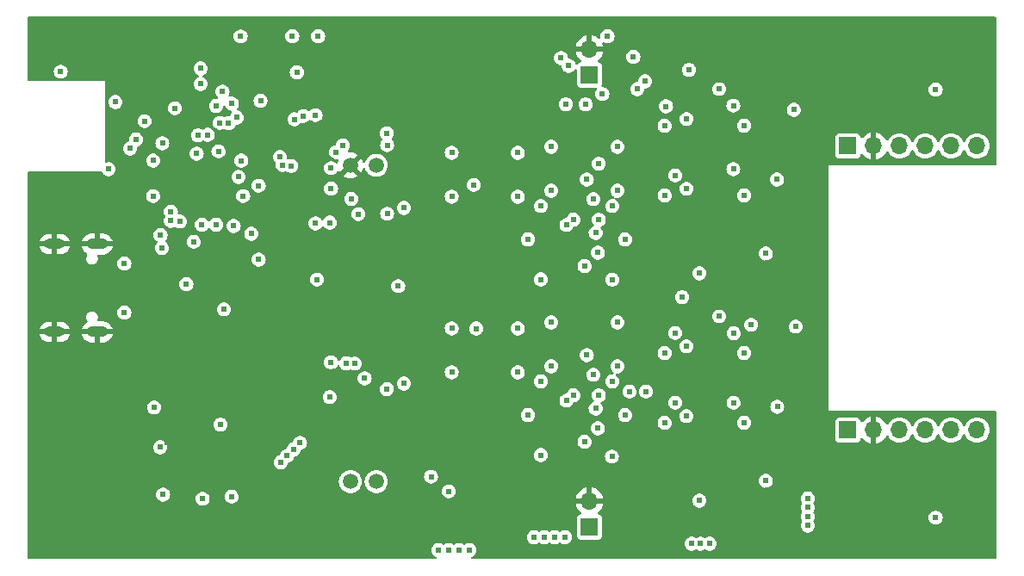
<source format=gbr>
%TF.GenerationSoftware,KiCad,Pcbnew,8.0.9-8.0.9-0~ubuntu24.04.1*%
%TF.CreationDate,2025-05-29T22:28:41-04:00*%
%TF.ProjectId,smu2,736d7532-2e6b-4696-9361-645f70636258,rev?*%
%TF.SameCoordinates,Original*%
%TF.FileFunction,Copper,L4,Bot*%
%TF.FilePolarity,Positive*%
%FSLAX46Y46*%
G04 Gerber Fmt 4.6, Leading zero omitted, Abs format (unit mm)*
G04 Created by KiCad (PCBNEW 8.0.9-8.0.9-0~ubuntu24.04.1) date 2025-05-29 22:28:41*
%MOMM*%
%LPD*%
G01*
G04 APERTURE LIST*
%TA.AperFunction,ComponentPad*%
%ADD10C,1.500000*%
%TD*%
%TA.AperFunction,ComponentPad*%
%ADD11R,1.700000X1.700000*%
%TD*%
%TA.AperFunction,ComponentPad*%
%ADD12O,1.700000X1.700000*%
%TD*%
%TA.AperFunction,ComponentPad*%
%ADD13O,2.100000X1.050000*%
%TD*%
%TA.AperFunction,ComponentPad*%
%ADD14O,2.000000X1.000000*%
%TD*%
%TA.AperFunction,ViaPad*%
%ADD15C,0.609600*%
%TD*%
G04 APERTURE END LIST*
D10*
%TO.P,TP1,1,1*%
%TO.N,/VREF*%
X123825000Y-99060000D03*
%TD*%
%TO.P,TP2,1,1*%
%TO.N,GND*%
X121285000Y-99060000D03*
%TD*%
D11*
%TO.P,J5,1,Pin_1*%
%TO.N,+5V*%
X170180000Y-97155000D03*
D12*
%TO.P,J5,2,Pin_2*%
%TO.N,GND*%
X172720000Y-97155000D03*
%TO.P,J5,3,Pin_3*%
%TO.N,/CH2DUT-*%
X175260000Y-97155000D03*
%TO.P,J5,4,Pin_4*%
%TO.N,/CH2DUT+*%
X177800000Y-97155000D03*
%TO.P,J5,5,Pin_5*%
%TO.N,/CH1DUT-*%
X180340000Y-97155000D03*
%TO.P,J5,6,Pin_6*%
%TO.N,/CH1DUT+*%
X182880000Y-97155000D03*
%TD*%
D11*
%TO.P,J4,1,Pin_1*%
%TO.N,+5V*%
X144780000Y-134620000D03*
D12*
%TO.P,J4,2,Pin_2*%
%TO.N,GND*%
X144780000Y-132080000D03*
%TD*%
D10*
%TO.P,TP3,1,1*%
%TO.N,Net-(R71-Pad1)*%
X123825000Y-130175000D03*
%TD*%
D11*
%TO.P,J3,1,Pin_1*%
%TO.N,+5V*%
X144780000Y-90170000D03*
D12*
%TO.P,J3,2,Pin_2*%
%TO.N,GND*%
X144780000Y-87630000D03*
%TD*%
D10*
%TO.P,TP4,1,1*%
%TO.N,Net-(R73-Pad1)*%
X121285000Y-130175000D03*
%TD*%
D13*
%TO.P,J2,S1,SHELL*%
%TO.N,GND*%
X96382000Y-106805000D03*
D14*
%TO.P,J2,S2,SHELL*%
X92202000Y-106805000D03*
%TO.P,J2,S3,SHELL*%
X92202000Y-115445000D03*
D13*
%TO.P,J2,S4,SHELL*%
X96382000Y-115445000D03*
%TD*%
D11*
%TO.P,J6,1,Pin_1*%
%TO.N,+3V3*%
X170180000Y-125095000D03*
D12*
%TO.P,J6,2,Pin_2*%
%TO.N,GND*%
X172720000Y-125095000D03*
%TO.P,J6,3,Pin_3*%
%TO.N,/D0*%
X175260000Y-125095000D03*
%TO.P,J6,4,Pin_4*%
%TO.N,/D1*%
X177800000Y-125095000D03*
%TO.P,J6,5,Pin_5*%
%TO.N,/D2*%
X180340000Y-125095000D03*
%TO.P,J6,6,Pin_6*%
%TO.N,/D3*%
X182880000Y-125095000D03*
%TD*%
D15*
%TO.N,/CH1DUT+*%
X164871400Y-93599000D03*
%TO.N,GND*%
X137515600Y-130937000D03*
X151384000Y-92811600D03*
X109754000Y-90424000D03*
X181686200Y-133019800D03*
X149148800Y-95758000D03*
X138557000Y-95478600D03*
X126034800Y-109728000D03*
X124968000Y-133350000D03*
X162306000Y-108610400D03*
X101854000Y-99593400D03*
X103251000Y-126365000D03*
X91592400Y-100660200D03*
X157403800Y-113030000D03*
X100584000Y-125857000D03*
X107696000Y-109651800D03*
X98729800Y-98679000D03*
X128066800Y-122047000D03*
X101711500Y-129032000D03*
X101981000Y-121285000D03*
X105410000Y-93726000D03*
X161581465Y-112996601D03*
X96316800Y-118033800D03*
X149098000Y-126136400D03*
X115443000Y-100076000D03*
X128041400Y-104775000D03*
X137845800Y-93218000D03*
X131216400Y-100584000D03*
X109829600Y-111379000D03*
X93999000Y-89910000D03*
X140208000Y-116560600D03*
X139369800Y-113030000D03*
X162306000Y-130962400D03*
X155244800Y-92608400D03*
X131648200Y-93218000D03*
X133883400Y-130479800D03*
X107061000Y-102743000D03*
X105892600Y-109651800D03*
X149101829Y-117344171D03*
X152908000Y-92176600D03*
X118008400Y-111592000D03*
X126542800Y-130302000D03*
X115443000Y-101600000D03*
X97866200Y-107924600D03*
X123672600Y-101396800D03*
X97866200Y-114325400D03*
X151384000Y-115163600D03*
X154139437Y-129933624D03*
X155244800Y-114960400D03*
X140208000Y-99288600D03*
X101711500Y-129032000D03*
X149148800Y-113030000D03*
X123850400Y-121894600D03*
X105664000Y-101346000D03*
X123698000Y-118541800D03*
X141224000Y-106984800D03*
X128041400Y-98044000D03*
X107188000Y-127508000D03*
X113004600Y-86360000D03*
X180594000Y-91922600D03*
X125349000Y-124104400D03*
X109995000Y-117602000D03*
X108458000Y-101346000D03*
X160153200Y-123424800D03*
X102743000Y-133604000D03*
X151384000Y-99669600D03*
X160153200Y-94214800D03*
X120167400Y-104902000D03*
X152069800Y-113665000D03*
X123850400Y-104749600D03*
X111353600Y-111379000D03*
X160153200Y-116566800D03*
X97028000Y-105029000D03*
X128397000Y-110185200D03*
X141224000Y-124256800D03*
X111125000Y-128905000D03*
X151384000Y-122021600D03*
X107950000Y-121793000D03*
X120777000Y-121869200D03*
X137744200Y-100584000D03*
X101981000Y-124206000D03*
X98729800Y-101981000D03*
X137744200Y-117856000D03*
X134747000Y-113538000D03*
X160153200Y-101072800D03*
X126593600Y-93472000D03*
X140208000Y-94970600D03*
X125349000Y-106984800D03*
X131216400Y-113538000D03*
X109601000Y-133538000D03*
X131216400Y-96266000D03*
X154139437Y-107581624D03*
X161581465Y-90644601D03*
X128041400Y-115316000D03*
X131216400Y-117856000D03*
X157403800Y-90678000D03*
X149098000Y-108864400D03*
X149101829Y-100072171D03*
X107061000Y-99949000D03*
X113170000Y-120650000D03*
%TO.N,+3V3*%
X178816000Y-91617800D03*
X119240000Y-121856200D03*
X119253000Y-104698800D03*
X109601000Y-131638000D03*
X101891836Y-98595999D03*
X92799000Y-89865200D03*
X110490000Y-86385400D03*
X112265843Y-101062600D03*
X116014000Y-89916000D03*
X124891800Y-103835200D03*
X124866400Y-121081800D03*
X101878123Y-102084002D03*
X106299000Y-96113600D03*
X105873564Y-106576547D03*
X118008400Y-110292000D03*
X125984000Y-110942000D03*
%TO.N,/VREF*%
X122681798Y-120015000D03*
X102793800Y-96901000D03*
X126542800Y-103251000D03*
X126542800Y-120523000D03*
%TO.N,/DAC1*%
X107264200Y-96062800D03*
X124866400Y-95910400D03*
X120548400Y-97104200D03*
X130962400Y-131120000D03*
%TO.N,/DAC2*%
X119888000Y-97764600D03*
X106172000Y-97917000D03*
X124891800Y-97078800D03*
X129209800Y-129692400D03*
%TO.N,+5V*%
X101981000Y-122875000D03*
X99060000Y-108725000D03*
X99060000Y-113538000D03*
X106756200Y-131851400D03*
%TO.N,-12V*%
X141020800Y-101559000D03*
X155600400Y-109687000D03*
X155702000Y-136271000D03*
X153898600Y-112030000D03*
X137744200Y-119421000D03*
X152171400Y-124374000D03*
X140335000Y-135636000D03*
X138734800Y-106355000D03*
X138734800Y-123627000D03*
X155600400Y-132039000D03*
X141351000Y-135636000D03*
X137744200Y-97831000D03*
X142367000Y-135636000D03*
X137744200Y-102149000D03*
X156591000Y-136271000D03*
X152171400Y-117516000D03*
X152171400Y-95164000D03*
X141020800Y-118831000D03*
X154559000Y-89678000D03*
X152171400Y-102022000D03*
X154844750Y-136271000D03*
X139319000Y-135636000D03*
X137744200Y-115103000D03*
X141020800Y-114513000D03*
X141020800Y-97241000D03*
%TO.N,+12V*%
X131241800Y-119421000D03*
X132969000Y-136906000D03*
X131241800Y-97831000D03*
X147523200Y-114513000D03*
X147523200Y-97241000D03*
X147523200Y-118831000D03*
X147523200Y-101559000D03*
X159994600Y-95164000D03*
X162128200Y-107737000D03*
X159994600Y-117516000D03*
X157524392Y-113907005D03*
X129921000Y-136906000D03*
X157524392Y-91555005D03*
X159994600Y-124374000D03*
X162128200Y-130089000D03*
X148285200Y-106355000D03*
X131241800Y-115103000D03*
X148285200Y-123627000D03*
X178816000Y-133705600D03*
X130937000Y-136906000D03*
X131953000Y-136906000D03*
X159994600Y-102022000D03*
X131241800Y-102149000D03*
%TO.N,Net-(U26-BYPN)*%
X102870000Y-131445000D03*
X102578338Y-126789200D03*
%TO.N,/CH1DUT-*%
X163227200Y-100457000D03*
%TO.N,/CH2DUT+*%
X165042600Y-114928400D03*
%TO.N,/D2*%
X115062000Y-127635000D03*
X166243000Y-133604000D03*
X100203000Y-96520000D03*
X118110000Y-86360000D03*
%TO.N,/D3*%
X166243000Y-134493000D03*
X114427000Y-128270000D03*
X115570000Y-86360000D03*
X99606100Y-97409000D03*
%TO.N,/D0*%
X166243000Y-131826000D03*
X108458000Y-94894400D03*
X116332000Y-126365000D03*
%TO.N,/D1*%
X115697000Y-127000000D03*
X101041200Y-94716600D03*
X166243000Y-132715000D03*
%TO.N,Net-(U1-RF1)*%
X115769371Y-94534971D03*
X108712000Y-91821000D03*
X110566200Y-98602800D03*
X114350800Y-98247200D03*
%TO.N,Net-(U1-RF0)*%
X106553000Y-91059000D03*
X114630200Y-99034600D03*
X110286529Y-100203271D03*
X116662200Y-94208600D03*
%TO.N,Net-(U1-RD7)*%
X110744000Y-102082600D03*
X115468400Y-99136200D03*
X117856000Y-94132400D03*
X106553000Y-89535000D03*
%TO.N,Net-(U1-RC15{slash}OSCO)*%
X97510600Y-99441000D03*
X112445800Y-92710000D03*
X102616000Y-105918000D03*
X109631531Y-92994531D03*
X106680000Y-104902000D03*
X98171000Y-92837000D03*
%TO.N,/VREFDIV2*%
X133421600Y-100990400D03*
X133654800Y-115112800D03*
%TO.N,/CH2DUT-*%
X163245800Y-122809000D03*
%TO.N,Net-(R27-Pad2)*%
X142519400Y-104927400D03*
X145389600Y-105705000D03*
%TO.N,Net-(R29-Pad2)*%
X144297400Y-108966000D03*
X145618200Y-107655000D03*
%TO.N,Net-(R52-Pad2)*%
X145389600Y-122977000D03*
X142519400Y-122199400D03*
%TO.N,Net-(R54-Pad2)*%
X145618200Y-124927000D03*
X144297400Y-126238000D03*
%TO.N,/ENA12V*%
X108839000Y-113233200D03*
X108508800Y-124561600D03*
%TO.N,/ADC_CSN2*%
X102743000Y-107188000D03*
X105156000Y-110744000D03*
%TO.N,/RE3*%
X146989800Y-127711200D03*
X142748000Y-89281000D03*
X147015200Y-120319800D03*
%TO.N,/RE0*%
X153212800Y-122402600D03*
X146050000Y-92049600D03*
X153212800Y-115544600D03*
%TO.N,/ADC_CONVST*%
X119380000Y-118440200D03*
X119380000Y-99339400D03*
X108305600Y-97688400D03*
X119380000Y-101346000D03*
%TO.N,/RE2*%
X140004800Y-127558800D03*
X140004800Y-120319800D03*
X141986000Y-88519000D03*
%TO.N,/RD1*%
X158927800Y-99441000D03*
X158927800Y-93192600D03*
%TO.N,/RE1*%
X158953200Y-115570000D03*
X158945500Y-122402600D03*
X150241000Y-90805000D03*
%TO.N,/RST_N*%
X110109000Y-94361000D03*
X104035000Y-93450000D03*
%TO.N,/RD2*%
X140004800Y-103073200D03*
X142468600Y-93065600D03*
X140004800Y-110286800D03*
%TO.N,/ADC_SCK*%
X121716800Y-118567200D03*
X122072400Y-103860600D03*
X103632000Y-103632000D03*
%TO.N,/CTS*%
X108077000Y-93218000D03*
X109311000Y-94905000D03*
%TO.N,/RE5*%
X160680400Y-114757200D03*
X149098000Y-88392000D03*
%TO.N,/RD0*%
X153212800Y-100050600D03*
X111531400Y-105791000D03*
X152310570Y-93267309D03*
X109811000Y-105029000D03*
%TO.N,/ADC_CSN1*%
X104521000Y-104597200D03*
X117856000Y-104775000D03*
%TO.N,/RD6*%
X154330400Y-94513400D03*
X154330400Y-101371400D03*
X149479000Y-91567000D03*
%TO.N,/RD3*%
X144399000Y-93065600D03*
X147015200Y-103073200D03*
X147015200Y-110312200D03*
%TO.N,/RE6*%
X154305000Y-123723400D03*
X154305000Y-116865400D03*
X146558000Y-86360000D03*
%TO.N,/ADC_MISO*%
X103632000Y-104521000D03*
X121361200Y-102362000D03*
X120878600Y-118541800D03*
%TO.N,/DAC_CSN*%
X112268000Y-108331000D03*
X108077000Y-104902000D03*
%TO.N,Net-(U8-Pad18)*%
X145161000Y-102387400D03*
X144526000Y-100457000D03*
%TO.N,Net-(U10-Pad3)*%
X145703271Y-104410529D03*
X143205200Y-104394000D03*
X145694400Y-98907600D03*
%TO.N,Net-(U17-Pad19)*%
X150342600Y-121310400D03*
X143205200Y-121666000D03*
X148717000Y-121310400D03*
X145703271Y-121682529D03*
%TO.N,Net-(U17-Pad18)*%
X145161000Y-119659400D03*
X144526000Y-117729000D03*
%TD*%
%TA.AperFunction,Conductor*%
%TO.N,GND*%
G36*
X184727121Y-84475002D02*
G01*
X184773614Y-84528658D01*
X184785000Y-84581000D01*
X184785000Y-98934000D01*
X184764998Y-99002121D01*
X184711342Y-99048614D01*
X184659000Y-99060000D01*
X168275000Y-99060000D01*
X168275000Y-123190000D01*
X184659000Y-123190000D01*
X184727121Y-123210002D01*
X184773614Y-123263658D01*
X184785000Y-123316000D01*
X184785000Y-137669000D01*
X184764998Y-137737121D01*
X184711342Y-137783614D01*
X184659000Y-137795000D01*
X133262069Y-137795000D01*
X133193948Y-137774998D01*
X133147455Y-137721342D01*
X133137351Y-137651068D01*
X133166845Y-137586488D01*
X133208249Y-137557568D01*
X133207404Y-137555957D01*
X133214153Y-137552415D01*
X133361726Y-137474962D01*
X133486476Y-137364444D01*
X133581152Y-137227282D01*
X133640252Y-137071449D01*
X133640252Y-137071448D01*
X133640253Y-137071446D01*
X133660341Y-136906003D01*
X133660341Y-136905996D01*
X133640253Y-136740553D01*
X133620552Y-136688606D01*
X133581152Y-136584718D01*
X133581150Y-136584716D01*
X133581150Y-136584714D01*
X133531505Y-136512792D01*
X133486476Y-136447556D01*
X133473935Y-136436446D01*
X133361726Y-136337038D01*
X133214153Y-136259585D01*
X133214151Y-136259584D01*
X133052333Y-136219700D01*
X133052332Y-136219700D01*
X132885668Y-136219700D01*
X132885666Y-136219700D01*
X132723848Y-136259584D01*
X132723846Y-136259585D01*
X132576273Y-136337038D01*
X132544553Y-136365140D01*
X132480300Y-136395340D01*
X132409919Y-136386008D01*
X132377447Y-136365140D01*
X132345726Y-136337038D01*
X132198153Y-136259585D01*
X132198151Y-136259584D01*
X132036333Y-136219700D01*
X132036332Y-136219700D01*
X131869668Y-136219700D01*
X131869666Y-136219700D01*
X131707848Y-136259584D01*
X131707846Y-136259585D01*
X131560273Y-136337038D01*
X131528553Y-136365140D01*
X131464300Y-136395340D01*
X131393919Y-136386008D01*
X131361447Y-136365140D01*
X131329726Y-136337038D01*
X131182153Y-136259585D01*
X131182151Y-136259584D01*
X131020333Y-136219700D01*
X131020332Y-136219700D01*
X130853668Y-136219700D01*
X130853666Y-136219700D01*
X130691848Y-136259584D01*
X130691846Y-136259585D01*
X130544273Y-136337038D01*
X130512553Y-136365140D01*
X130448300Y-136395340D01*
X130377919Y-136386008D01*
X130345447Y-136365140D01*
X130313726Y-136337038D01*
X130166153Y-136259585D01*
X130166151Y-136259584D01*
X130004333Y-136219700D01*
X130004332Y-136219700D01*
X129837668Y-136219700D01*
X129837666Y-136219700D01*
X129675848Y-136259584D01*
X129675846Y-136259585D01*
X129528273Y-136337038D01*
X129403525Y-136447554D01*
X129403523Y-136447557D01*
X129308849Y-136584714D01*
X129249746Y-136740553D01*
X129229659Y-136905996D01*
X129229659Y-136906003D01*
X129249746Y-137071446D01*
X129308849Y-137227285D01*
X129378700Y-137328481D01*
X129403524Y-137364444D01*
X129528274Y-137474962D01*
X129675847Y-137552415D01*
X129682596Y-137555957D01*
X129681548Y-137557952D01*
X129729218Y-137594054D01*
X129753658Y-137660711D01*
X129738181Y-137730000D01*
X129687700Y-137779922D01*
X129627931Y-137795000D01*
X89661000Y-137795000D01*
X89592879Y-137774998D01*
X89546386Y-137721342D01*
X89535000Y-137669000D01*
X89535000Y-135635996D01*
X138627659Y-135635996D01*
X138627659Y-135636003D01*
X138647746Y-135801446D01*
X138706849Y-135957285D01*
X138801523Y-136094442D01*
X138801525Y-136094445D01*
X138860463Y-136146659D01*
X138926274Y-136204962D01*
X139073847Y-136282415D01*
X139235668Y-136322300D01*
X139235671Y-136322300D01*
X139402329Y-136322300D01*
X139402332Y-136322300D01*
X139564153Y-136282415D01*
X139711726Y-136204962D01*
X139743447Y-136176859D01*
X139807699Y-136146659D01*
X139878080Y-136155990D01*
X139910551Y-136176858D01*
X139942274Y-136204962D01*
X140089847Y-136282415D01*
X140251668Y-136322300D01*
X140251671Y-136322300D01*
X140418329Y-136322300D01*
X140418332Y-136322300D01*
X140580153Y-136282415D01*
X140727726Y-136204962D01*
X140759447Y-136176859D01*
X140823699Y-136146659D01*
X140894080Y-136155990D01*
X140926551Y-136176858D01*
X140958274Y-136204962D01*
X141105847Y-136282415D01*
X141267668Y-136322300D01*
X141267671Y-136322300D01*
X141434329Y-136322300D01*
X141434332Y-136322300D01*
X141596153Y-136282415D01*
X141743726Y-136204962D01*
X141775447Y-136176859D01*
X141839699Y-136146659D01*
X141910080Y-136155990D01*
X141942551Y-136176858D01*
X141974274Y-136204962D01*
X142121847Y-136282415D01*
X142283668Y-136322300D01*
X142283671Y-136322300D01*
X142450329Y-136322300D01*
X142450332Y-136322300D01*
X142612153Y-136282415D01*
X142633910Y-136270996D01*
X154153409Y-136270996D01*
X154153409Y-136271003D01*
X154173496Y-136436446D01*
X154232599Y-136592285D01*
X154327273Y-136729442D01*
X154327275Y-136729445D01*
X154389649Y-136784703D01*
X154452024Y-136839962D01*
X154599597Y-136917415D01*
X154761418Y-136957300D01*
X154761421Y-136957300D01*
X154928079Y-136957300D01*
X154928082Y-136957300D01*
X155089903Y-136917415D01*
X155214820Y-136851852D01*
X155284433Y-136837906D01*
X155331929Y-136851852D01*
X155456847Y-136917415D01*
X155618668Y-136957300D01*
X155618671Y-136957300D01*
X155785329Y-136957300D01*
X155785332Y-136957300D01*
X155947153Y-136917415D01*
X156087945Y-136843520D01*
X156157558Y-136829574D01*
X156205053Y-136843520D01*
X156345847Y-136917415D01*
X156507668Y-136957300D01*
X156507671Y-136957300D01*
X156674329Y-136957300D01*
X156674332Y-136957300D01*
X156836153Y-136917415D01*
X156983726Y-136839962D01*
X157108476Y-136729444D01*
X157203152Y-136592282D01*
X157262252Y-136436449D01*
X157262252Y-136436448D01*
X157262253Y-136436446D01*
X157282341Y-136271003D01*
X157282341Y-136270996D01*
X157262253Y-136105553D01*
X157242552Y-136053606D01*
X157203152Y-135949718D01*
X157203150Y-135949716D01*
X157203150Y-135949714D01*
X157135356Y-135851499D01*
X157108476Y-135812556D01*
X157095935Y-135801446D01*
X156983726Y-135702038D01*
X156836153Y-135624585D01*
X156836151Y-135624584D01*
X156674333Y-135584700D01*
X156674332Y-135584700D01*
X156507668Y-135584700D01*
X156507666Y-135584700D01*
X156345848Y-135624584D01*
X156345842Y-135624587D01*
X156205055Y-135698478D01*
X156135442Y-135712425D01*
X156087945Y-135698478D01*
X155947157Y-135624587D01*
X155947151Y-135624584D01*
X155785333Y-135584700D01*
X155785332Y-135584700D01*
X155618668Y-135584700D01*
X155618666Y-135584700D01*
X155456848Y-135624584D01*
X155331930Y-135690147D01*
X155262317Y-135704093D01*
X155214820Y-135690147D01*
X155089901Y-135624584D01*
X154928083Y-135584700D01*
X154928082Y-135584700D01*
X154761418Y-135584700D01*
X154761416Y-135584700D01*
X154599598Y-135624584D01*
X154599596Y-135624585D01*
X154452023Y-135702038D01*
X154327275Y-135812554D01*
X154327273Y-135812557D01*
X154232599Y-135949714D01*
X154173496Y-136105553D01*
X154153409Y-136270996D01*
X142633910Y-136270996D01*
X142759726Y-136204962D01*
X142884476Y-136094444D01*
X142979152Y-135957282D01*
X143038252Y-135801449D01*
X143038252Y-135801448D01*
X143038253Y-135801446D01*
X143058341Y-135636003D01*
X143058341Y-135635996D01*
X143038253Y-135470553D01*
X142979150Y-135314714D01*
X142929505Y-135242792D01*
X142884476Y-135177556D01*
X142841423Y-135139415D01*
X142759726Y-135067038D01*
X142612153Y-134989585D01*
X142612151Y-134989584D01*
X142450333Y-134949700D01*
X142450332Y-134949700D01*
X142283668Y-134949700D01*
X142283666Y-134949700D01*
X142121848Y-134989584D01*
X142121846Y-134989585D01*
X141974273Y-135067038D01*
X141942553Y-135095140D01*
X141878300Y-135125340D01*
X141807919Y-135116008D01*
X141775447Y-135095140D01*
X141743726Y-135067038D01*
X141596153Y-134989585D01*
X141596151Y-134989584D01*
X141434333Y-134949700D01*
X141434332Y-134949700D01*
X141267668Y-134949700D01*
X141267666Y-134949700D01*
X141105848Y-134989584D01*
X141105846Y-134989585D01*
X140958273Y-135067038D01*
X140926553Y-135095140D01*
X140862300Y-135125340D01*
X140791919Y-135116008D01*
X140759447Y-135095140D01*
X140727726Y-135067038D01*
X140580153Y-134989585D01*
X140580151Y-134989584D01*
X140418333Y-134949700D01*
X140418332Y-134949700D01*
X140251668Y-134949700D01*
X140251666Y-134949700D01*
X140089848Y-134989584D01*
X140089846Y-134989585D01*
X139942273Y-135067038D01*
X139910553Y-135095140D01*
X139846300Y-135125340D01*
X139775919Y-135116008D01*
X139743447Y-135095140D01*
X139711726Y-135067038D01*
X139564153Y-134989585D01*
X139564151Y-134989584D01*
X139402333Y-134949700D01*
X139402332Y-134949700D01*
X139235668Y-134949700D01*
X139235666Y-134949700D01*
X139073848Y-134989584D01*
X139073846Y-134989585D01*
X138926273Y-135067038D01*
X138801525Y-135177554D01*
X138801523Y-135177557D01*
X138706849Y-135314714D01*
X138647746Y-135470553D01*
X138627659Y-135635996D01*
X89535000Y-135635996D01*
X89535000Y-131444996D01*
X102178659Y-131444996D01*
X102178659Y-131445003D01*
X102198746Y-131610446D01*
X102257849Y-131766285D01*
X102316603Y-131851403D01*
X102352524Y-131903444D01*
X102477274Y-132013962D01*
X102624847Y-132091415D01*
X102786668Y-132131300D01*
X102786671Y-132131300D01*
X102953329Y-132131300D01*
X102953332Y-132131300D01*
X103115153Y-132091415D01*
X103262726Y-132013962D01*
X103387476Y-131903444D01*
X103423402Y-131851396D01*
X106064859Y-131851396D01*
X106064859Y-131851403D01*
X106084946Y-132016846D01*
X106144049Y-132172685D01*
X106238723Y-132309842D01*
X106238725Y-132309845D01*
X106265991Y-132334000D01*
X106363474Y-132420362D01*
X106511047Y-132497815D01*
X106672868Y-132537700D01*
X106672871Y-132537700D01*
X106839529Y-132537700D01*
X106839532Y-132537700D01*
X107001353Y-132497815D01*
X107148926Y-132420362D01*
X107273676Y-132309844D01*
X107368352Y-132172682D01*
X107427452Y-132016849D01*
X107427452Y-132016848D01*
X107427453Y-132016846D01*
X107447541Y-131851403D01*
X107447541Y-131851396D01*
X107427453Y-131685953D01*
X107409265Y-131637996D01*
X108909659Y-131637996D01*
X108909659Y-131638003D01*
X108929746Y-131803446D01*
X108988849Y-131959285D01*
X109043873Y-132039000D01*
X109083524Y-132096444D01*
X109208274Y-132206962D01*
X109355847Y-132284415D01*
X109517668Y-132324300D01*
X109517671Y-132324300D01*
X109684329Y-132324300D01*
X109684332Y-132324300D01*
X109846153Y-132284415D01*
X109993726Y-132206962D01*
X110118476Y-132096444D01*
X110213152Y-131959282D01*
X110263700Y-131825999D01*
X143443455Y-131825999D01*
X143443456Y-131826000D01*
X144349297Y-131826000D01*
X144314075Y-131887007D01*
X144280000Y-132014174D01*
X144280000Y-132145826D01*
X144314075Y-132272993D01*
X144349297Y-132334000D01*
X143443455Y-132334000D01*
X143491176Y-132522449D01*
X143491179Y-132522456D01*
X143581580Y-132728548D01*
X143704674Y-132916958D01*
X143857097Y-133082534D01*
X143961082Y-133163469D01*
X144002553Y-133221094D01*
X144006287Y-133291993D01*
X143971097Y-133353655D01*
X143908156Y-133386503D01*
X143898304Y-133387831D01*
X143898306Y-133387843D01*
X143893796Y-133388500D01*
X143893794Y-133388500D01*
X143841647Y-133396097D01*
X143819638Y-133399304D01*
X143819636Y-133399304D01*
X143705254Y-133455223D01*
X143705252Y-133455224D01*
X143615224Y-133545252D01*
X143615223Y-133545254D01*
X143559304Y-133659636D01*
X143559304Y-133659638D01*
X143548500Y-133733792D01*
X143548500Y-135506207D01*
X143559304Y-135580361D01*
X143559304Y-135580363D01*
X143615223Y-135694745D01*
X143615224Y-135694747D01*
X143705252Y-135784775D01*
X143705254Y-135784776D01*
X143819639Y-135840696D01*
X143893794Y-135851500D01*
X143893800Y-135851500D01*
X145666200Y-135851500D01*
X145666206Y-135851500D01*
X145740361Y-135840696D01*
X145854746Y-135784776D01*
X145944776Y-135694746D01*
X146000696Y-135580361D01*
X146011500Y-135506206D01*
X146011500Y-133733794D01*
X146000696Y-133659639D01*
X145973495Y-133604000D01*
X145944776Y-133545254D01*
X145944775Y-133545252D01*
X145854747Y-133455224D01*
X145854745Y-133455223D01*
X145740362Y-133399304D01*
X145718352Y-133396097D01*
X145666206Y-133388500D01*
X145666204Y-133388500D01*
X145661694Y-133387843D01*
X145661877Y-133386585D01*
X145600687Y-133363685D01*
X145558204Y-133306803D01*
X145553217Y-133235981D01*
X145587311Y-133173707D01*
X145598918Y-133163469D01*
X145702900Y-133082536D01*
X145855325Y-132916958D01*
X145978419Y-132728548D01*
X146068820Y-132522456D01*
X146068823Y-132522449D01*
X146116544Y-132334000D01*
X145210703Y-132334000D01*
X145245925Y-132272993D01*
X145280000Y-132145826D01*
X145280000Y-132038996D01*
X154909059Y-132038996D01*
X154909059Y-132039003D01*
X154929146Y-132204446D01*
X154988249Y-132360285D01*
X155029717Y-132420361D01*
X155082924Y-132497444D01*
X155207674Y-132607962D01*
X155355247Y-132685415D01*
X155517068Y-132725300D01*
X155517071Y-132725300D01*
X155683729Y-132725300D01*
X155683732Y-132725300D01*
X155845553Y-132685415D01*
X155993126Y-132607962D01*
X156117876Y-132497444D01*
X156212552Y-132360282D01*
X156271652Y-132204449D01*
X156271652Y-132204448D01*
X156271653Y-132204446D01*
X156291741Y-132039003D01*
X156291741Y-132038996D01*
X156271653Y-131873553D01*
X156253617Y-131825996D01*
X165551659Y-131825996D01*
X165551659Y-131826000D01*
X165571746Y-131991446D01*
X165630849Y-132147285D01*
X165666493Y-132198924D01*
X165688729Y-132266349D01*
X165670982Y-132335092D01*
X165666493Y-132342076D01*
X165630849Y-132393714D01*
X165571746Y-132549553D01*
X165551659Y-132714996D01*
X165551659Y-132715003D01*
X165571746Y-132880446D01*
X165630849Y-133036285D01*
X165666493Y-133087924D01*
X165688729Y-133155349D01*
X165670982Y-133224092D01*
X165666493Y-133231076D01*
X165630849Y-133282714D01*
X165571746Y-133438553D01*
X165551659Y-133603996D01*
X165551659Y-133604003D01*
X165571746Y-133769446D01*
X165630849Y-133925285D01*
X165666493Y-133976924D01*
X165688729Y-134044349D01*
X165670982Y-134113092D01*
X165666493Y-134120076D01*
X165630849Y-134171714D01*
X165571746Y-134327553D01*
X165551659Y-134492996D01*
X165551659Y-134493003D01*
X165571746Y-134658446D01*
X165630849Y-134814285D01*
X165700700Y-134915481D01*
X165725524Y-134951444D01*
X165850274Y-135061962D01*
X165997847Y-135139415D01*
X166159668Y-135179300D01*
X166159671Y-135179300D01*
X166326329Y-135179300D01*
X166326332Y-135179300D01*
X166488153Y-135139415D01*
X166635726Y-135061962D01*
X166760476Y-134951444D01*
X166855152Y-134814282D01*
X166914252Y-134658449D01*
X166914252Y-134658448D01*
X166914253Y-134658446D01*
X166934341Y-134493003D01*
X166934341Y-134492996D01*
X166914253Y-134327553D01*
X166894155Y-134274561D01*
X166855152Y-134171718D01*
X166819505Y-134120075D01*
X166797269Y-134052653D01*
X166815016Y-133983910D01*
X166819499Y-133976932D01*
X166855152Y-133925282D01*
X166914252Y-133769449D01*
X166914252Y-133769448D01*
X166914253Y-133769446D01*
X166922006Y-133705596D01*
X178124659Y-133705596D01*
X178124659Y-133705603D01*
X178144746Y-133871046D01*
X178203849Y-134026885D01*
X178298523Y-134164042D01*
X178298525Y-134164045D01*
X178307182Y-134171714D01*
X178423274Y-134274562D01*
X178570847Y-134352015D01*
X178732668Y-134391900D01*
X178732671Y-134391900D01*
X178899329Y-134391900D01*
X178899332Y-134391900D01*
X179061153Y-134352015D01*
X179208726Y-134274562D01*
X179333476Y-134164044D01*
X179428152Y-134026882D01*
X179487252Y-133871049D01*
X179487252Y-133871048D01*
X179487253Y-133871046D01*
X179507341Y-133705603D01*
X179507341Y-133705596D01*
X179487253Y-133540153D01*
X179429738Y-133388500D01*
X179428152Y-133384318D01*
X179428150Y-133384316D01*
X179428150Y-133384314D01*
X179358024Y-133282720D01*
X179333476Y-133247156D01*
X179315326Y-133231077D01*
X179208726Y-133136638D01*
X179061153Y-133059185D01*
X179061151Y-133059184D01*
X178899333Y-133019300D01*
X178899332Y-133019300D01*
X178732668Y-133019300D01*
X178732666Y-133019300D01*
X178570848Y-133059184D01*
X178570846Y-133059185D01*
X178423273Y-133136638D01*
X178298525Y-133247154D01*
X178298523Y-133247157D01*
X178203849Y-133384314D01*
X178144746Y-133540153D01*
X178124659Y-133705596D01*
X166922006Y-133705596D01*
X166934341Y-133604003D01*
X166934341Y-133603996D01*
X166914253Y-133438553D01*
X166893684Y-133384318D01*
X166855152Y-133282718D01*
X166819505Y-133231075D01*
X166797269Y-133163653D01*
X166815016Y-133094910D01*
X166819499Y-133087932D01*
X166855152Y-133036282D01*
X166914252Y-132880449D01*
X166914252Y-132880448D01*
X166914253Y-132880446D01*
X166934341Y-132715003D01*
X166934341Y-132714996D01*
X166914253Y-132549553D01*
X166894490Y-132497444D01*
X166855152Y-132393718D01*
X166819505Y-132342075D01*
X166797269Y-132274653D01*
X166815016Y-132205910D01*
X166819499Y-132198932D01*
X166855152Y-132147282D01*
X166914252Y-131991449D01*
X166914252Y-131991448D01*
X166914253Y-131991446D01*
X166934341Y-131826000D01*
X166934341Y-131825996D01*
X166914253Y-131660553D01*
X166855150Y-131504714D01*
X166777752Y-131392585D01*
X166760476Y-131367556D01*
X166691557Y-131306500D01*
X166635726Y-131257038D01*
X166488153Y-131179585D01*
X166488151Y-131179584D01*
X166326333Y-131139700D01*
X166326332Y-131139700D01*
X166159668Y-131139700D01*
X166159666Y-131139700D01*
X165997848Y-131179584D01*
X165997846Y-131179585D01*
X165850273Y-131257038D01*
X165725525Y-131367554D01*
X165725523Y-131367557D01*
X165630849Y-131504714D01*
X165571746Y-131660553D01*
X165551659Y-131825996D01*
X156253617Y-131825996D01*
X156246147Y-131806300D01*
X156212552Y-131717718D01*
X156212550Y-131717716D01*
X156212550Y-131717714D01*
X156141012Y-131614075D01*
X156117876Y-131580556D01*
X156117248Y-131580000D01*
X155993126Y-131470038D01*
X155845553Y-131392585D01*
X155845551Y-131392584D01*
X155683733Y-131352700D01*
X155683732Y-131352700D01*
X155517068Y-131352700D01*
X155517066Y-131352700D01*
X155355248Y-131392584D01*
X155355246Y-131392585D01*
X155207673Y-131470038D01*
X155082925Y-131580554D01*
X155082923Y-131580557D01*
X154988249Y-131717714D01*
X154929146Y-131873553D01*
X154909059Y-132038996D01*
X145280000Y-132038996D01*
X145280000Y-132014174D01*
X145245925Y-131887007D01*
X145210703Y-131826000D01*
X146116544Y-131826000D01*
X146116544Y-131825999D01*
X146068823Y-131637550D01*
X146068820Y-131637543D01*
X145978419Y-131431451D01*
X145855325Y-131243041D01*
X145702902Y-131077465D01*
X145525301Y-130939232D01*
X145525300Y-130939231D01*
X145327371Y-130832117D01*
X145327369Y-130832116D01*
X145114512Y-130759043D01*
X145114501Y-130759040D01*
X145034000Y-130745606D01*
X145034000Y-131649297D01*
X144972993Y-131614075D01*
X144845826Y-131580000D01*
X144714174Y-131580000D01*
X144587007Y-131614075D01*
X144526000Y-131649297D01*
X144526000Y-130745607D01*
X144525999Y-130745606D01*
X144445498Y-130759040D01*
X144445487Y-130759043D01*
X144232630Y-130832116D01*
X144232628Y-130832117D01*
X144034699Y-130939231D01*
X144034698Y-130939232D01*
X143857097Y-131077465D01*
X143704674Y-131243041D01*
X143581580Y-131431451D01*
X143491179Y-131637543D01*
X143491176Y-131637550D01*
X143443455Y-131825999D01*
X110263700Y-131825999D01*
X110272252Y-131803449D01*
X110272252Y-131803448D01*
X110272253Y-131803446D01*
X110292341Y-131638003D01*
X110292341Y-131637996D01*
X110272253Y-131472553D01*
X110232432Y-131367556D01*
X110213152Y-131316718D01*
X110213150Y-131316716D01*
X110213150Y-131316714D01*
X110136028Y-131204985D01*
X110118476Y-131179556D01*
X110102158Y-131165100D01*
X109993726Y-131069038D01*
X109846153Y-130991585D01*
X109846151Y-130991584D01*
X109684333Y-130951700D01*
X109684332Y-130951700D01*
X109517668Y-130951700D01*
X109517666Y-130951700D01*
X109355848Y-130991584D01*
X109355846Y-130991585D01*
X109208273Y-131069038D01*
X109083525Y-131179554D01*
X109083523Y-131179557D01*
X108988849Y-131316714D01*
X108929746Y-131472553D01*
X108909659Y-131637996D01*
X107409265Y-131637996D01*
X107398818Y-131610449D01*
X107368352Y-131530118D01*
X107368350Y-131530116D01*
X107368350Y-131530114D01*
X107309599Y-131445000D01*
X107273676Y-131392956D01*
X107187620Y-131316718D01*
X107148926Y-131282438D01*
X107001353Y-131204985D01*
X107001351Y-131204984D01*
X106839533Y-131165100D01*
X106839532Y-131165100D01*
X106672868Y-131165100D01*
X106672866Y-131165100D01*
X106511048Y-131204984D01*
X106511046Y-131204985D01*
X106363473Y-131282438D01*
X106238725Y-131392954D01*
X106238723Y-131392957D01*
X106144049Y-131530114D01*
X106084946Y-131685953D01*
X106064859Y-131851396D01*
X103423402Y-131851396D01*
X103482152Y-131766282D01*
X103541252Y-131610449D01*
X103541252Y-131610448D01*
X103541253Y-131610446D01*
X103561341Y-131445003D01*
X103561341Y-131444996D01*
X103541253Y-131279553D01*
X103508129Y-131192213D01*
X103482152Y-131123718D01*
X103482150Y-131123716D01*
X103482150Y-131123714D01*
X103390947Y-130991585D01*
X103387476Y-130986556D01*
X103348131Y-130951700D01*
X103262726Y-130876038D01*
X103115153Y-130798585D01*
X103115151Y-130798584D01*
X102953333Y-130758700D01*
X102953332Y-130758700D01*
X102786668Y-130758700D01*
X102786666Y-130758700D01*
X102624848Y-130798584D01*
X102624846Y-130798585D01*
X102477273Y-130876038D01*
X102352525Y-130986554D01*
X102352523Y-130986557D01*
X102257849Y-131123714D01*
X102198746Y-131279553D01*
X102178659Y-131444996D01*
X89535000Y-131444996D01*
X89535000Y-130175000D01*
X120148653Y-130175000D01*
X120168001Y-130383804D01*
X120225386Y-130585491D01*
X120225387Y-130585493D01*
X120225388Y-130585496D01*
X120318858Y-130773210D01*
X120336696Y-130796831D01*
X120445226Y-130940550D01*
X120445229Y-130940552D01*
X120600192Y-131081819D01*
X120600195Y-131081821D01*
X120600198Y-131081824D01*
X120778487Y-131192216D01*
X120778491Y-131192217D01*
X120778492Y-131192218D01*
X120974017Y-131267966D01*
X120974020Y-131267966D01*
X120974024Y-131267968D01*
X121180151Y-131306500D01*
X121180154Y-131306500D01*
X121389846Y-131306500D01*
X121389849Y-131306500D01*
X121595976Y-131267968D01*
X121595980Y-131267966D01*
X121595982Y-131267966D01*
X121693744Y-131230092D01*
X121791513Y-131192216D01*
X121969802Y-131081824D01*
X122124771Y-130940552D01*
X122251142Y-130773210D01*
X122344612Y-130585496D01*
X122401999Y-130383803D01*
X122421347Y-130175000D01*
X122688653Y-130175000D01*
X122708001Y-130383804D01*
X122765386Y-130585491D01*
X122765387Y-130585493D01*
X122765388Y-130585496D01*
X122858858Y-130773210D01*
X122876696Y-130796831D01*
X122985226Y-130940550D01*
X122985229Y-130940552D01*
X123140192Y-131081819D01*
X123140195Y-131081821D01*
X123140198Y-131081824D01*
X123318487Y-131192216D01*
X123318491Y-131192217D01*
X123318492Y-131192218D01*
X123514017Y-131267966D01*
X123514020Y-131267966D01*
X123514024Y-131267968D01*
X123720151Y-131306500D01*
X123720154Y-131306500D01*
X123929846Y-131306500D01*
X123929849Y-131306500D01*
X124135976Y-131267968D01*
X124135980Y-131267966D01*
X124135982Y-131267966D01*
X124233744Y-131230092D01*
X124331513Y-131192216D01*
X124448152Y-131119996D01*
X130271059Y-131119996D01*
X130271059Y-131120003D01*
X130291146Y-131285446D01*
X130350249Y-131441285D01*
X130411564Y-131530114D01*
X130444924Y-131578444D01*
X130569674Y-131688962D01*
X130717247Y-131766415D01*
X130879068Y-131806300D01*
X130879071Y-131806300D01*
X131045729Y-131806300D01*
X131045732Y-131806300D01*
X131207553Y-131766415D01*
X131355126Y-131688962D01*
X131479876Y-131578444D01*
X131574552Y-131441282D01*
X131633652Y-131285449D01*
X131633652Y-131285448D01*
X131633653Y-131285446D01*
X131653741Y-131120003D01*
X131653741Y-131119996D01*
X131633653Y-130954553D01*
X131603876Y-130876038D01*
X131574552Y-130798718D01*
X131574550Y-130798716D01*
X131574550Y-130798714D01*
X131524905Y-130726792D01*
X131479876Y-130661556D01*
X131355126Y-130551038D01*
X131207553Y-130473585D01*
X131207551Y-130473584D01*
X131045733Y-130433700D01*
X131045732Y-130433700D01*
X130879068Y-130433700D01*
X130879066Y-130433700D01*
X130717248Y-130473584D01*
X130717246Y-130473585D01*
X130569673Y-130551038D01*
X130444925Y-130661554D01*
X130444923Y-130661557D01*
X130350249Y-130798714D01*
X130291146Y-130954553D01*
X130271059Y-131119996D01*
X124448152Y-131119996D01*
X124509802Y-131081824D01*
X124664771Y-130940552D01*
X124791142Y-130773210D01*
X124884612Y-130585496D01*
X124941999Y-130383803D01*
X124961347Y-130175000D01*
X124941999Y-129966197D01*
X124884612Y-129764504D01*
X124848707Y-129692396D01*
X128518459Y-129692396D01*
X128518459Y-129692403D01*
X128538546Y-129857846D01*
X128597649Y-130013685D01*
X128649633Y-130088996D01*
X128692324Y-130150844D01*
X128817074Y-130261362D01*
X128964647Y-130338815D01*
X129126468Y-130378700D01*
X129126471Y-130378700D01*
X129293129Y-130378700D01*
X129293132Y-130378700D01*
X129454953Y-130338815D01*
X129602526Y-130261362D01*
X129727276Y-130150844D01*
X129769967Y-130088996D01*
X161436859Y-130088996D01*
X161436859Y-130089003D01*
X161456946Y-130254446D01*
X161516049Y-130410285D01*
X161610723Y-130547442D01*
X161610725Y-130547445D01*
X161653676Y-130585496D01*
X161735474Y-130657962D01*
X161883047Y-130735415D01*
X162044868Y-130775300D01*
X162044871Y-130775300D01*
X162211529Y-130775300D01*
X162211532Y-130775300D01*
X162373353Y-130735415D01*
X162520926Y-130657962D01*
X162645676Y-130547444D01*
X162740352Y-130410282D01*
X162799452Y-130254449D01*
X162799452Y-130254448D01*
X162799453Y-130254446D01*
X162819541Y-130089003D01*
X162819541Y-130088996D01*
X162799453Y-129923553D01*
X162740350Y-129767714D01*
X162688361Y-129692396D01*
X162645676Y-129630556D01*
X162520926Y-129520038D01*
X162373353Y-129442585D01*
X162373351Y-129442584D01*
X162211533Y-129402700D01*
X162211532Y-129402700D01*
X162044868Y-129402700D01*
X162044866Y-129402700D01*
X161883048Y-129442584D01*
X161883046Y-129442585D01*
X161735473Y-129520038D01*
X161610725Y-129630554D01*
X161610723Y-129630557D01*
X161516049Y-129767714D01*
X161456946Y-129923553D01*
X161436859Y-130088996D01*
X129769967Y-130088996D01*
X129821952Y-130013682D01*
X129881052Y-129857849D01*
X129881052Y-129857848D01*
X129881053Y-129857846D01*
X129901141Y-129692403D01*
X129901141Y-129692396D01*
X129881053Y-129526953D01*
X129849056Y-129442585D01*
X129821952Y-129371118D01*
X129821950Y-129371116D01*
X129821950Y-129371114D01*
X129750894Y-129268173D01*
X129727276Y-129233956D01*
X129602526Y-129123438D01*
X129454953Y-129045985D01*
X129454951Y-129045984D01*
X129293133Y-129006100D01*
X129293132Y-129006100D01*
X129126468Y-129006100D01*
X129126466Y-129006100D01*
X128964648Y-129045984D01*
X128964646Y-129045985D01*
X128817073Y-129123438D01*
X128692325Y-129233954D01*
X128692323Y-129233957D01*
X128597649Y-129371114D01*
X128538546Y-129526953D01*
X128518459Y-129692396D01*
X124848707Y-129692396D01*
X124791142Y-129576790D01*
X124748285Y-129520038D01*
X124664773Y-129409449D01*
X124664770Y-129409447D01*
X124509807Y-129268180D01*
X124509798Y-129268173D01*
X124331516Y-129157786D01*
X124331513Y-129157784D01*
X124331511Y-129157783D01*
X124331507Y-129157781D01*
X124135982Y-129082033D01*
X124099249Y-129075166D01*
X123929849Y-129043500D01*
X123720151Y-129043500D01*
X123587176Y-129068357D01*
X123514017Y-129082033D01*
X123318492Y-129157781D01*
X123318483Y-129157786D01*
X123140201Y-129268173D01*
X123140192Y-129268180D01*
X122985229Y-129409447D01*
X122985226Y-129409449D01*
X122858859Y-129576788D01*
X122765386Y-129764508D01*
X122708001Y-129966195D01*
X122688653Y-130175000D01*
X122421347Y-130175000D01*
X122401999Y-129966197D01*
X122344612Y-129764504D01*
X122251142Y-129576790D01*
X122208285Y-129520038D01*
X122124773Y-129409449D01*
X122124770Y-129409447D01*
X121969807Y-129268180D01*
X121969798Y-129268173D01*
X121791516Y-129157786D01*
X121791513Y-129157784D01*
X121791511Y-129157783D01*
X121791507Y-129157781D01*
X121595982Y-129082033D01*
X121559249Y-129075166D01*
X121389849Y-129043500D01*
X121180151Y-129043500D01*
X121047176Y-129068357D01*
X120974017Y-129082033D01*
X120778492Y-129157781D01*
X120778483Y-129157786D01*
X120600201Y-129268173D01*
X120600192Y-129268180D01*
X120445229Y-129409447D01*
X120445226Y-129409449D01*
X120318859Y-129576788D01*
X120225386Y-129764508D01*
X120168001Y-129966195D01*
X120148653Y-130175000D01*
X89535000Y-130175000D01*
X89535000Y-128269996D01*
X113735659Y-128269996D01*
X113735659Y-128270003D01*
X113755746Y-128435446D01*
X113814849Y-128591285D01*
X113884700Y-128692481D01*
X113909524Y-128728444D01*
X114034274Y-128838962D01*
X114181847Y-128916415D01*
X114343668Y-128956300D01*
X114343671Y-128956300D01*
X114510329Y-128956300D01*
X114510332Y-128956300D01*
X114672153Y-128916415D01*
X114819726Y-128838962D01*
X114944476Y-128728444D01*
X115039152Y-128591282D01*
X115098252Y-128435449D01*
X115100603Y-128416078D01*
X115128668Y-128350867D01*
X115187536Y-128311179D01*
X115195506Y-128308933D01*
X115307153Y-128281415D01*
X115454726Y-128203962D01*
X115579476Y-128093444D01*
X115674152Y-127956282D01*
X115733252Y-127800449D01*
X115735603Y-127781078D01*
X115763668Y-127715867D01*
X115822536Y-127676179D01*
X115830506Y-127673933D01*
X115942153Y-127646415D01*
X116089726Y-127568962D01*
X116101201Y-127558796D01*
X139313459Y-127558796D01*
X139313459Y-127558803D01*
X139333546Y-127724246D01*
X139392649Y-127880085D01*
X139440021Y-127948714D01*
X139487324Y-128017244D01*
X139612074Y-128127762D01*
X139759647Y-128205215D01*
X139921468Y-128245100D01*
X139921471Y-128245100D01*
X140088129Y-128245100D01*
X140088132Y-128245100D01*
X140249953Y-128205215D01*
X140397526Y-128127762D01*
X140522276Y-128017244D01*
X140616952Y-127880082D01*
X140676052Y-127724249D01*
X140676052Y-127724248D01*
X140676053Y-127724246D01*
X140677638Y-127711196D01*
X146298459Y-127711196D01*
X146298459Y-127711203D01*
X146318546Y-127876646D01*
X146377649Y-128032485D01*
X146472323Y-128169642D01*
X146472325Y-128169645D01*
X146512476Y-128205215D01*
X146597074Y-128280162D01*
X146744647Y-128357615D01*
X146906468Y-128397500D01*
X146906471Y-128397500D01*
X147073129Y-128397500D01*
X147073132Y-128397500D01*
X147234953Y-128357615D01*
X147382526Y-128280162D01*
X147507276Y-128169644D01*
X147601952Y-128032482D01*
X147661052Y-127876649D01*
X147661052Y-127876648D01*
X147661053Y-127876646D01*
X147681141Y-127711203D01*
X147681141Y-127711196D01*
X147661053Y-127545753D01*
X147627941Y-127458445D01*
X147601952Y-127389918D01*
X147601950Y-127389916D01*
X147601950Y-127389914D01*
X147549352Y-127313714D01*
X147507276Y-127252756D01*
X147501503Y-127247642D01*
X147382526Y-127142238D01*
X147234953Y-127064785D01*
X147234951Y-127064784D01*
X147073133Y-127024900D01*
X147073132Y-127024900D01*
X146906468Y-127024900D01*
X146906466Y-127024900D01*
X146744648Y-127064784D01*
X146744646Y-127064785D01*
X146597073Y-127142238D01*
X146472325Y-127252754D01*
X146472323Y-127252757D01*
X146377649Y-127389914D01*
X146318546Y-127545753D01*
X146298459Y-127711196D01*
X140677638Y-127711196D01*
X140696141Y-127558803D01*
X140696141Y-127558796D01*
X140676053Y-127393353D01*
X140622730Y-127252754D01*
X140616952Y-127237518D01*
X140616950Y-127237516D01*
X140616950Y-127237514D01*
X140567206Y-127165449D01*
X140522276Y-127100356D01*
X140500277Y-127080867D01*
X140397526Y-126989838D01*
X140249953Y-126912385D01*
X140249951Y-126912384D01*
X140088133Y-126872500D01*
X140088132Y-126872500D01*
X139921468Y-126872500D01*
X139921466Y-126872500D01*
X139759648Y-126912384D01*
X139759646Y-126912385D01*
X139612073Y-126989838D01*
X139487325Y-127100354D01*
X139487323Y-127100357D01*
X139392649Y-127237514D01*
X139333546Y-127393353D01*
X139313459Y-127558796D01*
X116101201Y-127558796D01*
X116214476Y-127458444D01*
X116309152Y-127321282D01*
X116368252Y-127165449D01*
X116370603Y-127146078D01*
X116398668Y-127080867D01*
X116457536Y-127041179D01*
X116465506Y-127038933D01*
X116577153Y-127011415D01*
X116724726Y-126933962D01*
X116849476Y-126823444D01*
X116944152Y-126686282D01*
X117003252Y-126530449D01*
X117003252Y-126530448D01*
X117003253Y-126530446D01*
X117023341Y-126365003D01*
X117023341Y-126364996D01*
X117007921Y-126237996D01*
X143606059Y-126237996D01*
X143606059Y-126238003D01*
X143626146Y-126403446D01*
X143685249Y-126559285D01*
X143729749Y-126623753D01*
X143779924Y-126696444D01*
X143904674Y-126806962D01*
X144052247Y-126884415D01*
X144214068Y-126924300D01*
X144214071Y-126924300D01*
X144380729Y-126924300D01*
X144380732Y-126924300D01*
X144542553Y-126884415D01*
X144690126Y-126806962D01*
X144814876Y-126696444D01*
X144909552Y-126559282D01*
X144968652Y-126403449D01*
X144968652Y-126403448D01*
X144968653Y-126403446D01*
X144988741Y-126238003D01*
X144988741Y-126237996D01*
X144968653Y-126072553D01*
X144948952Y-126020606D01*
X144909552Y-125916718D01*
X144909550Y-125916716D01*
X144909550Y-125916714D01*
X144859905Y-125844792D01*
X144814876Y-125779556D01*
X144774234Y-125743551D01*
X144690126Y-125669038D01*
X144542553Y-125591585D01*
X144542551Y-125591584D01*
X144380733Y-125551700D01*
X144380732Y-125551700D01*
X144214068Y-125551700D01*
X144214066Y-125551700D01*
X144052248Y-125591584D01*
X144052246Y-125591585D01*
X143904673Y-125669038D01*
X143779925Y-125779554D01*
X143779923Y-125779557D01*
X143685249Y-125916714D01*
X143626146Y-126072553D01*
X143606059Y-126237996D01*
X117007921Y-126237996D01*
X117003253Y-126199553D01*
X116964562Y-126097534D01*
X116944152Y-126043718D01*
X116944150Y-126043716D01*
X116944150Y-126043714D01*
X116894505Y-125971792D01*
X116849476Y-125906556D01*
X116724726Y-125796038D01*
X116577153Y-125718585D01*
X116577151Y-125718584D01*
X116415333Y-125678700D01*
X116415332Y-125678700D01*
X116248668Y-125678700D01*
X116248666Y-125678700D01*
X116086848Y-125718584D01*
X116086846Y-125718585D01*
X115939273Y-125796038D01*
X115814525Y-125906554D01*
X115814523Y-125906557D01*
X115719849Y-126043714D01*
X115660747Y-126199553D01*
X115658395Y-126218923D01*
X115630327Y-126284136D01*
X115571458Y-126323821D01*
X115563468Y-126326073D01*
X115451848Y-126353584D01*
X115451846Y-126353585D01*
X115304273Y-126431038D01*
X115179525Y-126541554D01*
X115179523Y-126541557D01*
X115084849Y-126678714D01*
X115025747Y-126834553D01*
X115023395Y-126853923D01*
X114995327Y-126919136D01*
X114936458Y-126958821D01*
X114928468Y-126961073D01*
X114816848Y-126988584D01*
X114816846Y-126988585D01*
X114669273Y-127066038D01*
X114544525Y-127176554D01*
X114544523Y-127176557D01*
X114449849Y-127313714D01*
X114390747Y-127469553D01*
X114388395Y-127488923D01*
X114360327Y-127554136D01*
X114301458Y-127593821D01*
X114293468Y-127596073D01*
X114181848Y-127623584D01*
X114181846Y-127623585D01*
X114034273Y-127701038D01*
X113909525Y-127811554D01*
X113909523Y-127811557D01*
X113814849Y-127948714D01*
X113755746Y-128104553D01*
X113735659Y-128269996D01*
X89535000Y-128269996D01*
X89535000Y-126789196D01*
X101886997Y-126789196D01*
X101886997Y-126789203D01*
X101907084Y-126954646D01*
X101966187Y-127110485D01*
X102011794Y-127176557D01*
X102060862Y-127247644D01*
X102185612Y-127358162D01*
X102333185Y-127435615D01*
X102495006Y-127475500D01*
X102495009Y-127475500D01*
X102661667Y-127475500D01*
X102661670Y-127475500D01*
X102823491Y-127435615D01*
X102971064Y-127358162D01*
X103095814Y-127247644D01*
X103190490Y-127110482D01*
X103249590Y-126954649D01*
X103249590Y-126954648D01*
X103249591Y-126954646D01*
X103269679Y-126789203D01*
X103269679Y-126789196D01*
X103249591Y-126623753D01*
X103218417Y-126541556D01*
X103190490Y-126467918D01*
X103190488Y-126467916D01*
X103190488Y-126467914D01*
X103119448Y-126364996D01*
X103095814Y-126330756D01*
X103043190Y-126284136D01*
X102971064Y-126220238D01*
X102823491Y-126142785D01*
X102823489Y-126142784D01*
X102661671Y-126102900D01*
X102661670Y-126102900D01*
X102495006Y-126102900D01*
X102495004Y-126102900D01*
X102333186Y-126142784D01*
X102333184Y-126142785D01*
X102185611Y-126220238D01*
X102060863Y-126330754D01*
X102060861Y-126330757D01*
X101966187Y-126467914D01*
X101907084Y-126623753D01*
X101886997Y-126789196D01*
X89535000Y-126789196D01*
X89535000Y-124561596D01*
X107817459Y-124561596D01*
X107817459Y-124561603D01*
X107837546Y-124727046D01*
X107896649Y-124882885D01*
X107927100Y-124927000D01*
X107991324Y-125020044D01*
X108116074Y-125130562D01*
X108263647Y-125208015D01*
X108425468Y-125247900D01*
X108425471Y-125247900D01*
X108592129Y-125247900D01*
X108592132Y-125247900D01*
X108753953Y-125208015D01*
X108901526Y-125130562D01*
X109026276Y-125020044D01*
X109090502Y-124926996D01*
X144926859Y-124926996D01*
X144926859Y-124927003D01*
X144946946Y-125092446D01*
X145006049Y-125248285D01*
X145075900Y-125349481D01*
X145100724Y-125385444D01*
X145225474Y-125495962D01*
X145373047Y-125573415D01*
X145534868Y-125613300D01*
X145534871Y-125613300D01*
X145701529Y-125613300D01*
X145701532Y-125613300D01*
X145863353Y-125573415D01*
X146010926Y-125495962D01*
X146135676Y-125385444D01*
X146230352Y-125248282D01*
X146289452Y-125092449D01*
X146289452Y-125092448D01*
X146289453Y-125092446D01*
X146309541Y-124927003D01*
X146309541Y-124926996D01*
X146289453Y-124761553D01*
X146264175Y-124694901D01*
X146230352Y-124605718D01*
X146230350Y-124605716D01*
X146230350Y-124605714D01*
X146163719Y-124509184D01*
X146135676Y-124468556D01*
X146028939Y-124373996D01*
X151480059Y-124373996D01*
X151480059Y-124374003D01*
X151500146Y-124539446D01*
X151559249Y-124695285D01*
X151623242Y-124787993D01*
X151653924Y-124832444D01*
X151778674Y-124942962D01*
X151926247Y-125020415D01*
X152088068Y-125060300D01*
X152088071Y-125060300D01*
X152254729Y-125060300D01*
X152254732Y-125060300D01*
X152416553Y-125020415D01*
X152564126Y-124942962D01*
X152688876Y-124832444D01*
X152783552Y-124695282D01*
X152842652Y-124539449D01*
X152842652Y-124539448D01*
X152842653Y-124539446D01*
X152862741Y-124374003D01*
X152862741Y-124373996D01*
X152842653Y-124208553D01*
X152814620Y-124134638D01*
X152783552Y-124052718D01*
X152783550Y-124052716D01*
X152783550Y-124052714D01*
X152711465Y-123948282D01*
X152688876Y-123915556D01*
X152658726Y-123888846D01*
X152564126Y-123805038D01*
X152416553Y-123727585D01*
X152416551Y-123727584D01*
X152399559Y-123723396D01*
X153613659Y-123723396D01*
X153613659Y-123723403D01*
X153633746Y-123888846D01*
X153692849Y-124044685D01*
X153733210Y-124103157D01*
X153787524Y-124181844D01*
X153912274Y-124292362D01*
X154059847Y-124369815D01*
X154221668Y-124409700D01*
X154221671Y-124409700D01*
X154388329Y-124409700D01*
X154388332Y-124409700D01*
X154533190Y-124373996D01*
X159303259Y-124373996D01*
X159303259Y-124374003D01*
X159323346Y-124539446D01*
X159382449Y-124695285D01*
X159446442Y-124787993D01*
X159477124Y-124832444D01*
X159601874Y-124942962D01*
X159749447Y-125020415D01*
X159911268Y-125060300D01*
X159911271Y-125060300D01*
X160077929Y-125060300D01*
X160077932Y-125060300D01*
X160239753Y-125020415D01*
X160387326Y-124942962D01*
X160512076Y-124832444D01*
X160606752Y-124695282D01*
X160665852Y-124539449D01*
X160665852Y-124539448D01*
X160665853Y-124539446D01*
X160685941Y-124374003D01*
X160685941Y-124373996D01*
X160665882Y-124208792D01*
X168948500Y-124208792D01*
X168948500Y-125981207D01*
X168959304Y-126055361D01*
X168959304Y-126055363D01*
X169015223Y-126169745D01*
X169015224Y-126169747D01*
X169105252Y-126259775D01*
X169105254Y-126259776D01*
X169219639Y-126315696D01*
X169293794Y-126326500D01*
X169293800Y-126326500D01*
X171066200Y-126326500D01*
X171066206Y-126326500D01*
X171140361Y-126315696D01*
X171254746Y-126259776D01*
X171344776Y-126169746D01*
X171400696Y-126055361D01*
X171411500Y-125981206D01*
X171411500Y-125981202D01*
X171411869Y-125978670D01*
X171441483Y-125914144D01*
X171501281Y-125875873D01*
X171572278Y-125876006D01*
X171631932Y-125914501D01*
X171642038Y-125927922D01*
X171644675Y-125931958D01*
X171797097Y-126097534D01*
X171974698Y-126235767D01*
X171974699Y-126235768D01*
X172172628Y-126342882D01*
X172172630Y-126342883D01*
X172385483Y-126415955D01*
X172385492Y-126415957D01*
X172466000Y-126429391D01*
X172466000Y-125525702D01*
X172527007Y-125560925D01*
X172654174Y-125595000D01*
X172785826Y-125595000D01*
X172912993Y-125560925D01*
X172974000Y-125525702D01*
X172974000Y-126429390D01*
X173054507Y-126415957D01*
X173054516Y-126415955D01*
X173267369Y-126342883D01*
X173267371Y-126342882D01*
X173465300Y-126235768D01*
X173465301Y-126235767D01*
X173642902Y-126097534D01*
X173795325Y-125931958D01*
X173918417Y-125743551D01*
X173944778Y-125683455D01*
X173990459Y-125629107D01*
X174058271Y-125608082D01*
X174126685Y-125627058D01*
X174173979Y-125680008D01*
X174174360Y-125680816D01*
X174189415Y-125713101D01*
X174235948Y-125779557D01*
X174313013Y-125889617D01*
X174465383Y-126041987D01*
X174641898Y-126165584D01*
X174837193Y-126256652D01*
X175045335Y-126312423D01*
X175260000Y-126331204D01*
X175474665Y-126312423D01*
X175682807Y-126256652D01*
X175878102Y-126165584D01*
X176054617Y-126041987D01*
X176206987Y-125889617D01*
X176330584Y-125713102D01*
X176415805Y-125530344D01*
X176462722Y-125477060D01*
X176531000Y-125457599D01*
X176598960Y-125478141D01*
X176644194Y-125530343D01*
X176689293Y-125627058D01*
X176729416Y-125713102D01*
X176775947Y-125779556D01*
X176853013Y-125889617D01*
X177005383Y-126041987D01*
X177181898Y-126165584D01*
X177377193Y-126256652D01*
X177585335Y-126312423D01*
X177800000Y-126331204D01*
X178014665Y-126312423D01*
X178222807Y-126256652D01*
X178418102Y-126165584D01*
X178594617Y-126041987D01*
X178746987Y-125889617D01*
X178870584Y-125713102D01*
X178955805Y-125530344D01*
X179002722Y-125477060D01*
X179071000Y-125457599D01*
X179138960Y-125478141D01*
X179184194Y-125530343D01*
X179229293Y-125627058D01*
X179269416Y-125713102D01*
X179315947Y-125779556D01*
X179393013Y-125889617D01*
X179545383Y-126041987D01*
X179721898Y-126165584D01*
X179917193Y-126256652D01*
X180125335Y-126312423D01*
X180340000Y-126331204D01*
X180554665Y-126312423D01*
X180762807Y-126256652D01*
X180958102Y-126165584D01*
X181134617Y-126041987D01*
X181286987Y-125889617D01*
X181410584Y-125713102D01*
X181495805Y-125530344D01*
X181542722Y-125477060D01*
X181611000Y-125457599D01*
X181678960Y-125478141D01*
X181724194Y-125530343D01*
X181769293Y-125627058D01*
X181809416Y-125713102D01*
X181855947Y-125779556D01*
X181933013Y-125889617D01*
X182085383Y-126041987D01*
X182261898Y-126165584D01*
X182457193Y-126256652D01*
X182665335Y-126312423D01*
X182880000Y-126331204D01*
X183094665Y-126312423D01*
X183302807Y-126256652D01*
X183498102Y-126165584D01*
X183674617Y-126041987D01*
X183826987Y-125889617D01*
X183950584Y-125713102D01*
X184041652Y-125517807D01*
X184097423Y-125309665D01*
X184116204Y-125095000D01*
X184097423Y-124880335D01*
X184041652Y-124672193D01*
X183950584Y-124476898D01*
X183826987Y-124300383D01*
X183674617Y-124148013D01*
X183655515Y-124134638D01*
X183498102Y-124024416D01*
X183347593Y-123954232D01*
X183302807Y-123933348D01*
X183302805Y-123933347D01*
X183302804Y-123933347D01*
X183094668Y-123877577D01*
X182880000Y-123858796D01*
X182665331Y-123877577D01*
X182457195Y-123933347D01*
X182457190Y-123933349D01*
X182261897Y-124024416D01*
X182085386Y-124148010D01*
X182085380Y-124148015D01*
X181933015Y-124300380D01*
X181933010Y-124300386D01*
X181809416Y-124476897D01*
X181724195Y-124659654D01*
X181677277Y-124712939D01*
X181609000Y-124732400D01*
X181541040Y-124711858D01*
X181495805Y-124659654D01*
X181450081Y-124561600D01*
X181410584Y-124476898D01*
X181286987Y-124300383D01*
X181134617Y-124148013D01*
X181115515Y-124134638D01*
X180958102Y-124024416D01*
X180807593Y-123954232D01*
X180762807Y-123933348D01*
X180762805Y-123933347D01*
X180762804Y-123933347D01*
X180554668Y-123877577D01*
X180340000Y-123858796D01*
X180125331Y-123877577D01*
X179917195Y-123933347D01*
X179917190Y-123933349D01*
X179721897Y-124024416D01*
X179545386Y-124148010D01*
X179545380Y-124148015D01*
X179393015Y-124300380D01*
X179393010Y-124300386D01*
X179269416Y-124476897D01*
X179184195Y-124659654D01*
X179137277Y-124712939D01*
X179069000Y-124732400D01*
X179001040Y-124711858D01*
X178955805Y-124659654D01*
X178910081Y-124561600D01*
X178870584Y-124476898D01*
X178746987Y-124300383D01*
X178594617Y-124148013D01*
X178575515Y-124134638D01*
X178418102Y-124024416D01*
X178267593Y-123954232D01*
X178222807Y-123933348D01*
X178222805Y-123933347D01*
X178222804Y-123933347D01*
X178014668Y-123877577D01*
X177800000Y-123858796D01*
X177585331Y-123877577D01*
X177377195Y-123933347D01*
X177377190Y-123933349D01*
X177181897Y-124024416D01*
X177005386Y-124148010D01*
X177005380Y-124148015D01*
X176853015Y-124300380D01*
X176853010Y-124300386D01*
X176729416Y-124476897D01*
X176644195Y-124659654D01*
X176597277Y-124712939D01*
X176529000Y-124732400D01*
X176461040Y-124711858D01*
X176415805Y-124659654D01*
X176370081Y-124561600D01*
X176330584Y-124476898D01*
X176206987Y-124300383D01*
X176054617Y-124148013D01*
X176035515Y-124134638D01*
X175878102Y-124024416D01*
X175727593Y-123954232D01*
X175682807Y-123933348D01*
X175682805Y-123933347D01*
X175682804Y-123933347D01*
X175474668Y-123877577D01*
X175260000Y-123858796D01*
X175045331Y-123877577D01*
X174837195Y-123933347D01*
X174837190Y-123933349D01*
X174641897Y-124024416D01*
X174465386Y-124148010D01*
X174465380Y-124148015D01*
X174313015Y-124300380D01*
X174313010Y-124300386D01*
X174189414Y-124476900D01*
X174174359Y-124509184D01*
X174127441Y-124562468D01*
X174059163Y-124581927D01*
X173991204Y-124561383D01*
X173945139Y-124507359D01*
X173944778Y-124506544D01*
X173918417Y-124446448D01*
X173795325Y-124258041D01*
X173642902Y-124092465D01*
X173465301Y-123954232D01*
X173465300Y-123954231D01*
X173267371Y-123847117D01*
X173267369Y-123847116D01*
X173054512Y-123774043D01*
X173054501Y-123774040D01*
X172974000Y-123760606D01*
X172974000Y-124664297D01*
X172912993Y-124629075D01*
X172785826Y-124595000D01*
X172654174Y-124595000D01*
X172527007Y-124629075D01*
X172466000Y-124664297D01*
X172466000Y-123760607D01*
X172465999Y-123760606D01*
X172385498Y-123774040D01*
X172385487Y-123774043D01*
X172172630Y-123847116D01*
X172172628Y-123847117D01*
X171974699Y-123954231D01*
X171974698Y-123954232D01*
X171797097Y-124092465D01*
X171644673Y-124258042D01*
X171642034Y-124262083D01*
X171588029Y-124308169D01*
X171517681Y-124317743D01*
X171453324Y-124287763D01*
X171415392Y-124227749D01*
X171411869Y-124211329D01*
X171411500Y-124208794D01*
X171400696Y-124134639D01*
X171385305Y-124103157D01*
X171344776Y-124020254D01*
X171344775Y-124020252D01*
X171254747Y-123930224D01*
X171254745Y-123930223D01*
X171140362Y-123874304D01*
X171066207Y-123863500D01*
X171066206Y-123863500D01*
X169293794Y-123863500D01*
X169293792Y-123863500D01*
X169219638Y-123874304D01*
X169219636Y-123874304D01*
X169105254Y-123930223D01*
X169105252Y-123930224D01*
X169015224Y-124020252D01*
X169015223Y-124020254D01*
X168959304Y-124134636D01*
X168959304Y-124134638D01*
X168948500Y-124208792D01*
X160665882Y-124208792D01*
X160665853Y-124208553D01*
X160637820Y-124134638D01*
X160606752Y-124052718D01*
X160606750Y-124052716D01*
X160606750Y-124052714D01*
X160534665Y-123948282D01*
X160512076Y-123915556D01*
X160481926Y-123888846D01*
X160387326Y-123805038D01*
X160239753Y-123727585D01*
X160239751Y-123727584D01*
X160077933Y-123687700D01*
X160077932Y-123687700D01*
X159911268Y-123687700D01*
X159911266Y-123687700D01*
X159749448Y-123727584D01*
X159749446Y-123727585D01*
X159601873Y-123805038D01*
X159477125Y-123915554D01*
X159477123Y-123915557D01*
X159382449Y-124052714D01*
X159323346Y-124208553D01*
X159303259Y-124373996D01*
X154533190Y-124373996D01*
X154550153Y-124369815D01*
X154697726Y-124292362D01*
X154822476Y-124181844D01*
X154917152Y-124044682D01*
X154976252Y-123888849D01*
X154976252Y-123888848D01*
X154976253Y-123888846D01*
X154996341Y-123723403D01*
X154996341Y-123723396D01*
X154976253Y-123557953D01*
X154937365Y-123455415D01*
X154917152Y-123402118D01*
X154917150Y-123402116D01*
X154917150Y-123402114D01*
X154845479Y-123298282D01*
X154822476Y-123264956D01*
X154744958Y-123196282D01*
X154697726Y-123154438D01*
X154550153Y-123076985D01*
X154550151Y-123076984D01*
X154388333Y-123037100D01*
X154388332Y-123037100D01*
X154221668Y-123037100D01*
X154221666Y-123037100D01*
X154059848Y-123076984D01*
X154059846Y-123076985D01*
X153912273Y-123154438D01*
X153787525Y-123264954D01*
X153787523Y-123264957D01*
X153692849Y-123402114D01*
X153633746Y-123557953D01*
X153613659Y-123723396D01*
X152399559Y-123723396D01*
X152254733Y-123687700D01*
X152254732Y-123687700D01*
X152088068Y-123687700D01*
X152088066Y-123687700D01*
X151926248Y-123727584D01*
X151926246Y-123727585D01*
X151778673Y-123805038D01*
X151653925Y-123915554D01*
X151653923Y-123915557D01*
X151559249Y-124052714D01*
X151500146Y-124208553D01*
X151480059Y-124373996D01*
X146028939Y-124373996D01*
X146010926Y-124358038D01*
X145863353Y-124280585D01*
X145863351Y-124280584D01*
X145701533Y-124240700D01*
X145701532Y-124240700D01*
X145534868Y-124240700D01*
X145534866Y-124240700D01*
X145373048Y-124280584D01*
X145373046Y-124280585D01*
X145225473Y-124358038D01*
X145100725Y-124468554D01*
X145100723Y-124468557D01*
X145006049Y-124605714D01*
X144946946Y-124761553D01*
X144926859Y-124926996D01*
X109090502Y-124926996D01*
X109120952Y-124882882D01*
X109180052Y-124727049D01*
X109180052Y-124727048D01*
X109180053Y-124727046D01*
X109200141Y-124561603D01*
X109200141Y-124561596D01*
X109180053Y-124396153D01*
X109160352Y-124344206D01*
X109120952Y-124240318D01*
X109120950Y-124240316D01*
X109120950Y-124240314D01*
X109057240Y-124148015D01*
X109026276Y-124103156D01*
X108901526Y-123992638D01*
X108753953Y-123915185D01*
X108753951Y-123915184D01*
X108592133Y-123875300D01*
X108592132Y-123875300D01*
X108425468Y-123875300D01*
X108425466Y-123875300D01*
X108263648Y-123915184D01*
X108263646Y-123915185D01*
X108116073Y-123992638D01*
X107991325Y-124103154D01*
X107991323Y-124103157D01*
X107896649Y-124240314D01*
X107837546Y-124396153D01*
X107817459Y-124561596D01*
X89535000Y-124561596D01*
X89535000Y-123626996D01*
X138043459Y-123626996D01*
X138043459Y-123627003D01*
X138063546Y-123792446D01*
X138122649Y-123948285D01*
X138175199Y-124024416D01*
X138217324Y-124085444D01*
X138342074Y-124195962D01*
X138489647Y-124273415D01*
X138651468Y-124313300D01*
X138651471Y-124313300D01*
X138818129Y-124313300D01*
X138818132Y-124313300D01*
X138979953Y-124273415D01*
X139127526Y-124195962D01*
X139252276Y-124085444D01*
X139346952Y-123948282D01*
X139406052Y-123792449D01*
X139406052Y-123792448D01*
X139406053Y-123792446D01*
X139426141Y-123627003D01*
X139426141Y-123626996D01*
X139406053Y-123461553D01*
X139374350Y-123377961D01*
X139346952Y-123305718D01*
X139346950Y-123305716D01*
X139346950Y-123305714D01*
X139271416Y-123196285D01*
X139252276Y-123168556D01*
X139127526Y-123058038D01*
X138979953Y-122980585D01*
X138979951Y-122980584D01*
X138965394Y-122976996D01*
X144698259Y-122976996D01*
X144698259Y-122977003D01*
X144718346Y-123142446D01*
X144777449Y-123298285D01*
X144801719Y-123333445D01*
X144872124Y-123435444D01*
X144996874Y-123545962D01*
X145144447Y-123623415D01*
X145306268Y-123663300D01*
X145306271Y-123663300D01*
X145472929Y-123663300D01*
X145472932Y-123663300D01*
X145620224Y-123626996D01*
X147593859Y-123626996D01*
X147593859Y-123627003D01*
X147613946Y-123792446D01*
X147673049Y-123948285D01*
X147725599Y-124024416D01*
X147767724Y-124085444D01*
X147892474Y-124195962D01*
X148040047Y-124273415D01*
X148201868Y-124313300D01*
X148201871Y-124313300D01*
X148368529Y-124313300D01*
X148368532Y-124313300D01*
X148530353Y-124273415D01*
X148677926Y-124195962D01*
X148802676Y-124085444D01*
X148897352Y-123948282D01*
X148956452Y-123792449D01*
X148956452Y-123792448D01*
X148956453Y-123792446D01*
X148976541Y-123627003D01*
X148976541Y-123626996D01*
X148956453Y-123461553D01*
X148924750Y-123377961D01*
X148897352Y-123305718D01*
X148897350Y-123305716D01*
X148897350Y-123305714D01*
X148821816Y-123196285D01*
X148802676Y-123168556D01*
X148677926Y-123058038D01*
X148530353Y-122980585D01*
X148530351Y-122980584D01*
X148368533Y-122940700D01*
X148368532Y-122940700D01*
X148201868Y-122940700D01*
X148201866Y-122940700D01*
X148040048Y-122980584D01*
X148040046Y-122980585D01*
X147892473Y-123058038D01*
X147767725Y-123168554D01*
X147767723Y-123168557D01*
X147673049Y-123305714D01*
X147613946Y-123461553D01*
X147593859Y-123626996D01*
X145620224Y-123626996D01*
X145634753Y-123623415D01*
X145782326Y-123545962D01*
X145907076Y-123435444D01*
X146001752Y-123298282D01*
X146060852Y-123142449D01*
X146060852Y-123142448D01*
X146060853Y-123142446D01*
X146080941Y-122977003D01*
X146080941Y-122976996D01*
X146060853Y-122811553D01*
X146022168Y-122709551D01*
X146001752Y-122655718D01*
X146001749Y-122655714D01*
X145978527Y-122622071D01*
X145907076Y-122518556D01*
X145907072Y-122518553D01*
X145902789Y-122512347D01*
X145880553Y-122444922D01*
X145891480Y-122402596D01*
X152521459Y-122402596D01*
X152521459Y-122402603D01*
X152541546Y-122568046D01*
X152600649Y-122723885D01*
X152695323Y-122861042D01*
X152695325Y-122861045D01*
X152723154Y-122885699D01*
X152820074Y-122971562D01*
X152967647Y-123049015D01*
X153129468Y-123088900D01*
X153129471Y-123088900D01*
X153296129Y-123088900D01*
X153296132Y-123088900D01*
X153457953Y-123049015D01*
X153605526Y-122971562D01*
X153730276Y-122861044D01*
X153824952Y-122723882D01*
X153884052Y-122568049D01*
X153884052Y-122568048D01*
X153884053Y-122568046D01*
X153904141Y-122402603D01*
X153904141Y-122402596D01*
X158254159Y-122402596D01*
X158254159Y-122402603D01*
X158274246Y-122568046D01*
X158333349Y-122723885D01*
X158428023Y-122861042D01*
X158428025Y-122861045D01*
X158455854Y-122885699D01*
X158552774Y-122971562D01*
X158700347Y-123049015D01*
X158862168Y-123088900D01*
X158862171Y-123088900D01*
X159028829Y-123088900D01*
X159028832Y-123088900D01*
X159190653Y-123049015D01*
X159338226Y-122971562D01*
X159462976Y-122861044D01*
X159498902Y-122808996D01*
X162554459Y-122808996D01*
X162554459Y-122809003D01*
X162574546Y-122974446D01*
X162633649Y-123130285D01*
X162703500Y-123231481D01*
X162728324Y-123267444D01*
X162853074Y-123377962D01*
X163000647Y-123455415D01*
X163162468Y-123495300D01*
X163162471Y-123495300D01*
X163329129Y-123495300D01*
X163329132Y-123495300D01*
X163490953Y-123455415D01*
X163638526Y-123377962D01*
X163763276Y-123267444D01*
X163857952Y-123130282D01*
X163917052Y-122974449D01*
X163917052Y-122974448D01*
X163917053Y-122974446D01*
X163937141Y-122809003D01*
X163937141Y-122808996D01*
X163917053Y-122643553D01*
X163888418Y-122568049D01*
X163857952Y-122487718D01*
X163857950Y-122487716D01*
X163857950Y-122487714D01*
X163799199Y-122402600D01*
X163763276Y-122350556D01*
X163722739Y-122314644D01*
X163638526Y-122240038D01*
X163490953Y-122162585D01*
X163490951Y-122162584D01*
X163329133Y-122122700D01*
X163329132Y-122122700D01*
X163162468Y-122122700D01*
X163162466Y-122122700D01*
X163000648Y-122162584D01*
X163000646Y-122162585D01*
X162853073Y-122240038D01*
X162728325Y-122350554D01*
X162728323Y-122350557D01*
X162633649Y-122487714D01*
X162574546Y-122643553D01*
X162554459Y-122808996D01*
X159498902Y-122808996D01*
X159557652Y-122723882D01*
X159616752Y-122568049D01*
X159616752Y-122568048D01*
X159616753Y-122568046D01*
X159636841Y-122402603D01*
X159636841Y-122402596D01*
X159616753Y-122237153D01*
X159582631Y-122147181D01*
X159557652Y-122081318D01*
X159557650Y-122081316D01*
X159557650Y-122081314D01*
X159504155Y-122003814D01*
X159462976Y-121944156D01*
X159388429Y-121878114D01*
X159338226Y-121833638D01*
X159190653Y-121756185D01*
X159190651Y-121756184D01*
X159028833Y-121716300D01*
X159028832Y-121716300D01*
X158862168Y-121716300D01*
X158862166Y-121716300D01*
X158700348Y-121756184D01*
X158700346Y-121756185D01*
X158552773Y-121833638D01*
X158428025Y-121944154D01*
X158428023Y-121944157D01*
X158333349Y-122081314D01*
X158274246Y-122237153D01*
X158254159Y-122402596D01*
X153904141Y-122402596D01*
X153884053Y-122237153D01*
X153849931Y-122147181D01*
X153824952Y-122081318D01*
X153824950Y-122081316D01*
X153824950Y-122081314D01*
X153771455Y-122003814D01*
X153730276Y-121944156D01*
X153655729Y-121878114D01*
X153605526Y-121833638D01*
X153457953Y-121756185D01*
X153457951Y-121756184D01*
X153296133Y-121716300D01*
X153296132Y-121716300D01*
X153129468Y-121716300D01*
X153129466Y-121716300D01*
X152967648Y-121756184D01*
X152967646Y-121756185D01*
X152820073Y-121833638D01*
X152695325Y-121944154D01*
X152695323Y-121944157D01*
X152600649Y-122081314D01*
X152541546Y-122237153D01*
X152521459Y-122402596D01*
X145891480Y-122402596D01*
X145898300Y-122376179D01*
X145947930Y-122329203D01*
X145948423Y-122328944D01*
X145948424Y-122328944D01*
X146095997Y-122251491D01*
X146220747Y-122140973D01*
X146315423Y-122003811D01*
X146374523Y-121847978D01*
X146374523Y-121847977D01*
X146374524Y-121847975D01*
X146394612Y-121682532D01*
X146394612Y-121682525D01*
X146374524Y-121517082D01*
X146315421Y-121361243D01*
X146280323Y-121310396D01*
X148025659Y-121310396D01*
X148025659Y-121310403D01*
X148045746Y-121475846D01*
X148104849Y-121631685D01*
X148171479Y-121728214D01*
X148199524Y-121768844D01*
X148324274Y-121879362D01*
X148471847Y-121956815D01*
X148633668Y-121996700D01*
X148633671Y-121996700D01*
X148800329Y-121996700D01*
X148800332Y-121996700D01*
X148962153Y-121956815D01*
X149109726Y-121879362D01*
X149234476Y-121768844D01*
X149329152Y-121631682D01*
X149388252Y-121475849D01*
X149388252Y-121475848D01*
X149388253Y-121475846D01*
X149404719Y-121340234D01*
X149417428Y-121310702D01*
X149417135Y-121310096D01*
X149642171Y-121310096D01*
X149654093Y-121334754D01*
X149654881Y-121340234D01*
X149671346Y-121475846D01*
X149730449Y-121631685D01*
X149797079Y-121728214D01*
X149825124Y-121768844D01*
X149949874Y-121879362D01*
X150097447Y-121956815D01*
X150259268Y-121996700D01*
X150259271Y-121996700D01*
X150425929Y-121996700D01*
X150425932Y-121996700D01*
X150587753Y-121956815D01*
X150735326Y-121879362D01*
X150860076Y-121768844D01*
X150954752Y-121631682D01*
X151013852Y-121475849D01*
X151013852Y-121475848D01*
X151013853Y-121475846D01*
X151033941Y-121310403D01*
X151033941Y-121310396D01*
X151013853Y-121144953D01*
X150972575Y-121036113D01*
X150954752Y-120989118D01*
X150954750Y-120989116D01*
X150954750Y-120989114D01*
X150885481Y-120888762D01*
X150860076Y-120851956D01*
X150776869Y-120778242D01*
X150735326Y-120741438D01*
X150587753Y-120663985D01*
X150587751Y-120663984D01*
X150425933Y-120624100D01*
X150425932Y-120624100D01*
X150259268Y-120624100D01*
X150259266Y-120624100D01*
X150097448Y-120663984D01*
X150097446Y-120663985D01*
X149949873Y-120741438D01*
X149825125Y-120851954D01*
X149825123Y-120851957D01*
X149730449Y-120989114D01*
X149671346Y-121144953D01*
X149654881Y-121280565D01*
X149642171Y-121310096D01*
X149417135Y-121310096D01*
X149405507Y-121286045D01*
X149404719Y-121280565D01*
X149388253Y-121144953D01*
X149346975Y-121036113D01*
X149329152Y-120989118D01*
X149329150Y-120989116D01*
X149329150Y-120989114D01*
X149259881Y-120888762D01*
X149234476Y-120851956D01*
X149151269Y-120778242D01*
X149109726Y-120741438D01*
X148962153Y-120663985D01*
X148962151Y-120663984D01*
X148800333Y-120624100D01*
X148800332Y-120624100D01*
X148633668Y-120624100D01*
X148633666Y-120624100D01*
X148471848Y-120663984D01*
X148471846Y-120663985D01*
X148324273Y-120741438D01*
X148199525Y-120851954D01*
X148199523Y-120851957D01*
X148104849Y-120989114D01*
X148045746Y-121144953D01*
X148025659Y-121310396D01*
X146280323Y-121310396D01*
X146259732Y-121280565D01*
X146220747Y-121224085D01*
X146204604Y-121209784D01*
X146095997Y-121113567D01*
X145948424Y-121036114D01*
X145948422Y-121036113D01*
X145786604Y-120996229D01*
X145786603Y-120996229D01*
X145619939Y-120996229D01*
X145619937Y-120996229D01*
X145458119Y-121036113D01*
X145458117Y-121036114D01*
X145310544Y-121113567D01*
X145185796Y-121224083D01*
X145185794Y-121224086D01*
X145091120Y-121361243D01*
X145032017Y-121517082D01*
X145011930Y-121682525D01*
X145011930Y-121682532D01*
X145032017Y-121847975D01*
X145091119Y-122003812D01*
X145133247Y-122064844D01*
X145185795Y-122140973D01*
X145185797Y-122140974D01*
X145190081Y-122147181D01*
X145212317Y-122214606D01*
X145194570Y-122283349D01*
X145144941Y-122330325D01*
X144996873Y-122408038D01*
X144872125Y-122518554D01*
X144872123Y-122518557D01*
X144777449Y-122655714D01*
X144718346Y-122811553D01*
X144698259Y-122976996D01*
X138965394Y-122976996D01*
X138818133Y-122940700D01*
X138818132Y-122940700D01*
X138651468Y-122940700D01*
X138651466Y-122940700D01*
X138489648Y-122980584D01*
X138489646Y-122980585D01*
X138342073Y-123058038D01*
X138217325Y-123168554D01*
X138217323Y-123168557D01*
X138122649Y-123305714D01*
X138063546Y-123461553D01*
X138043459Y-123626996D01*
X89535000Y-123626996D01*
X89535000Y-122874996D01*
X101289659Y-122874996D01*
X101289659Y-122875003D01*
X101309746Y-123040446D01*
X101368849Y-123196285D01*
X101417968Y-123267445D01*
X101463524Y-123333444D01*
X101588274Y-123443962D01*
X101735847Y-123521415D01*
X101897668Y-123561300D01*
X101897671Y-123561300D01*
X102064329Y-123561300D01*
X102064332Y-123561300D01*
X102226153Y-123521415D01*
X102373726Y-123443962D01*
X102498476Y-123333444D01*
X102593152Y-123196282D01*
X102652252Y-123040449D01*
X102652252Y-123040448D01*
X102652253Y-123040446D01*
X102672341Y-122875003D01*
X102672341Y-122874996D01*
X102652253Y-122709553D01*
X102593150Y-122553714D01*
X102543505Y-122481792D01*
X102498476Y-122416556D01*
X102482718Y-122402596D01*
X102373726Y-122306038D01*
X102226153Y-122228585D01*
X102226151Y-122228584D01*
X102064333Y-122188700D01*
X102064332Y-122188700D01*
X101897668Y-122188700D01*
X101897666Y-122188700D01*
X101735848Y-122228584D01*
X101735846Y-122228585D01*
X101588273Y-122306038D01*
X101463525Y-122416554D01*
X101463523Y-122416557D01*
X101368849Y-122553714D01*
X101309746Y-122709553D01*
X101289659Y-122874996D01*
X89535000Y-122874996D01*
X89535000Y-121856196D01*
X118548659Y-121856196D01*
X118548659Y-121856203D01*
X118568746Y-122021646D01*
X118627849Y-122177485D01*
X118697700Y-122278681D01*
X118722524Y-122314644D01*
X118847274Y-122425162D01*
X118994847Y-122502615D01*
X119156668Y-122542500D01*
X119156671Y-122542500D01*
X119323329Y-122542500D01*
X119323332Y-122542500D01*
X119485153Y-122502615D01*
X119632726Y-122425162D01*
X119757476Y-122314644D01*
X119837026Y-122199396D01*
X141828059Y-122199396D01*
X141828059Y-122199403D01*
X141848146Y-122364846D01*
X141907249Y-122520685D01*
X141977100Y-122621881D01*
X142001924Y-122657844D01*
X142126674Y-122768362D01*
X142274247Y-122845815D01*
X142436068Y-122885700D01*
X142436071Y-122885700D01*
X142602729Y-122885700D01*
X142602732Y-122885700D01*
X142764553Y-122845815D01*
X142912126Y-122768362D01*
X143036876Y-122657844D01*
X143131552Y-122520682D01*
X143164570Y-122433618D01*
X143207428Y-122377019D01*
X143274083Y-122352574D01*
X143282382Y-122352300D01*
X143288529Y-122352300D01*
X143288532Y-122352300D01*
X143450353Y-122312415D01*
X143597926Y-122234962D01*
X143722676Y-122124444D01*
X143817352Y-121987282D01*
X143876452Y-121831449D01*
X143876452Y-121831448D01*
X143876453Y-121831446D01*
X143896541Y-121666003D01*
X143896541Y-121665996D01*
X143876453Y-121500553D01*
X143839488Y-121403085D01*
X143817352Y-121344718D01*
X143817350Y-121344715D01*
X143817350Y-121344714D01*
X143750072Y-121247246D01*
X143722676Y-121207556D01*
X143679623Y-121169415D01*
X143597926Y-121097038D01*
X143450353Y-121019585D01*
X143450351Y-121019584D01*
X143288533Y-120979700D01*
X143288532Y-120979700D01*
X143121868Y-120979700D01*
X143121866Y-120979700D01*
X142960048Y-121019584D01*
X142960046Y-121019585D01*
X142812473Y-121097038D01*
X142687725Y-121207554D01*
X142687723Y-121207557D01*
X142593049Y-121344715D01*
X142593048Y-121344718D01*
X142570914Y-121403082D01*
X142560030Y-121431780D01*
X142517172Y-121488381D01*
X142450517Y-121512826D01*
X142442218Y-121513100D01*
X142436066Y-121513100D01*
X142274248Y-121552984D01*
X142274246Y-121552985D01*
X142126673Y-121630438D01*
X142001925Y-121740954D01*
X142001923Y-121740957D01*
X141907249Y-121878114D01*
X141848146Y-122033953D01*
X141828059Y-122199396D01*
X119837026Y-122199396D01*
X119852152Y-122177482D01*
X119911252Y-122021649D01*
X119911252Y-122021648D01*
X119911253Y-122021646D01*
X119931341Y-121856203D01*
X119931341Y-121856196D01*
X119911253Y-121690753D01*
X119859004Y-121552985D01*
X119852152Y-121534918D01*
X119852150Y-121534916D01*
X119852150Y-121534914D01*
X119761152Y-121403082D01*
X119757476Y-121397756D01*
X119697603Y-121344714D01*
X119632726Y-121287238D01*
X119485153Y-121209785D01*
X119485151Y-121209784D01*
X119323333Y-121169900D01*
X119323332Y-121169900D01*
X119156668Y-121169900D01*
X119156666Y-121169900D01*
X118994848Y-121209784D01*
X118994846Y-121209785D01*
X118847273Y-121287238D01*
X118722525Y-121397754D01*
X118722523Y-121397757D01*
X118627849Y-121534914D01*
X118568746Y-121690753D01*
X118548659Y-121856196D01*
X89535000Y-121856196D01*
X89535000Y-121081796D01*
X124175059Y-121081796D01*
X124175059Y-121081803D01*
X124195146Y-121247246D01*
X124254249Y-121403085D01*
X124321526Y-121500551D01*
X124332936Y-121517082D01*
X124348923Y-121540242D01*
X124348925Y-121540245D01*
X124363306Y-121552985D01*
X124473674Y-121650762D01*
X124621247Y-121728215D01*
X124783068Y-121768100D01*
X124783071Y-121768100D01*
X124949729Y-121768100D01*
X124949732Y-121768100D01*
X125111553Y-121728215D01*
X125259126Y-121650762D01*
X125383876Y-121540244D01*
X125478552Y-121403082D01*
X125537652Y-121247249D01*
X125537652Y-121247248D01*
X125537653Y-121247246D01*
X125557741Y-121081803D01*
X125557741Y-121081796D01*
X125537653Y-120916353D01*
X125485275Y-120778245D01*
X125478552Y-120760518D01*
X125478550Y-120760516D01*
X125478550Y-120760514D01*
X125410146Y-120661415D01*
X125383876Y-120623356D01*
X125270592Y-120522996D01*
X125851459Y-120522996D01*
X125851459Y-120523003D01*
X125871546Y-120688446D01*
X125930649Y-120844285D01*
X125980395Y-120916353D01*
X126025324Y-120981444D01*
X126150074Y-121091962D01*
X126297647Y-121169415D01*
X126459468Y-121209300D01*
X126459471Y-121209300D01*
X126626129Y-121209300D01*
X126626132Y-121209300D01*
X126787953Y-121169415D01*
X126935526Y-121091962D01*
X127060276Y-120981444D01*
X127154952Y-120844282D01*
X127214052Y-120688449D01*
X127214052Y-120688448D01*
X127214053Y-120688446D01*
X127234141Y-120523003D01*
X127234141Y-120522996D01*
X127214053Y-120357553D01*
X127199734Y-120319796D01*
X139313459Y-120319796D01*
X139313459Y-120319803D01*
X139333546Y-120485246D01*
X139392649Y-120641085D01*
X139434213Y-120701300D01*
X139487324Y-120778244D01*
X139612074Y-120888762D01*
X139759647Y-120966215D01*
X139921468Y-121006100D01*
X139921471Y-121006100D01*
X140088129Y-121006100D01*
X140088132Y-121006100D01*
X140249953Y-120966215D01*
X140397526Y-120888762D01*
X140522276Y-120778244D01*
X140616952Y-120641082D01*
X140676052Y-120485249D01*
X140676052Y-120485248D01*
X140676053Y-120485246D01*
X140696141Y-120319803D01*
X140696141Y-120319796D01*
X140676053Y-120154353D01*
X140623204Y-120015003D01*
X140616952Y-119998518D01*
X140616950Y-119998516D01*
X140616950Y-119998514D01*
X140567305Y-119926592D01*
X140522276Y-119861356D01*
X140481064Y-119824846D01*
X140397526Y-119750838D01*
X140249953Y-119673385D01*
X140249951Y-119673384D01*
X140193199Y-119659396D01*
X144469659Y-119659396D01*
X144469659Y-119659403D01*
X144489746Y-119824846D01*
X144548849Y-119980685D01*
X144608715Y-120067414D01*
X144643524Y-120117844D01*
X144768274Y-120228362D01*
X144915847Y-120305815D01*
X145077668Y-120345700D01*
X145077671Y-120345700D01*
X145244329Y-120345700D01*
X145244332Y-120345700D01*
X145349429Y-120319796D01*
X146323859Y-120319796D01*
X146323859Y-120319803D01*
X146343946Y-120485246D01*
X146403049Y-120641085D01*
X146444613Y-120701300D01*
X146497724Y-120778244D01*
X146622474Y-120888762D01*
X146770047Y-120966215D01*
X146931868Y-121006100D01*
X146931871Y-121006100D01*
X147098529Y-121006100D01*
X147098532Y-121006100D01*
X147260353Y-120966215D01*
X147407926Y-120888762D01*
X147532676Y-120778244D01*
X147627352Y-120641082D01*
X147686452Y-120485249D01*
X147686452Y-120485248D01*
X147686453Y-120485246D01*
X147706541Y-120319803D01*
X147706541Y-120319796D01*
X147686453Y-120154353D01*
X147633604Y-120015003D01*
X147627352Y-119998518D01*
X147627350Y-119998516D01*
X147627350Y-119998514D01*
X147577705Y-119926592D01*
X147532676Y-119861356D01*
X147491464Y-119824846D01*
X147407926Y-119750838D01*
X147402361Y-119746997D01*
X147357661Y-119691839D01*
X147349877Y-119621270D01*
X147381481Y-119557696D01*
X147442439Y-119521300D01*
X147473936Y-119517300D01*
X147606529Y-119517300D01*
X147606532Y-119517300D01*
X147768353Y-119477415D01*
X147915926Y-119399962D01*
X148040676Y-119289444D01*
X148135352Y-119152282D01*
X148194452Y-118996449D01*
X148194452Y-118996448D01*
X148194453Y-118996446D01*
X148214541Y-118831003D01*
X148214541Y-118830996D01*
X148194453Y-118665553D01*
X148157152Y-118567200D01*
X148135352Y-118509718D01*
X148135350Y-118509716D01*
X148135350Y-118509714D01*
X148060829Y-118401753D01*
X148040676Y-118372556D01*
X147915926Y-118262038D01*
X147768353Y-118184585D01*
X147768351Y-118184584D01*
X147606533Y-118144700D01*
X147606532Y-118144700D01*
X147439868Y-118144700D01*
X147439866Y-118144700D01*
X147278048Y-118184584D01*
X147278046Y-118184585D01*
X147130473Y-118262038D01*
X147005725Y-118372554D01*
X147005723Y-118372557D01*
X146911049Y-118509714D01*
X146851946Y-118665553D01*
X146831859Y-118830996D01*
X146831859Y-118831003D01*
X146851946Y-118996446D01*
X146911049Y-119152285D01*
X147005723Y-119289442D01*
X147005725Y-119289445D01*
X147130473Y-119399961D01*
X147136039Y-119403803D01*
X147180739Y-119458961D01*
X147188523Y-119529530D01*
X147156919Y-119593104D01*
X147095961Y-119629500D01*
X147064464Y-119633500D01*
X146931866Y-119633500D01*
X146770048Y-119673384D01*
X146770046Y-119673385D01*
X146622473Y-119750838D01*
X146497725Y-119861354D01*
X146497723Y-119861357D01*
X146403049Y-119998514D01*
X146343946Y-120154353D01*
X146323859Y-120319796D01*
X145349429Y-120319796D01*
X145406153Y-120305815D01*
X145553726Y-120228362D01*
X145678476Y-120117844D01*
X145773152Y-119980682D01*
X145832252Y-119824849D01*
X145832252Y-119824848D01*
X145832253Y-119824846D01*
X145852341Y-119659403D01*
X145852341Y-119659396D01*
X145832253Y-119493953D01*
X145796606Y-119399961D01*
X145773152Y-119338118D01*
X145773150Y-119338116D01*
X145773150Y-119338114D01*
X145723505Y-119266192D01*
X145678476Y-119200956D01*
X145664094Y-119188215D01*
X145553726Y-119090438D01*
X145406153Y-119012985D01*
X145406151Y-119012984D01*
X145244333Y-118973100D01*
X145244332Y-118973100D01*
X145077668Y-118973100D01*
X145077666Y-118973100D01*
X144915848Y-119012984D01*
X144915846Y-119012985D01*
X144768273Y-119090438D01*
X144643525Y-119200954D01*
X144643523Y-119200957D01*
X144548849Y-119338114D01*
X144489746Y-119493953D01*
X144469659Y-119659396D01*
X140193199Y-119659396D01*
X140088133Y-119633500D01*
X140088132Y-119633500D01*
X139921468Y-119633500D01*
X139921466Y-119633500D01*
X139759648Y-119673384D01*
X139759646Y-119673385D01*
X139612073Y-119750838D01*
X139487325Y-119861354D01*
X139487323Y-119861357D01*
X139392649Y-119998514D01*
X139333546Y-120154353D01*
X139313459Y-120319796D01*
X127199734Y-120319796D01*
X127194352Y-120305606D01*
X127154952Y-120201718D01*
X127154950Y-120201716D01*
X127154950Y-120201714D01*
X127062249Y-120067415D01*
X127060276Y-120064556D01*
X127004338Y-120015000D01*
X126935526Y-119954038D01*
X126787953Y-119876585D01*
X126787951Y-119876584D01*
X126626133Y-119836700D01*
X126626132Y-119836700D01*
X126459468Y-119836700D01*
X126459466Y-119836700D01*
X126297648Y-119876584D01*
X126297646Y-119876585D01*
X126150073Y-119954038D01*
X126025325Y-120064554D01*
X126025323Y-120064557D01*
X125930649Y-120201714D01*
X125871546Y-120357553D01*
X125851459Y-120522996D01*
X125270592Y-120522996D01*
X125259126Y-120512838D01*
X125111553Y-120435385D01*
X125111551Y-120435384D01*
X124949733Y-120395500D01*
X124949732Y-120395500D01*
X124783068Y-120395500D01*
X124783066Y-120395500D01*
X124621248Y-120435384D01*
X124621246Y-120435385D01*
X124473673Y-120512838D01*
X124348925Y-120623354D01*
X124348923Y-120623357D01*
X124254249Y-120760514D01*
X124195146Y-120916353D01*
X124175059Y-121081796D01*
X89535000Y-121081796D01*
X89535000Y-120014996D01*
X121990457Y-120014996D01*
X121990457Y-120015003D01*
X122010544Y-120180446D01*
X122069647Y-120336285D01*
X122110521Y-120395500D01*
X122164322Y-120473444D01*
X122289072Y-120583962D01*
X122436645Y-120661415D01*
X122598466Y-120701300D01*
X122598469Y-120701300D01*
X122765127Y-120701300D01*
X122765130Y-120701300D01*
X122926951Y-120661415D01*
X123074524Y-120583962D01*
X123199274Y-120473444D01*
X123293950Y-120336282D01*
X123353050Y-120180449D01*
X123353050Y-120180448D01*
X123353051Y-120180446D01*
X123373139Y-120015003D01*
X123373139Y-120014996D01*
X123353051Y-119849553D01*
X123293948Y-119693714D01*
X123224501Y-119593104D01*
X123199274Y-119556556D01*
X123109940Y-119477414D01*
X123074524Y-119446038D01*
X123026811Y-119420996D01*
X130550459Y-119420996D01*
X130550459Y-119421003D01*
X130570546Y-119586446D01*
X130629649Y-119742285D01*
X130686638Y-119824846D01*
X130724324Y-119879444D01*
X130849074Y-119989962D01*
X130996647Y-120067415D01*
X131158468Y-120107300D01*
X131158471Y-120107300D01*
X131325129Y-120107300D01*
X131325132Y-120107300D01*
X131486953Y-120067415D01*
X131634526Y-119989962D01*
X131759276Y-119879444D01*
X131853952Y-119742282D01*
X131913052Y-119586449D01*
X131913052Y-119586448D01*
X131913053Y-119586446D01*
X131933141Y-119421003D01*
X131933141Y-119420996D01*
X137052859Y-119420996D01*
X137052859Y-119421003D01*
X137072946Y-119586446D01*
X137132049Y-119742285D01*
X137189038Y-119824846D01*
X137226724Y-119879444D01*
X137351474Y-119989962D01*
X137499047Y-120067415D01*
X137660868Y-120107300D01*
X137660871Y-120107300D01*
X137827529Y-120107300D01*
X137827532Y-120107300D01*
X137989353Y-120067415D01*
X138136926Y-119989962D01*
X138261676Y-119879444D01*
X138356352Y-119742282D01*
X138415452Y-119586449D01*
X138415452Y-119586448D01*
X138415453Y-119586446D01*
X138435541Y-119421003D01*
X138435541Y-119420996D01*
X138415453Y-119255553D01*
X138376287Y-119152282D01*
X138356352Y-119099718D01*
X138356350Y-119099716D01*
X138356350Y-119099714D01*
X138305221Y-119025642D01*
X138261676Y-118962556D01*
X138189531Y-118898642D01*
X138136926Y-118852038D01*
X138096834Y-118830996D01*
X140329459Y-118830996D01*
X140329459Y-118831003D01*
X140349546Y-118996446D01*
X140408649Y-119152285D01*
X140460981Y-119228100D01*
X140503324Y-119289444D01*
X140628074Y-119399962D01*
X140775647Y-119477415D01*
X140937468Y-119517300D01*
X140937471Y-119517300D01*
X141104129Y-119517300D01*
X141104132Y-119517300D01*
X141265953Y-119477415D01*
X141413526Y-119399962D01*
X141538276Y-119289444D01*
X141632952Y-119152282D01*
X141692052Y-118996449D01*
X141692052Y-118996448D01*
X141692053Y-118996446D01*
X141712141Y-118831003D01*
X141712141Y-118830996D01*
X141692053Y-118665553D01*
X141654752Y-118567200D01*
X141632952Y-118509718D01*
X141632950Y-118509716D01*
X141632950Y-118509714D01*
X141558429Y-118401753D01*
X141538276Y-118372556D01*
X141413526Y-118262038D01*
X141265953Y-118184585D01*
X141265951Y-118184584D01*
X141104133Y-118144700D01*
X141104132Y-118144700D01*
X140937468Y-118144700D01*
X140937466Y-118144700D01*
X140775648Y-118184584D01*
X140775646Y-118184585D01*
X140628073Y-118262038D01*
X140503325Y-118372554D01*
X140503323Y-118372557D01*
X140408649Y-118509714D01*
X140349546Y-118665553D01*
X140329459Y-118830996D01*
X138096834Y-118830996D01*
X137989353Y-118774585D01*
X137989351Y-118774584D01*
X137827533Y-118734700D01*
X137827532Y-118734700D01*
X137660868Y-118734700D01*
X137660866Y-118734700D01*
X137499048Y-118774584D01*
X137499046Y-118774585D01*
X137351473Y-118852038D01*
X137226725Y-118962554D01*
X137226723Y-118962557D01*
X137132049Y-119099714D01*
X137072946Y-119255553D01*
X137052859Y-119420996D01*
X131933141Y-119420996D01*
X131913053Y-119255553D01*
X131873887Y-119152282D01*
X131853952Y-119099718D01*
X131853950Y-119099716D01*
X131853950Y-119099714D01*
X131802821Y-119025642D01*
X131759276Y-118962556D01*
X131687131Y-118898642D01*
X131634526Y-118852038D01*
X131486953Y-118774585D01*
X131486951Y-118774584D01*
X131325133Y-118734700D01*
X131325132Y-118734700D01*
X131158468Y-118734700D01*
X131158466Y-118734700D01*
X130996648Y-118774584D01*
X130996646Y-118774585D01*
X130849073Y-118852038D01*
X130724325Y-118962554D01*
X130724323Y-118962557D01*
X130629649Y-119099714D01*
X130570546Y-119255553D01*
X130550459Y-119420996D01*
X123026811Y-119420996D01*
X122926951Y-119368585D01*
X122926949Y-119368584D01*
X122765131Y-119328700D01*
X122765130Y-119328700D01*
X122598466Y-119328700D01*
X122598464Y-119328700D01*
X122436646Y-119368584D01*
X122436644Y-119368585D01*
X122289071Y-119446038D01*
X122164323Y-119556554D01*
X122164321Y-119556557D01*
X122069647Y-119693714D01*
X122010544Y-119849553D01*
X121990457Y-120014996D01*
X89535000Y-120014996D01*
X89535000Y-118440196D01*
X118688659Y-118440196D01*
X118688659Y-118440203D01*
X118708746Y-118605646D01*
X118767849Y-118761485D01*
X118830354Y-118852038D01*
X118862524Y-118898644D01*
X118987274Y-119009162D01*
X119134847Y-119086615D01*
X119296668Y-119126500D01*
X119296671Y-119126500D01*
X119463329Y-119126500D01*
X119463332Y-119126500D01*
X119625153Y-119086615D01*
X119772726Y-119009162D01*
X119897476Y-118898644D01*
X119992152Y-118761482D01*
X119992217Y-118761308D01*
X119992301Y-118761197D01*
X119995691Y-118754739D01*
X119996764Y-118755302D01*
X120035066Y-118704705D01*
X120101718Y-118680252D01*
X120171011Y-118695715D01*
X120220943Y-118746186D01*
X120227845Y-118761296D01*
X120266449Y-118863085D01*
X120290995Y-118898645D01*
X120358502Y-118996446D01*
X120361123Y-119000242D01*
X120361125Y-119000245D01*
X120375506Y-119012985D01*
X120485874Y-119110762D01*
X120633447Y-119188215D01*
X120795268Y-119228100D01*
X120795271Y-119228100D01*
X120961929Y-119228100D01*
X120961932Y-119228100D01*
X121123753Y-119188215D01*
X121214948Y-119140351D01*
X121284559Y-119126405D01*
X121332056Y-119140351D01*
X121471647Y-119213615D01*
X121633468Y-119253500D01*
X121633471Y-119253500D01*
X121800129Y-119253500D01*
X121800132Y-119253500D01*
X121961953Y-119213615D01*
X122109526Y-119136162D01*
X122234276Y-119025644D01*
X122328952Y-118888482D01*
X122388052Y-118732649D01*
X122388052Y-118732648D01*
X122388053Y-118732646D01*
X122408141Y-118567203D01*
X122408141Y-118567196D01*
X122388053Y-118401753D01*
X122340856Y-118277306D01*
X122328952Y-118245918D01*
X122328950Y-118245916D01*
X122328950Y-118245914D01*
X122241290Y-118118918D01*
X122234276Y-118108756D01*
X122109526Y-117998238D01*
X121961953Y-117920785D01*
X121961951Y-117920784D01*
X121800133Y-117880900D01*
X121800132Y-117880900D01*
X121633468Y-117880900D01*
X121633466Y-117880900D01*
X121471648Y-117920784D01*
X121380452Y-117968648D01*
X121310838Y-117982594D01*
X121263342Y-117968647D01*
X121123757Y-117895387D01*
X121123751Y-117895384D01*
X120961933Y-117855500D01*
X120961932Y-117855500D01*
X120795268Y-117855500D01*
X120795266Y-117855500D01*
X120633448Y-117895384D01*
X120633446Y-117895385D01*
X120485873Y-117972838D01*
X120361125Y-118083354D01*
X120361123Y-118083357D01*
X120266448Y-118220515D01*
X120266446Y-118220520D01*
X120266376Y-118220706D01*
X120266287Y-118220822D01*
X120262909Y-118227261D01*
X120261837Y-118226698D01*
X120223516Y-118277306D01*
X120156860Y-118301749D01*
X120087570Y-118286274D01*
X120037646Y-118235795D01*
X120030754Y-118220703D01*
X120018141Y-118187445D01*
X119992152Y-118118918D01*
X119992150Y-118118916D01*
X119992150Y-118118914D01*
X119916214Y-118008903D01*
X119897476Y-117981756D01*
X119889222Y-117974444D01*
X119772726Y-117871238D01*
X119625153Y-117793785D01*
X119625151Y-117793784D01*
X119463333Y-117753900D01*
X119463332Y-117753900D01*
X119296668Y-117753900D01*
X119296666Y-117753900D01*
X119134848Y-117793784D01*
X119134846Y-117793785D01*
X118987273Y-117871238D01*
X118862525Y-117981754D01*
X118862523Y-117981757D01*
X118767849Y-118118914D01*
X118708746Y-118274753D01*
X118688659Y-118440196D01*
X89535000Y-118440196D01*
X89535000Y-117728996D01*
X143834659Y-117728996D01*
X143834659Y-117729003D01*
X143854746Y-117894446D01*
X143913849Y-118050285D01*
X143954210Y-118108757D01*
X144008524Y-118187444D01*
X144133274Y-118297962D01*
X144280847Y-118375415D01*
X144442668Y-118415300D01*
X144442671Y-118415300D01*
X144609329Y-118415300D01*
X144609332Y-118415300D01*
X144771153Y-118375415D01*
X144918726Y-118297962D01*
X145043476Y-118187444D01*
X145138152Y-118050282D01*
X145197252Y-117894449D01*
X145197252Y-117894448D01*
X145197253Y-117894446D01*
X145217341Y-117729003D01*
X145217341Y-117728996D01*
X145197253Y-117563553D01*
X145179217Y-117515996D01*
X151480059Y-117515996D01*
X151480059Y-117516003D01*
X151500146Y-117681446D01*
X151559249Y-117837285D01*
X151616885Y-117920784D01*
X151652815Y-117972838D01*
X151653923Y-117974442D01*
X151653925Y-117974445D01*
X151680782Y-117998238D01*
X151778674Y-118084962D01*
X151926247Y-118162415D01*
X152088068Y-118202300D01*
X152088071Y-118202300D01*
X152254729Y-118202300D01*
X152254732Y-118202300D01*
X152416553Y-118162415D01*
X152564126Y-118084962D01*
X152688876Y-117974444D01*
X152783552Y-117837282D01*
X152842652Y-117681449D01*
X152842652Y-117681448D01*
X152842653Y-117681446D01*
X152862741Y-117516003D01*
X152862741Y-117515996D01*
X152842653Y-117350553D01*
X152783550Y-117194714D01*
X152706152Y-117082585D01*
X152688876Y-117057556D01*
X152658726Y-117030846D01*
X152564126Y-116947038D01*
X152416553Y-116869585D01*
X152416551Y-116869584D01*
X152399559Y-116865396D01*
X153613659Y-116865396D01*
X153613659Y-116865403D01*
X153633746Y-117030846D01*
X153692849Y-117186685D01*
X153762700Y-117287881D01*
X153787524Y-117323844D01*
X153912274Y-117434362D01*
X154059847Y-117511815D01*
X154221668Y-117551700D01*
X154221671Y-117551700D01*
X154388329Y-117551700D01*
X154388332Y-117551700D01*
X154533190Y-117515996D01*
X159303259Y-117515996D01*
X159303259Y-117516003D01*
X159323346Y-117681446D01*
X159382449Y-117837285D01*
X159440085Y-117920784D01*
X159476015Y-117972838D01*
X159477123Y-117974442D01*
X159477125Y-117974445D01*
X159503982Y-117998238D01*
X159601874Y-118084962D01*
X159749447Y-118162415D01*
X159911268Y-118202300D01*
X159911271Y-118202300D01*
X160077929Y-118202300D01*
X160077932Y-118202300D01*
X160239753Y-118162415D01*
X160387326Y-118084962D01*
X160512076Y-117974444D01*
X160606752Y-117837282D01*
X160665852Y-117681449D01*
X160665852Y-117681448D01*
X160665853Y-117681446D01*
X160685941Y-117516003D01*
X160685941Y-117515996D01*
X160665853Y-117350553D01*
X160606750Y-117194714D01*
X160529352Y-117082585D01*
X160512076Y-117057556D01*
X160481926Y-117030846D01*
X160387326Y-116947038D01*
X160239753Y-116869585D01*
X160239751Y-116869584D01*
X160077933Y-116829700D01*
X160077932Y-116829700D01*
X159911268Y-116829700D01*
X159911266Y-116829700D01*
X159749448Y-116869584D01*
X159749446Y-116869585D01*
X159601873Y-116947038D01*
X159477125Y-117057554D01*
X159477123Y-117057557D01*
X159382449Y-117194714D01*
X159323346Y-117350553D01*
X159303259Y-117515996D01*
X154533190Y-117515996D01*
X154550153Y-117511815D01*
X154697726Y-117434362D01*
X154822476Y-117323844D01*
X154917152Y-117186682D01*
X154976252Y-117030849D01*
X154976252Y-117030848D01*
X154976253Y-117030846D01*
X154996341Y-116865403D01*
X154996341Y-116865396D01*
X154976253Y-116699953D01*
X154917150Y-116544114D01*
X154844111Y-116438300D01*
X154822476Y-116406956D01*
X154697726Y-116296438D01*
X154550153Y-116218985D01*
X154550151Y-116218984D01*
X154388333Y-116179100D01*
X154388332Y-116179100D01*
X154221668Y-116179100D01*
X154221666Y-116179100D01*
X154059848Y-116218984D01*
X154059846Y-116218985D01*
X153912273Y-116296438D01*
X153787525Y-116406954D01*
X153787523Y-116406957D01*
X153692849Y-116544114D01*
X153633746Y-116699953D01*
X153613659Y-116865396D01*
X152399559Y-116865396D01*
X152254733Y-116829700D01*
X152254732Y-116829700D01*
X152088068Y-116829700D01*
X152088066Y-116829700D01*
X151926248Y-116869584D01*
X151926246Y-116869585D01*
X151778673Y-116947038D01*
X151653925Y-117057554D01*
X151653923Y-117057557D01*
X151559249Y-117194714D01*
X151500146Y-117350553D01*
X151480059Y-117515996D01*
X145179217Y-117515996D01*
X145177552Y-117511606D01*
X145138152Y-117407718D01*
X145138150Y-117407716D01*
X145138150Y-117407714D01*
X145080257Y-117323842D01*
X145043476Y-117270556D01*
X144948804Y-117186685D01*
X144918726Y-117160038D01*
X144771153Y-117082585D01*
X144771151Y-117082584D01*
X144609333Y-117042700D01*
X144609332Y-117042700D01*
X144442668Y-117042700D01*
X144442666Y-117042700D01*
X144280848Y-117082584D01*
X144280846Y-117082585D01*
X144133273Y-117160038D01*
X144008525Y-117270554D01*
X144008523Y-117270557D01*
X143913849Y-117407714D01*
X143854746Y-117563553D01*
X143834659Y-117728996D01*
X89535000Y-117728996D01*
X89535000Y-115190999D01*
X90724776Y-115190999D01*
X90724776Y-115191000D01*
X91641940Y-115191000D01*
X91617795Y-115204940D01*
X91561940Y-115260795D01*
X91522444Y-115329204D01*
X91502000Y-115405504D01*
X91502000Y-115484496D01*
X91522444Y-115560796D01*
X91561940Y-115629205D01*
X91617795Y-115685060D01*
X91641940Y-115699000D01*
X90724776Y-115699000D01*
X90732737Y-115739023D01*
X90732739Y-115739028D01*
X90808722Y-115922466D01*
X90919032Y-116087557D01*
X90919037Y-116087564D01*
X91059435Y-116227962D01*
X91059442Y-116227967D01*
X91224533Y-116338277D01*
X91407971Y-116414260D01*
X91407976Y-116414262D01*
X91602718Y-116452999D01*
X91602722Y-116453000D01*
X91948000Y-116453000D01*
X91948000Y-115745000D01*
X92456000Y-115745000D01*
X92456000Y-116453000D01*
X92801278Y-116453000D01*
X92801281Y-116452999D01*
X92996023Y-116414262D01*
X92996028Y-116414260D01*
X93179466Y-116338277D01*
X93344557Y-116227967D01*
X93344564Y-116227962D01*
X93484962Y-116087564D01*
X93484967Y-116087557D01*
X93595277Y-115922466D01*
X93671260Y-115739028D01*
X93671262Y-115739023D01*
X93679224Y-115699000D01*
X92762060Y-115699000D01*
X92786205Y-115685060D01*
X92842060Y-115629205D01*
X92881556Y-115560796D01*
X92902000Y-115484496D01*
X92902000Y-115405504D01*
X92881556Y-115329204D01*
X92842060Y-115260795D01*
X92786205Y-115204940D01*
X92762060Y-115191000D01*
X93679224Y-115191000D01*
X93679223Y-115190999D01*
X94854286Y-115190999D01*
X94854286Y-115191000D01*
X95671940Y-115191000D01*
X95647795Y-115204940D01*
X95591940Y-115260795D01*
X95552444Y-115329204D01*
X95532000Y-115405504D01*
X95532000Y-115484496D01*
X95552444Y-115560796D01*
X95591940Y-115629205D01*
X95647795Y-115685060D01*
X95671940Y-115699000D01*
X94854286Y-115699000D01*
X94863698Y-115746315D01*
X94863699Y-115746318D01*
X94941567Y-115934308D01*
X95054616Y-116103498D01*
X95054621Y-116103504D01*
X95198495Y-116247378D01*
X95198501Y-116247383D01*
X95367691Y-116360432D01*
X95555681Y-116438300D01*
X95555684Y-116438301D01*
X95755254Y-116477999D01*
X95755258Y-116478000D01*
X96128000Y-116478000D01*
X96128000Y-115745000D01*
X96636000Y-115745000D01*
X96636000Y-116478000D01*
X97008742Y-116478000D01*
X97008745Y-116477999D01*
X97208315Y-116438301D01*
X97208318Y-116438300D01*
X97396308Y-116360432D01*
X97565498Y-116247383D01*
X97565504Y-116247378D01*
X97709378Y-116103504D01*
X97709383Y-116103498D01*
X97822432Y-115934308D01*
X97900300Y-115746318D01*
X97900301Y-115746315D01*
X97909713Y-115699000D01*
X97092060Y-115699000D01*
X97116205Y-115685060D01*
X97172060Y-115629205D01*
X97211556Y-115560796D01*
X97232000Y-115484496D01*
X97232000Y-115405504D01*
X97211556Y-115329204D01*
X97172060Y-115260795D01*
X97116205Y-115204940D01*
X97092060Y-115191000D01*
X97909714Y-115191000D01*
X97909713Y-115190999D01*
X97900301Y-115143684D01*
X97900300Y-115143681D01*
X97883448Y-115102996D01*
X130550459Y-115102996D01*
X130550459Y-115103003D01*
X130570546Y-115268446D01*
X130629649Y-115424285D01*
X130680091Y-115497362D01*
X130724324Y-115561444D01*
X130849074Y-115671962D01*
X130996647Y-115749415D01*
X131158468Y-115789300D01*
X131158471Y-115789300D01*
X131325129Y-115789300D01*
X131325132Y-115789300D01*
X131486953Y-115749415D01*
X131634526Y-115671962D01*
X131759276Y-115561444D01*
X131853952Y-115424282D01*
X131913052Y-115268449D01*
X131913052Y-115268448D01*
X131913053Y-115268446D01*
X131931952Y-115112796D01*
X132963459Y-115112796D01*
X132963459Y-115112803D01*
X132983546Y-115278246D01*
X133042649Y-115434085D01*
X133077446Y-115484496D01*
X133137324Y-115571244D01*
X133262074Y-115681762D01*
X133409647Y-115759215D01*
X133571468Y-115799100D01*
X133571471Y-115799100D01*
X133738129Y-115799100D01*
X133738132Y-115799100D01*
X133899953Y-115759215D01*
X134047526Y-115681762D01*
X134172276Y-115571244D01*
X134266952Y-115434082D01*
X134326052Y-115278249D01*
X134326052Y-115278248D01*
X134326053Y-115278246D01*
X134346141Y-115112803D01*
X134346141Y-115112796D01*
X134344951Y-115102996D01*
X137052859Y-115102996D01*
X137052859Y-115103003D01*
X137072946Y-115268446D01*
X137132049Y-115424285D01*
X137182491Y-115497362D01*
X137226724Y-115561444D01*
X137351474Y-115671962D01*
X137499047Y-115749415D01*
X137660868Y-115789300D01*
X137660871Y-115789300D01*
X137827529Y-115789300D01*
X137827532Y-115789300D01*
X137989353Y-115749415D01*
X138136926Y-115671962D01*
X138261676Y-115561444D01*
X138273305Y-115544596D01*
X152521459Y-115544596D01*
X152521459Y-115544603D01*
X152541546Y-115710046D01*
X152600649Y-115865885D01*
X152618180Y-115891282D01*
X152695324Y-116003044D01*
X152820074Y-116113562D01*
X152967647Y-116191015D01*
X153129468Y-116230900D01*
X153129471Y-116230900D01*
X153296129Y-116230900D01*
X153296132Y-116230900D01*
X153457953Y-116191015D01*
X153605526Y-116113562D01*
X153730276Y-116003044D01*
X153824952Y-115865882D01*
X153884052Y-115710049D01*
X153884052Y-115710048D01*
X153884053Y-115710046D01*
X153901058Y-115569996D01*
X158261859Y-115569996D01*
X158261859Y-115570003D01*
X158281946Y-115735446D01*
X158341049Y-115891285D01*
X158410900Y-115992481D01*
X158435724Y-116028444D01*
X158560474Y-116138962D01*
X158708047Y-116216415D01*
X158869868Y-116256300D01*
X158869871Y-116256300D01*
X159036529Y-116256300D01*
X159036532Y-116256300D01*
X159198353Y-116216415D01*
X159345926Y-116138962D01*
X159470676Y-116028444D01*
X159565352Y-115891282D01*
X159624452Y-115735449D01*
X159624452Y-115735448D01*
X159624453Y-115735446D01*
X159644541Y-115570003D01*
X159644541Y-115569996D01*
X159624453Y-115404553D01*
X159594722Y-115326161D01*
X159565352Y-115248718D01*
X159565350Y-115248716D01*
X159565350Y-115248714D01*
X159507872Y-115165444D01*
X159470676Y-115111556D01*
X159450685Y-115093846D01*
X159345926Y-115001038D01*
X159198353Y-114923585D01*
X159198351Y-114923584D01*
X159036533Y-114883700D01*
X159036532Y-114883700D01*
X158869868Y-114883700D01*
X158869866Y-114883700D01*
X158708048Y-114923584D01*
X158708046Y-114923585D01*
X158560473Y-115001038D01*
X158435725Y-115111554D01*
X158435723Y-115111557D01*
X158341049Y-115248714D01*
X158281946Y-115404553D01*
X158261859Y-115569996D01*
X153901058Y-115569996D01*
X153904141Y-115544603D01*
X153904141Y-115544596D01*
X153884053Y-115379153D01*
X153863955Y-115326161D01*
X153824952Y-115223318D01*
X153824950Y-115223316D01*
X153824950Y-115223314D01*
X153747807Y-115111554D01*
X153730276Y-115086156D01*
X153605526Y-114975638D01*
X153457953Y-114898185D01*
X153457951Y-114898184D01*
X153296133Y-114858300D01*
X153296132Y-114858300D01*
X153129468Y-114858300D01*
X153129466Y-114858300D01*
X152967648Y-114898184D01*
X152967646Y-114898185D01*
X152820073Y-114975638D01*
X152695325Y-115086154D01*
X152695323Y-115086157D01*
X152600649Y-115223314D01*
X152541546Y-115379153D01*
X152521459Y-115544596D01*
X138273305Y-115544596D01*
X138356352Y-115424282D01*
X138415452Y-115268449D01*
X138415452Y-115268448D01*
X138415453Y-115268446D01*
X138435541Y-115103003D01*
X138435541Y-115102996D01*
X138415453Y-114937553D01*
X138376287Y-114834282D01*
X138356352Y-114781718D01*
X138356350Y-114781716D01*
X138356350Y-114781714D01*
X138306705Y-114709792D01*
X138261676Y-114644556D01*
X138219412Y-114607114D01*
X138136926Y-114534038D01*
X138096834Y-114512996D01*
X140329459Y-114512996D01*
X140329459Y-114513003D01*
X140349546Y-114678446D01*
X140408649Y-114834285D01*
X140452756Y-114898184D01*
X140503324Y-114971444D01*
X140628074Y-115081962D01*
X140775647Y-115159415D01*
X140937468Y-115199300D01*
X140937471Y-115199300D01*
X141104129Y-115199300D01*
X141104132Y-115199300D01*
X141265953Y-115159415D01*
X141413526Y-115081962D01*
X141538276Y-114971444D01*
X141632952Y-114834282D01*
X141692052Y-114678449D01*
X141692052Y-114678448D01*
X141692053Y-114678446D01*
X141712141Y-114513003D01*
X141712141Y-114512996D01*
X146831859Y-114512996D01*
X146831859Y-114513003D01*
X146851946Y-114678446D01*
X146911049Y-114834285D01*
X146955156Y-114898184D01*
X147005724Y-114971444D01*
X147130474Y-115081962D01*
X147278047Y-115159415D01*
X147439868Y-115199300D01*
X147439871Y-115199300D01*
X147606529Y-115199300D01*
X147606532Y-115199300D01*
X147768353Y-115159415D01*
X147915926Y-115081962D01*
X148040676Y-114971444D01*
X148135352Y-114834282D01*
X148164587Y-114757196D01*
X159989059Y-114757196D01*
X159989059Y-114757203D01*
X160009146Y-114922646D01*
X160068249Y-115078485D01*
X160114162Y-115145000D01*
X160162924Y-115215644D01*
X160287674Y-115326162D01*
X160435247Y-115403615D01*
X160597068Y-115443500D01*
X160597071Y-115443500D01*
X160763729Y-115443500D01*
X160763732Y-115443500D01*
X160925553Y-115403615D01*
X161073126Y-115326162D01*
X161197876Y-115215644D01*
X161292552Y-115078482D01*
X161349472Y-114928396D01*
X164351259Y-114928396D01*
X164351259Y-114928403D01*
X164371346Y-115093846D01*
X164430449Y-115249685D01*
X164483238Y-115326162D01*
X164519815Y-115379153D01*
X164525123Y-115386842D01*
X164525125Y-115386845D01*
X164544055Y-115403615D01*
X164649874Y-115497362D01*
X164797447Y-115574815D01*
X164959268Y-115614700D01*
X164959271Y-115614700D01*
X165125929Y-115614700D01*
X165125932Y-115614700D01*
X165287753Y-115574815D01*
X165435326Y-115497362D01*
X165560076Y-115386844D01*
X165654752Y-115249682D01*
X165713852Y-115093849D01*
X165713852Y-115093848D01*
X165713853Y-115093846D01*
X165733941Y-114928403D01*
X165733941Y-114928396D01*
X165713853Y-114762953D01*
X165668950Y-114644556D01*
X165654752Y-114607118D01*
X165654750Y-114607116D01*
X165654750Y-114607114D01*
X165589784Y-114512996D01*
X165560076Y-114469956D01*
X165435326Y-114359438D01*
X165287753Y-114281985D01*
X165287751Y-114281984D01*
X165125933Y-114242100D01*
X165125932Y-114242100D01*
X164959268Y-114242100D01*
X164959266Y-114242100D01*
X164797448Y-114281984D01*
X164797446Y-114281985D01*
X164649873Y-114359438D01*
X164525125Y-114469954D01*
X164525123Y-114469957D01*
X164430449Y-114607114D01*
X164371346Y-114762953D01*
X164351259Y-114928396D01*
X161349472Y-114928396D01*
X161351652Y-114922649D01*
X161351652Y-114922648D01*
X161351653Y-114922646D01*
X161371741Y-114757203D01*
X161371741Y-114757196D01*
X161351653Y-114591753D01*
X161321787Y-114513003D01*
X161292552Y-114435918D01*
X161292550Y-114435916D01*
X161292550Y-114435914D01*
X161225200Y-114338342D01*
X161197876Y-114298756D01*
X161178945Y-114281985D01*
X161073126Y-114188238D01*
X160925553Y-114110785D01*
X160925551Y-114110784D01*
X160763733Y-114070900D01*
X160763732Y-114070900D01*
X160597068Y-114070900D01*
X160597066Y-114070900D01*
X160435248Y-114110784D01*
X160435246Y-114110785D01*
X160287673Y-114188238D01*
X160162925Y-114298754D01*
X160162923Y-114298757D01*
X160068249Y-114435914D01*
X160009146Y-114591753D01*
X159989059Y-114757196D01*
X148164587Y-114757196D01*
X148194452Y-114678449D01*
X148194452Y-114678448D01*
X148194453Y-114678446D01*
X148214541Y-114513003D01*
X148214541Y-114512996D01*
X148194453Y-114347553D01*
X148152576Y-114237135D01*
X148135352Y-114191718D01*
X148135350Y-114191716D01*
X148135350Y-114191714D01*
X148076849Y-114106962D01*
X148040676Y-114054556D01*
X147915926Y-113944038D01*
X147845359Y-113907001D01*
X156833051Y-113907001D01*
X156833051Y-113907008D01*
X156853138Y-114072451D01*
X156912241Y-114228290D01*
X156960881Y-114298756D01*
X156988205Y-114338342D01*
X157006915Y-114365447D01*
X157006917Y-114365450D01*
X157036884Y-114391998D01*
X157131666Y-114475967D01*
X157279239Y-114553420D01*
X157441060Y-114593305D01*
X157441063Y-114593305D01*
X157607721Y-114593305D01*
X157607724Y-114593305D01*
X157769545Y-114553420D01*
X157917118Y-114475967D01*
X158041868Y-114365449D01*
X158136544Y-114228287D01*
X158195644Y-114072454D01*
X158195644Y-114072453D01*
X158195645Y-114072451D01*
X158215733Y-113907008D01*
X158215733Y-113907001D01*
X158195645Y-113741558D01*
X158136542Y-113585719D01*
X158062686Y-113478721D01*
X158041868Y-113448561D01*
X157917118Y-113338043D01*
X157769545Y-113260590D01*
X157769543Y-113260589D01*
X157607725Y-113220705D01*
X157607724Y-113220705D01*
X157441060Y-113220705D01*
X157441058Y-113220705D01*
X157279240Y-113260589D01*
X157279238Y-113260590D01*
X157131665Y-113338043D01*
X157006917Y-113448559D01*
X157006915Y-113448562D01*
X156912241Y-113585719D01*
X156853138Y-113741558D01*
X156833051Y-113907001D01*
X147845359Y-113907001D01*
X147768353Y-113866585D01*
X147768351Y-113866584D01*
X147606533Y-113826700D01*
X147606532Y-113826700D01*
X147439868Y-113826700D01*
X147439866Y-113826700D01*
X147278048Y-113866584D01*
X147278046Y-113866585D01*
X147130473Y-113944038D01*
X147005725Y-114054554D01*
X147005723Y-114054557D01*
X146911049Y-114191714D01*
X146851946Y-114347553D01*
X146831859Y-114512996D01*
X141712141Y-114512996D01*
X141692053Y-114347553D01*
X141650176Y-114237135D01*
X141632952Y-114191718D01*
X141632950Y-114191716D01*
X141632950Y-114191714D01*
X141574449Y-114106962D01*
X141538276Y-114054556D01*
X141413526Y-113944038D01*
X141265953Y-113866585D01*
X141265951Y-113866584D01*
X141104133Y-113826700D01*
X141104132Y-113826700D01*
X140937468Y-113826700D01*
X140937466Y-113826700D01*
X140775648Y-113866584D01*
X140775646Y-113866585D01*
X140628073Y-113944038D01*
X140503325Y-114054554D01*
X140503323Y-114054557D01*
X140408649Y-114191714D01*
X140349546Y-114347553D01*
X140329459Y-114512996D01*
X138096834Y-114512996D01*
X137989353Y-114456585D01*
X137989351Y-114456584D01*
X137827533Y-114416700D01*
X137827532Y-114416700D01*
X137660868Y-114416700D01*
X137660866Y-114416700D01*
X137499048Y-114456584D01*
X137499046Y-114456585D01*
X137351473Y-114534038D01*
X137226725Y-114644554D01*
X137226723Y-114644557D01*
X137132049Y-114781714D01*
X137072946Y-114937553D01*
X137052859Y-115102996D01*
X134344951Y-115102996D01*
X134326053Y-114947353D01*
X134266950Y-114791514D01*
X134188904Y-114678446D01*
X134172276Y-114654356D01*
X134118950Y-114607114D01*
X134047526Y-114543838D01*
X133899953Y-114466385D01*
X133899951Y-114466384D01*
X133738133Y-114426500D01*
X133738132Y-114426500D01*
X133571468Y-114426500D01*
X133571466Y-114426500D01*
X133409648Y-114466384D01*
X133409646Y-114466385D01*
X133262073Y-114543838D01*
X133137325Y-114654354D01*
X133137323Y-114654357D01*
X133042649Y-114791514D01*
X132983546Y-114947353D01*
X132963459Y-115112796D01*
X131931952Y-115112796D01*
X131933141Y-115103003D01*
X131933141Y-115102996D01*
X131913053Y-114937553D01*
X131873887Y-114834282D01*
X131853952Y-114781718D01*
X131853950Y-114781716D01*
X131853950Y-114781714D01*
X131804305Y-114709792D01*
X131759276Y-114644556D01*
X131717012Y-114607114D01*
X131634526Y-114534038D01*
X131486953Y-114456585D01*
X131486951Y-114456584D01*
X131325133Y-114416700D01*
X131325132Y-114416700D01*
X131158468Y-114416700D01*
X131158466Y-114416700D01*
X130996648Y-114456584D01*
X130996646Y-114456585D01*
X130849073Y-114534038D01*
X130724325Y-114644554D01*
X130724323Y-114644557D01*
X130629649Y-114781714D01*
X130570546Y-114937553D01*
X130550459Y-115102996D01*
X97883448Y-115102996D01*
X97822432Y-114955691D01*
X97709383Y-114786501D01*
X97709378Y-114786495D01*
X97565504Y-114642621D01*
X97565498Y-114642616D01*
X97396308Y-114529567D01*
X97208318Y-114451699D01*
X97208315Y-114451698D01*
X97008745Y-114412000D01*
X96534421Y-114412000D01*
X96466300Y-114391998D01*
X96419807Y-114338342D01*
X96409703Y-114268068D01*
X96418015Y-114237775D01*
X96418274Y-114237146D01*
X96418281Y-114237135D01*
X96457500Y-114090766D01*
X96457500Y-113939234D01*
X96418281Y-113792865D01*
X96388658Y-113741556D01*
X96342517Y-113661638D01*
X96342509Y-113661628D01*
X96235371Y-113554490D01*
X96235361Y-113554482D01*
X96206806Y-113537996D01*
X98368659Y-113537996D01*
X98368659Y-113538003D01*
X98388746Y-113703446D01*
X98447849Y-113859285D01*
X98506351Y-113944038D01*
X98542524Y-113996444D01*
X98667274Y-114106962D01*
X98814847Y-114184415D01*
X98976668Y-114224300D01*
X98976671Y-114224300D01*
X99143329Y-114224300D01*
X99143332Y-114224300D01*
X99305153Y-114184415D01*
X99452726Y-114106962D01*
X99577476Y-113996444D01*
X99672152Y-113859282D01*
X99731252Y-113703449D01*
X99731252Y-113703448D01*
X99731253Y-113703446D01*
X99751341Y-113538003D01*
X99751341Y-113537996D01*
X99731253Y-113372553D01*
X99711552Y-113320606D01*
X99678401Y-113233196D01*
X108147659Y-113233196D01*
X108147659Y-113233203D01*
X108167746Y-113398646D01*
X108226849Y-113554485D01*
X108296700Y-113655681D01*
X108321524Y-113691644D01*
X108446274Y-113802162D01*
X108593847Y-113879615D01*
X108755668Y-113919500D01*
X108755671Y-113919500D01*
X108922329Y-113919500D01*
X108922332Y-113919500D01*
X109084153Y-113879615D01*
X109231726Y-113802162D01*
X109356476Y-113691644D01*
X109446534Y-113561171D01*
X109451150Y-113554485D01*
X109451150Y-113554484D01*
X109451152Y-113554482D01*
X109510252Y-113398649D01*
X109510252Y-113398648D01*
X109510253Y-113398646D01*
X109530341Y-113233203D01*
X109530341Y-113233196D01*
X109510253Y-113067753D01*
X109451150Y-112911914D01*
X109401505Y-112839992D01*
X109356476Y-112774756D01*
X109231726Y-112664238D01*
X109084153Y-112586785D01*
X109084151Y-112586784D01*
X108922333Y-112546900D01*
X108922332Y-112546900D01*
X108755668Y-112546900D01*
X108755666Y-112546900D01*
X108593848Y-112586784D01*
X108593846Y-112586785D01*
X108446273Y-112664238D01*
X108321525Y-112774754D01*
X108321523Y-112774757D01*
X108226849Y-112911914D01*
X108167746Y-113067753D01*
X108147659Y-113233196D01*
X99678401Y-113233196D01*
X99672152Y-113216718D01*
X99672150Y-113216716D01*
X99672150Y-113216714D01*
X99622505Y-113144792D01*
X99577476Y-113079556D01*
X99452726Y-112969038D01*
X99305153Y-112891585D01*
X99305151Y-112891584D01*
X99143333Y-112851700D01*
X99143332Y-112851700D01*
X98976668Y-112851700D01*
X98976666Y-112851700D01*
X98814848Y-112891584D01*
X98814846Y-112891585D01*
X98667273Y-112969038D01*
X98542525Y-113079554D01*
X98542523Y-113079557D01*
X98447849Y-113216714D01*
X98388746Y-113372553D01*
X98368659Y-113537996D01*
X96206806Y-113537996D01*
X96104139Y-113478721D01*
X96104136Y-113478720D01*
X96104135Y-113478719D01*
X96104133Y-113478718D01*
X96104132Y-113478718D01*
X96064911Y-113468209D01*
X95957766Y-113439500D01*
X95806234Y-113439500D01*
X95727798Y-113460516D01*
X95659867Y-113478718D01*
X95659860Y-113478721D01*
X95528638Y-113554482D01*
X95528628Y-113554490D01*
X95421490Y-113661628D01*
X95421482Y-113661638D01*
X95345721Y-113792860D01*
X95345718Y-113792867D01*
X95336653Y-113826700D01*
X95306500Y-113939234D01*
X95306500Y-114090766D01*
X95310840Y-114106962D01*
X95345718Y-114237132D01*
X95345721Y-114237139D01*
X95414824Y-114356829D01*
X95431562Y-114425825D01*
X95408341Y-114492917D01*
X95372005Y-114524882D01*
X95372838Y-114526128D01*
X95198501Y-114642616D01*
X95198495Y-114642621D01*
X95054621Y-114786495D01*
X95054616Y-114786501D01*
X94941567Y-114955691D01*
X94863699Y-115143681D01*
X94863698Y-115143684D01*
X94854286Y-115190999D01*
X93679223Y-115190999D01*
X93671262Y-115150976D01*
X93671260Y-115150971D01*
X93595277Y-114967533D01*
X93484967Y-114802442D01*
X93484962Y-114802435D01*
X93344564Y-114662037D01*
X93344557Y-114662032D01*
X93179466Y-114551722D01*
X92996028Y-114475739D01*
X92996023Y-114475737D01*
X92801281Y-114437000D01*
X92456000Y-114437000D01*
X92456000Y-115145000D01*
X91948000Y-115145000D01*
X91948000Y-114437000D01*
X91602718Y-114437000D01*
X91407976Y-114475737D01*
X91407971Y-114475739D01*
X91224533Y-114551722D01*
X91059442Y-114662032D01*
X91059435Y-114662037D01*
X90919037Y-114802435D01*
X90919032Y-114802442D01*
X90808722Y-114967533D01*
X90732739Y-115150971D01*
X90732737Y-115150976D01*
X90724776Y-115190999D01*
X89535000Y-115190999D01*
X89535000Y-112029996D01*
X153207259Y-112029996D01*
X153207259Y-112030003D01*
X153227346Y-112195446D01*
X153286449Y-112351285D01*
X153356300Y-112452481D01*
X153381124Y-112488444D01*
X153505874Y-112598962D01*
X153653447Y-112676415D01*
X153815268Y-112716300D01*
X153815271Y-112716300D01*
X153981929Y-112716300D01*
X153981932Y-112716300D01*
X154143753Y-112676415D01*
X154291326Y-112598962D01*
X154416076Y-112488444D01*
X154510752Y-112351282D01*
X154569852Y-112195449D01*
X154569852Y-112195448D01*
X154569853Y-112195446D01*
X154589941Y-112030003D01*
X154589941Y-112029996D01*
X154569853Y-111864553D01*
X154510750Y-111708714D01*
X154461105Y-111636792D01*
X154416076Y-111571556D01*
X154291326Y-111461038D01*
X154143753Y-111383585D01*
X154143751Y-111383584D01*
X153981933Y-111343700D01*
X153981932Y-111343700D01*
X153815268Y-111343700D01*
X153815266Y-111343700D01*
X153653448Y-111383584D01*
X153653446Y-111383585D01*
X153505873Y-111461038D01*
X153381125Y-111571554D01*
X153381123Y-111571557D01*
X153286449Y-111708714D01*
X153227346Y-111864553D01*
X153207259Y-112029996D01*
X89535000Y-112029996D01*
X89535000Y-110743996D01*
X104464659Y-110743996D01*
X104464659Y-110744003D01*
X104484746Y-110909446D01*
X104543849Y-111065285D01*
X104613700Y-111166481D01*
X104638524Y-111202444D01*
X104763274Y-111312962D01*
X104910847Y-111390415D01*
X105072668Y-111430300D01*
X105072671Y-111430300D01*
X105239329Y-111430300D01*
X105239332Y-111430300D01*
X105401153Y-111390415D01*
X105548726Y-111312962D01*
X105673476Y-111202444D01*
X105768152Y-111065282D01*
X105827252Y-110909449D01*
X105827252Y-110909448D01*
X105827253Y-110909446D01*
X105847341Y-110744003D01*
X105847341Y-110743996D01*
X105827253Y-110578553D01*
X105791224Y-110483554D01*
X105768152Y-110422718D01*
X105768150Y-110422716D01*
X105768150Y-110422714D01*
X105718505Y-110350792D01*
X105677921Y-110291996D01*
X117317059Y-110291996D01*
X117317059Y-110292003D01*
X117337146Y-110457446D01*
X117396249Y-110613285D01*
X117466100Y-110714481D01*
X117490924Y-110750444D01*
X117615674Y-110860962D01*
X117763247Y-110938415D01*
X117925068Y-110978300D01*
X117925071Y-110978300D01*
X118091729Y-110978300D01*
X118091732Y-110978300D01*
X118239024Y-110941996D01*
X125292659Y-110941996D01*
X125292659Y-110942003D01*
X125312746Y-111107446D01*
X125371849Y-111263285D01*
X125427356Y-111343700D01*
X125466524Y-111400444D01*
X125591274Y-111510962D01*
X125738847Y-111588415D01*
X125900668Y-111628300D01*
X125900671Y-111628300D01*
X126067329Y-111628300D01*
X126067332Y-111628300D01*
X126229153Y-111588415D01*
X126376726Y-111510962D01*
X126501476Y-111400444D01*
X126596152Y-111263282D01*
X126655252Y-111107449D01*
X126655252Y-111107448D01*
X126655253Y-111107446D01*
X126675341Y-110942003D01*
X126675341Y-110941996D01*
X126655253Y-110776553D01*
X126635552Y-110724606D01*
X126596152Y-110620718D01*
X126596150Y-110620716D01*
X126596150Y-110620714D01*
X126546505Y-110548792D01*
X126501476Y-110483556D01*
X126494808Y-110477649D01*
X126376726Y-110373038D01*
X126229153Y-110295585D01*
X126229151Y-110295584D01*
X126193496Y-110286796D01*
X139313459Y-110286796D01*
X139313459Y-110286803D01*
X139333546Y-110452246D01*
X139392649Y-110608085D01*
X139410180Y-110633482D01*
X139487324Y-110745244D01*
X139612074Y-110855762D01*
X139759647Y-110933215D01*
X139921468Y-110973100D01*
X139921471Y-110973100D01*
X140088129Y-110973100D01*
X140088132Y-110973100D01*
X140249953Y-110933215D01*
X140397526Y-110855762D01*
X140522276Y-110745244D01*
X140616952Y-110608082D01*
X140676052Y-110452249D01*
X140676052Y-110452248D01*
X140676053Y-110452246D01*
X140693058Y-110312196D01*
X146323859Y-110312196D01*
X146323859Y-110312203D01*
X146343946Y-110477646D01*
X146403049Y-110633485D01*
X146472900Y-110734681D01*
X146497724Y-110770644D01*
X146622474Y-110881162D01*
X146770047Y-110958615D01*
X146931868Y-110998500D01*
X146931871Y-110998500D01*
X147098529Y-110998500D01*
X147098532Y-110998500D01*
X147260353Y-110958615D01*
X147407926Y-110881162D01*
X147532676Y-110770644D01*
X147627352Y-110633482D01*
X147686452Y-110477649D01*
X147686452Y-110477648D01*
X147686453Y-110477646D01*
X147706541Y-110312203D01*
X147706541Y-110312196D01*
X147686453Y-110146753D01*
X147627350Y-109990914D01*
X147577705Y-109918992D01*
X147532676Y-109853756D01*
X147531197Y-109852446D01*
X147407926Y-109743238D01*
X147300767Y-109686996D01*
X154909059Y-109686996D01*
X154909059Y-109687003D01*
X154929146Y-109852446D01*
X154988249Y-110008285D01*
X155049889Y-110097584D01*
X155069884Y-110126553D01*
X155082923Y-110145442D01*
X155082925Y-110145445D01*
X155116329Y-110175038D01*
X155207674Y-110255962D01*
X155355247Y-110333415D01*
X155517068Y-110373300D01*
X155517071Y-110373300D01*
X155683729Y-110373300D01*
X155683732Y-110373300D01*
X155845553Y-110333415D01*
X155993126Y-110255962D01*
X156117876Y-110145444D01*
X156212552Y-110008282D01*
X156271652Y-109852449D01*
X156271652Y-109852448D01*
X156271653Y-109852446D01*
X156291741Y-109687003D01*
X156291741Y-109686996D01*
X156271653Y-109521553D01*
X156229839Y-109411300D01*
X156212552Y-109365718D01*
X156212550Y-109365716D01*
X156212550Y-109365714D01*
X156158412Y-109287282D01*
X156117876Y-109228556D01*
X156066952Y-109183442D01*
X155993126Y-109118038D01*
X155845553Y-109040585D01*
X155845551Y-109040584D01*
X155683733Y-109000700D01*
X155683732Y-109000700D01*
X155517068Y-109000700D01*
X155517066Y-109000700D01*
X155355248Y-109040584D01*
X155355246Y-109040585D01*
X155207673Y-109118038D01*
X155082925Y-109228554D01*
X155082923Y-109228557D01*
X154988249Y-109365714D01*
X154929146Y-109521553D01*
X154909059Y-109686996D01*
X147300767Y-109686996D01*
X147260353Y-109665785D01*
X147260351Y-109665784D01*
X147098533Y-109625900D01*
X147098532Y-109625900D01*
X146931868Y-109625900D01*
X146931866Y-109625900D01*
X146770048Y-109665784D01*
X146770046Y-109665785D01*
X146622473Y-109743238D01*
X146497725Y-109853754D01*
X146497723Y-109853757D01*
X146403049Y-109990914D01*
X146343946Y-110146753D01*
X146323859Y-110312196D01*
X140693058Y-110312196D01*
X140696141Y-110286803D01*
X140696141Y-110286796D01*
X140676053Y-110121353D01*
X140618924Y-109970718D01*
X140616952Y-109965518D01*
X140616950Y-109965516D01*
X140616950Y-109965514D01*
X140538904Y-109852446D01*
X140522276Y-109828356D01*
X140397526Y-109717838D01*
X140249953Y-109640385D01*
X140249951Y-109640384D01*
X140088133Y-109600500D01*
X140088132Y-109600500D01*
X139921468Y-109600500D01*
X139921466Y-109600500D01*
X139759648Y-109640384D01*
X139759646Y-109640385D01*
X139612073Y-109717838D01*
X139487325Y-109828354D01*
X139487323Y-109828357D01*
X139392649Y-109965514D01*
X139333546Y-110121353D01*
X139313459Y-110286796D01*
X126193496Y-110286796D01*
X126067333Y-110255700D01*
X126067332Y-110255700D01*
X125900668Y-110255700D01*
X125900666Y-110255700D01*
X125738848Y-110295584D01*
X125738846Y-110295585D01*
X125591273Y-110373038D01*
X125466525Y-110483554D01*
X125466523Y-110483557D01*
X125371849Y-110620714D01*
X125312746Y-110776553D01*
X125292659Y-110941996D01*
X118239024Y-110941996D01*
X118253553Y-110938415D01*
X118401126Y-110860962D01*
X118525876Y-110750444D01*
X118620552Y-110613282D01*
X118679652Y-110457449D01*
X118679652Y-110457448D01*
X118679653Y-110457446D01*
X118699741Y-110292003D01*
X118699741Y-110291996D01*
X118679653Y-110126553D01*
X118620550Y-109970714D01*
X118570905Y-109898792D01*
X118525876Y-109833556D01*
X118520007Y-109828357D01*
X118401126Y-109723038D01*
X118253553Y-109645585D01*
X118253551Y-109645584D01*
X118091733Y-109605700D01*
X118091732Y-109605700D01*
X117925068Y-109605700D01*
X117925066Y-109605700D01*
X117763248Y-109645584D01*
X117763246Y-109645585D01*
X117615673Y-109723038D01*
X117490925Y-109833554D01*
X117490923Y-109833557D01*
X117396249Y-109970714D01*
X117337146Y-110126553D01*
X117317059Y-110291996D01*
X105677921Y-110291996D01*
X105673476Y-110285556D01*
X105548726Y-110175038D01*
X105401153Y-110097585D01*
X105401151Y-110097584D01*
X105239333Y-110057700D01*
X105239332Y-110057700D01*
X105072668Y-110057700D01*
X105072666Y-110057700D01*
X104910848Y-110097584D01*
X104910846Y-110097585D01*
X104763273Y-110175038D01*
X104638525Y-110285554D01*
X104638523Y-110285557D01*
X104543849Y-110422714D01*
X104484746Y-110578553D01*
X104464659Y-110743996D01*
X89535000Y-110743996D01*
X89535000Y-106550999D01*
X90724776Y-106550999D01*
X90724776Y-106551000D01*
X91641940Y-106551000D01*
X91617795Y-106564940D01*
X91561940Y-106620795D01*
X91522444Y-106689204D01*
X91502000Y-106765504D01*
X91502000Y-106844496D01*
X91522444Y-106920796D01*
X91561940Y-106989205D01*
X91617795Y-107045060D01*
X91641940Y-107059000D01*
X90724776Y-107059000D01*
X90732737Y-107099023D01*
X90732739Y-107099028D01*
X90808722Y-107282466D01*
X90919032Y-107447557D01*
X90919037Y-107447564D01*
X91059435Y-107587962D01*
X91059442Y-107587967D01*
X91224533Y-107698277D01*
X91407971Y-107774260D01*
X91407976Y-107774262D01*
X91602718Y-107812999D01*
X91602722Y-107813000D01*
X91948000Y-107813000D01*
X91948000Y-107105000D01*
X92456000Y-107105000D01*
X92456000Y-107813000D01*
X92801278Y-107813000D01*
X92801281Y-107812999D01*
X92996023Y-107774262D01*
X92996028Y-107774260D01*
X93179466Y-107698277D01*
X93344557Y-107587967D01*
X93344564Y-107587962D01*
X93484962Y-107447564D01*
X93484967Y-107447557D01*
X93595277Y-107282466D01*
X93671260Y-107099028D01*
X93671262Y-107099023D01*
X93679224Y-107059000D01*
X92762060Y-107059000D01*
X92786205Y-107045060D01*
X92842060Y-106989205D01*
X92881556Y-106920796D01*
X92902000Y-106844496D01*
X92902000Y-106765504D01*
X92881556Y-106689204D01*
X92842060Y-106620795D01*
X92786205Y-106564940D01*
X92762060Y-106551000D01*
X93679224Y-106551000D01*
X93679223Y-106550999D01*
X94854286Y-106550999D01*
X94854286Y-106551000D01*
X95671940Y-106551000D01*
X95647795Y-106564940D01*
X95591940Y-106620795D01*
X95552444Y-106689204D01*
X95532000Y-106765504D01*
X95532000Y-106844496D01*
X95552444Y-106920796D01*
X95591940Y-106989205D01*
X95647795Y-107045060D01*
X95671940Y-107059000D01*
X94854286Y-107059000D01*
X94863698Y-107106315D01*
X94863699Y-107106318D01*
X94941567Y-107294308D01*
X95054616Y-107463498D01*
X95054621Y-107463504D01*
X95198495Y-107607378D01*
X95198501Y-107607383D01*
X95372838Y-107723872D01*
X95371716Y-107725551D01*
X95415741Y-107768785D01*
X95431460Y-107838019D01*
X95414825Y-107893169D01*
X95345720Y-108012862D01*
X95345718Y-108012867D01*
X95320854Y-108105661D01*
X95306500Y-108159234D01*
X95306500Y-108310766D01*
X95325966Y-108383414D01*
X95345718Y-108457132D01*
X95345721Y-108457139D01*
X95421482Y-108588361D01*
X95421490Y-108588371D01*
X95528628Y-108695509D01*
X95528633Y-108695513D01*
X95528635Y-108695515D01*
X95659865Y-108771281D01*
X95806234Y-108810500D01*
X95806236Y-108810500D01*
X95957764Y-108810500D01*
X95957766Y-108810500D01*
X96104135Y-108771281D01*
X96184303Y-108724996D01*
X98368659Y-108724996D01*
X98368659Y-108725003D01*
X98388746Y-108890446D01*
X98447849Y-109046285D01*
X98506632Y-109131446D01*
X98542524Y-109183444D01*
X98667274Y-109293962D01*
X98814847Y-109371415D01*
X98976668Y-109411300D01*
X98976671Y-109411300D01*
X99143329Y-109411300D01*
X99143332Y-109411300D01*
X99305153Y-109371415D01*
X99452726Y-109293962D01*
X99577476Y-109183444D01*
X99672152Y-109046282D01*
X99731252Y-108890449D01*
X99731252Y-108890448D01*
X99731253Y-108890446D01*
X99751341Y-108725003D01*
X99751341Y-108724996D01*
X99731253Y-108559553D01*
X99692412Y-108457139D01*
X99672152Y-108403718D01*
X99672150Y-108403716D01*
X99672150Y-108403714D01*
X99621956Y-108330996D01*
X111576659Y-108330996D01*
X111576659Y-108331003D01*
X111596746Y-108496446D01*
X111655849Y-108652285D01*
X111750523Y-108789442D01*
X111750525Y-108789445D01*
X111774291Y-108810500D01*
X111875274Y-108899962D01*
X112022847Y-108977415D01*
X112184668Y-109017300D01*
X112184671Y-109017300D01*
X112351329Y-109017300D01*
X112351332Y-109017300D01*
X112513153Y-108977415D01*
X112534910Y-108965996D01*
X143606059Y-108965996D01*
X143606059Y-108966003D01*
X143626146Y-109131446D01*
X143685249Y-109287285D01*
X143739388Y-109365718D01*
X143779924Y-109424444D01*
X143904674Y-109534962D01*
X144052247Y-109612415D01*
X144214068Y-109652300D01*
X144214071Y-109652300D01*
X144380729Y-109652300D01*
X144380732Y-109652300D01*
X144542553Y-109612415D01*
X144690126Y-109534962D01*
X144814876Y-109424444D01*
X144909552Y-109287282D01*
X144968652Y-109131449D01*
X144968652Y-109131448D01*
X144968653Y-109131446D01*
X144988741Y-108966003D01*
X144988741Y-108965996D01*
X144968653Y-108800553D01*
X144939999Y-108725000D01*
X144909552Y-108644718D01*
X144909550Y-108644716D01*
X144909550Y-108644714D01*
X144850767Y-108559553D01*
X144814876Y-108507556D01*
X144802335Y-108496446D01*
X144690126Y-108397038D01*
X144542553Y-108319585D01*
X144542551Y-108319584D01*
X144380733Y-108279700D01*
X144380732Y-108279700D01*
X144214068Y-108279700D01*
X144214066Y-108279700D01*
X144052248Y-108319584D01*
X144052246Y-108319585D01*
X143904673Y-108397038D01*
X143779925Y-108507554D01*
X143779923Y-108507557D01*
X143685249Y-108644714D01*
X143626146Y-108800553D01*
X143606059Y-108965996D01*
X112534910Y-108965996D01*
X112660726Y-108899962D01*
X112785476Y-108789444D01*
X112880152Y-108652282D01*
X112939252Y-108496449D01*
X112939252Y-108496448D01*
X112939253Y-108496446D01*
X112959341Y-108331003D01*
X112959341Y-108330996D01*
X112939253Y-108165553D01*
X112906270Y-108078585D01*
X112880152Y-108009718D01*
X112880150Y-108009716D01*
X112880150Y-108009714D01*
X112830505Y-107937792D01*
X112785476Y-107872556D01*
X112750890Y-107841916D01*
X112660726Y-107762038D01*
X112513153Y-107684585D01*
X112513151Y-107684584D01*
X112393106Y-107654996D01*
X144926859Y-107654996D01*
X144926859Y-107655003D01*
X144946946Y-107820446D01*
X145006049Y-107976285D01*
X145075900Y-108077481D01*
X145100724Y-108113444D01*
X145225474Y-108223962D01*
X145373047Y-108301415D01*
X145534868Y-108341300D01*
X145534871Y-108341300D01*
X145701529Y-108341300D01*
X145701532Y-108341300D01*
X145863353Y-108301415D01*
X146010926Y-108223962D01*
X146135676Y-108113444D01*
X146230352Y-107976282D01*
X146289452Y-107820449D01*
X146289452Y-107820448D01*
X146289453Y-107820446D01*
X146299585Y-107736996D01*
X161436859Y-107736996D01*
X161436859Y-107737003D01*
X161456946Y-107902446D01*
X161516049Y-108058285D01*
X161554124Y-108113445D01*
X161610724Y-108195444D01*
X161735474Y-108305962D01*
X161883047Y-108383415D01*
X162044868Y-108423300D01*
X162044871Y-108423300D01*
X162211529Y-108423300D01*
X162211532Y-108423300D01*
X162373353Y-108383415D01*
X162520926Y-108305962D01*
X162645676Y-108195444D01*
X162740352Y-108058282D01*
X162799452Y-107902449D01*
X162799452Y-107902448D01*
X162799453Y-107902446D01*
X162819541Y-107737003D01*
X162819541Y-107736996D01*
X162799453Y-107571553D01*
X162758475Y-107463504D01*
X162740352Y-107415718D01*
X162740350Y-107415716D01*
X162740350Y-107415714D01*
X162690705Y-107343792D01*
X162645676Y-107278556D01*
X162520926Y-107168038D01*
X162373353Y-107090585D01*
X162373351Y-107090584D01*
X162211533Y-107050700D01*
X162211532Y-107050700D01*
X162044868Y-107050700D01*
X162044866Y-107050700D01*
X161883048Y-107090584D01*
X161883046Y-107090585D01*
X161735473Y-107168038D01*
X161610725Y-107278554D01*
X161610723Y-107278557D01*
X161516049Y-107415714D01*
X161456946Y-107571553D01*
X161436859Y-107736996D01*
X146299585Y-107736996D01*
X146309541Y-107655003D01*
X146309541Y-107654996D01*
X146289453Y-107489553D01*
X146237835Y-107353449D01*
X146230352Y-107333718D01*
X146230350Y-107333716D01*
X146230350Y-107333714D01*
X146180705Y-107261792D01*
X146135676Y-107196556D01*
X146078055Y-107145509D01*
X146010926Y-107086038D01*
X145863353Y-107008585D01*
X145863351Y-107008584D01*
X145701533Y-106968700D01*
X145701532Y-106968700D01*
X145534868Y-106968700D01*
X145534866Y-106968700D01*
X145373048Y-107008584D01*
X145373046Y-107008585D01*
X145225473Y-107086038D01*
X145100725Y-107196554D01*
X145100723Y-107196557D01*
X145006049Y-107333714D01*
X144946946Y-107489553D01*
X144926859Y-107654996D01*
X112393106Y-107654996D01*
X112351333Y-107644700D01*
X112351332Y-107644700D01*
X112184668Y-107644700D01*
X112184666Y-107644700D01*
X112022848Y-107684584D01*
X112022846Y-107684585D01*
X111875273Y-107762038D01*
X111750525Y-107872554D01*
X111750523Y-107872557D01*
X111655849Y-108009714D01*
X111596746Y-108165553D01*
X111576659Y-108330996D01*
X99621956Y-108330996D01*
X99614079Y-108319585D01*
X99577476Y-108266556D01*
X99452726Y-108156038D01*
X99305153Y-108078585D01*
X99305151Y-108078584D01*
X99143333Y-108038700D01*
X99143332Y-108038700D01*
X98976668Y-108038700D01*
X98976666Y-108038700D01*
X98814848Y-108078584D01*
X98814846Y-108078585D01*
X98667273Y-108156038D01*
X98542525Y-108266554D01*
X98542523Y-108266557D01*
X98447849Y-108403714D01*
X98388746Y-108559553D01*
X98368659Y-108724996D01*
X96184303Y-108724996D01*
X96235365Y-108695515D01*
X96342515Y-108588365D01*
X96418281Y-108457135D01*
X96457500Y-108310766D01*
X96457500Y-108159234D01*
X96418281Y-108012865D01*
X96418276Y-108012856D01*
X96418015Y-108012225D01*
X96417952Y-108011639D01*
X96416143Y-108004888D01*
X96417195Y-108004605D01*
X96410422Y-107941635D01*
X96442197Y-107878147D01*
X96503253Y-107841916D01*
X96534421Y-107838000D01*
X97008742Y-107838000D01*
X97008745Y-107837999D01*
X97208315Y-107798301D01*
X97208318Y-107798300D01*
X97396308Y-107720432D01*
X97565498Y-107607383D01*
X97565504Y-107607378D01*
X97709378Y-107463504D01*
X97709383Y-107463498D01*
X97822432Y-107294308D01*
X97900300Y-107106318D01*
X97900301Y-107106315D01*
X97909713Y-107059000D01*
X97092060Y-107059000D01*
X97116205Y-107045060D01*
X97172060Y-106989205D01*
X97211556Y-106920796D01*
X97232000Y-106844496D01*
X97232000Y-106765504D01*
X97211556Y-106689204D01*
X97172060Y-106620795D01*
X97116205Y-106564940D01*
X97092060Y-106551000D01*
X97909714Y-106551000D01*
X97909713Y-106550999D01*
X97900301Y-106503684D01*
X97900300Y-106503681D01*
X97822432Y-106315691D01*
X97709383Y-106146501D01*
X97709378Y-106146495D01*
X97565504Y-106002621D01*
X97565498Y-106002616D01*
X97438855Y-105917996D01*
X101924659Y-105917996D01*
X101924659Y-105918003D01*
X101944746Y-106083446D01*
X102003849Y-106239285D01*
X102056589Y-106315691D01*
X102098524Y-106376444D01*
X102223274Y-106486962D01*
X102235013Y-106493123D01*
X102286035Y-106542490D01*
X102302268Y-106611605D01*
X102278557Y-106678526D01*
X102260011Y-106699002D01*
X102225529Y-106729549D01*
X102225523Y-106729557D01*
X102130849Y-106866714D01*
X102071746Y-107022553D01*
X102051659Y-107187996D01*
X102051659Y-107188003D01*
X102071746Y-107353446D01*
X102130849Y-107509285D01*
X102185157Y-107587962D01*
X102225524Y-107646444D01*
X102350274Y-107756962D01*
X102497847Y-107834415D01*
X102659668Y-107874300D01*
X102659671Y-107874300D01*
X102826329Y-107874300D01*
X102826332Y-107874300D01*
X102988153Y-107834415D01*
X103135726Y-107756962D01*
X103260476Y-107646444D01*
X103355152Y-107509282D01*
X103414252Y-107353449D01*
X103414252Y-107353448D01*
X103414253Y-107353446D01*
X103434341Y-107188003D01*
X103434341Y-107187996D01*
X103414253Y-107022553D01*
X103376862Y-106923962D01*
X103355152Y-106866718D01*
X103355150Y-106866716D01*
X103355150Y-106866714D01*
X103285289Y-106765504D01*
X103260476Y-106729556D01*
X103225987Y-106699002D01*
X103135726Y-106619038D01*
X103123985Y-106612876D01*
X103086435Y-106576543D01*
X105182223Y-106576543D01*
X105182223Y-106576550D01*
X105202310Y-106741993D01*
X105261413Y-106897832D01*
X105324484Y-106989205D01*
X105356088Y-107034991D01*
X105480838Y-107145509D01*
X105628411Y-107222962D01*
X105790232Y-107262847D01*
X105790235Y-107262847D01*
X105956893Y-107262847D01*
X105956896Y-107262847D01*
X106118717Y-107222962D01*
X106266290Y-107145509D01*
X106391040Y-107034991D01*
X106485716Y-106897829D01*
X106544816Y-106741996D01*
X106544816Y-106741995D01*
X106544817Y-106741993D01*
X106564905Y-106576550D01*
X106564905Y-106576543D01*
X106544817Y-106411100D01*
X106513124Y-106327533D01*
X106485716Y-106255265D01*
X106485714Y-106255263D01*
X106485714Y-106255261D01*
X106422337Y-106163445D01*
X106391040Y-106118103D01*
X106384469Y-106112282D01*
X106266290Y-106007585D01*
X106118717Y-105930132D01*
X106118715Y-105930131D01*
X105956897Y-105890247D01*
X105956896Y-105890247D01*
X105790232Y-105890247D01*
X105790230Y-105890247D01*
X105628412Y-105930131D01*
X105628410Y-105930132D01*
X105480837Y-106007585D01*
X105356089Y-106118101D01*
X105356087Y-106118104D01*
X105261413Y-106255261D01*
X105202310Y-106411100D01*
X105182223Y-106576543D01*
X103086435Y-106576543D01*
X103072963Y-106563507D01*
X103056731Y-106494391D01*
X103080443Y-106427471D01*
X103098982Y-106407002D01*
X103133476Y-106376444D01*
X103228152Y-106239282D01*
X103287252Y-106083449D01*
X103287252Y-106083448D01*
X103287253Y-106083446D01*
X103307341Y-105918003D01*
X103307341Y-105917996D01*
X103291921Y-105790996D01*
X110840059Y-105790996D01*
X110840059Y-105791003D01*
X110860146Y-105956446D01*
X110919249Y-106112285D01*
X111013923Y-106249442D01*
X111013925Y-106249445D01*
X111041598Y-106273961D01*
X111138674Y-106359962D01*
X111286247Y-106437415D01*
X111448068Y-106477300D01*
X111448071Y-106477300D01*
X111614729Y-106477300D01*
X111614732Y-106477300D01*
X111776553Y-106437415D01*
X111924126Y-106359962D01*
X111929731Y-106354996D01*
X138043459Y-106354996D01*
X138043459Y-106355003D01*
X138063546Y-106520446D01*
X138122649Y-106676285D01*
X138159420Y-106729556D01*
X138217324Y-106813444D01*
X138342074Y-106923962D01*
X138489647Y-107001415D01*
X138651468Y-107041300D01*
X138651471Y-107041300D01*
X138818129Y-107041300D01*
X138818132Y-107041300D01*
X138979953Y-107001415D01*
X139127526Y-106923962D01*
X139252276Y-106813444D01*
X139346952Y-106676282D01*
X139406052Y-106520449D01*
X139406052Y-106520448D01*
X139406053Y-106520446D01*
X139426141Y-106355003D01*
X139426141Y-106354996D01*
X139406053Y-106189553D01*
X139386352Y-106137606D01*
X139346952Y-106033718D01*
X139346950Y-106033716D01*
X139346950Y-106033714D01*
X139293615Y-105956446D01*
X139252276Y-105896556D01*
X139127526Y-105786038D01*
X138979953Y-105708585D01*
X138979951Y-105708584D01*
X138965394Y-105704996D01*
X144698259Y-105704996D01*
X144698259Y-105705003D01*
X144718346Y-105870446D01*
X144777449Y-106026285D01*
X144840826Y-106118101D01*
X144872124Y-106163444D01*
X144996874Y-106273962D01*
X145144447Y-106351415D01*
X145306268Y-106391300D01*
X145306271Y-106391300D01*
X145472929Y-106391300D01*
X145472932Y-106391300D01*
X145620224Y-106354996D01*
X147593859Y-106354996D01*
X147593859Y-106355003D01*
X147613946Y-106520446D01*
X147673049Y-106676285D01*
X147709820Y-106729556D01*
X147767724Y-106813444D01*
X147892474Y-106923962D01*
X148040047Y-107001415D01*
X148201868Y-107041300D01*
X148201871Y-107041300D01*
X148368529Y-107041300D01*
X148368532Y-107041300D01*
X148530353Y-107001415D01*
X148677926Y-106923962D01*
X148802676Y-106813444D01*
X148897352Y-106676282D01*
X148956452Y-106520449D01*
X148956452Y-106520448D01*
X148956453Y-106520446D01*
X148976541Y-106355003D01*
X148976541Y-106354996D01*
X148956453Y-106189553D01*
X148936752Y-106137606D01*
X148897352Y-106033718D01*
X148897350Y-106033716D01*
X148897350Y-106033714D01*
X148844015Y-105956446D01*
X148802676Y-105896556D01*
X148677926Y-105786038D01*
X148530353Y-105708585D01*
X148530351Y-105708584D01*
X148368533Y-105668700D01*
X148368532Y-105668700D01*
X148201868Y-105668700D01*
X148201866Y-105668700D01*
X148040048Y-105708584D01*
X148040046Y-105708585D01*
X147892473Y-105786038D01*
X147767725Y-105896554D01*
X147767723Y-105896557D01*
X147673049Y-106033714D01*
X147613946Y-106189553D01*
X147593859Y-106354996D01*
X145620224Y-106354996D01*
X145634753Y-106351415D01*
X145782326Y-106273962D01*
X145907076Y-106163444D01*
X146001752Y-106026282D01*
X146060852Y-105870449D01*
X146060852Y-105870448D01*
X146060853Y-105870446D01*
X146080941Y-105705003D01*
X146080941Y-105704996D01*
X146060853Y-105539553D01*
X146016048Y-105421414D01*
X146001752Y-105383718D01*
X146001749Y-105383714D01*
X145966436Y-105332554D01*
X145907076Y-105246556D01*
X145907072Y-105246553D01*
X145902789Y-105240347D01*
X145880553Y-105172922D01*
X145898300Y-105104179D01*
X145947930Y-105057203D01*
X145948423Y-105056944D01*
X145948424Y-105056944D01*
X146095997Y-104979491D01*
X146220747Y-104868973D01*
X146315423Y-104731811D01*
X146374523Y-104575978D01*
X146374523Y-104575977D01*
X146374524Y-104575975D01*
X146394612Y-104410532D01*
X146394612Y-104410525D01*
X146374524Y-104245082D01*
X146334199Y-104138756D01*
X146315423Y-104089247D01*
X146315421Y-104089245D01*
X146315421Y-104089243D01*
X146221573Y-103953282D01*
X146220747Y-103952085D01*
X146219278Y-103950784D01*
X146095997Y-103841567D01*
X145948424Y-103764114D01*
X145948422Y-103764113D01*
X145786604Y-103724229D01*
X145786603Y-103724229D01*
X145619939Y-103724229D01*
X145619937Y-103724229D01*
X145458119Y-103764113D01*
X145458117Y-103764114D01*
X145310544Y-103841567D01*
X145185796Y-103952083D01*
X145185794Y-103952086D01*
X145091120Y-104089243D01*
X145032017Y-104245082D01*
X145011930Y-104410525D01*
X145011930Y-104410532D01*
X145032017Y-104575975D01*
X145091119Y-104731812D01*
X145112403Y-104762646D01*
X145185795Y-104868973D01*
X145185797Y-104868974D01*
X145190081Y-104875181D01*
X145212317Y-104942606D01*
X145194570Y-105011349D01*
X145144941Y-105058325D01*
X144996873Y-105136038D01*
X144872125Y-105246554D01*
X144872123Y-105246557D01*
X144777449Y-105383714D01*
X144718346Y-105539553D01*
X144698259Y-105704996D01*
X138965394Y-105704996D01*
X138818133Y-105668700D01*
X138818132Y-105668700D01*
X138651468Y-105668700D01*
X138651466Y-105668700D01*
X138489648Y-105708584D01*
X138489646Y-105708585D01*
X138342073Y-105786038D01*
X138217325Y-105896554D01*
X138217323Y-105896557D01*
X138122649Y-106033714D01*
X138063546Y-106189553D01*
X138043459Y-106354996D01*
X111929731Y-106354996D01*
X112048876Y-106249444D01*
X112143552Y-106112282D01*
X112202652Y-105956449D01*
X112202652Y-105956448D01*
X112202653Y-105956446D01*
X112222741Y-105791003D01*
X112222741Y-105790996D01*
X112202653Y-105625553D01*
X112170036Y-105539551D01*
X112143552Y-105469718D01*
X112143550Y-105469716D01*
X112143550Y-105469714D01*
X112085144Y-105385099D01*
X112048876Y-105332556D01*
X111980053Y-105271585D01*
X111924126Y-105222038D01*
X111776553Y-105144585D01*
X111776551Y-105144584D01*
X111614733Y-105104700D01*
X111614732Y-105104700D01*
X111448068Y-105104700D01*
X111448066Y-105104700D01*
X111286248Y-105144584D01*
X111286246Y-105144585D01*
X111138673Y-105222038D01*
X111013925Y-105332554D01*
X111013923Y-105332557D01*
X110919249Y-105469714D01*
X110860146Y-105625553D01*
X110840059Y-105790996D01*
X103291921Y-105790996D01*
X103287253Y-105752553D01*
X103255451Y-105668700D01*
X103228152Y-105596718D01*
X103228150Y-105596716D01*
X103228150Y-105596714D01*
X103158881Y-105496362D01*
X103133476Y-105459556D01*
X103090423Y-105421415D01*
X103008726Y-105349038D01*
X102861153Y-105271585D01*
X102861151Y-105271584D01*
X102699333Y-105231700D01*
X102699332Y-105231700D01*
X102532668Y-105231700D01*
X102532666Y-105231700D01*
X102370848Y-105271584D01*
X102370846Y-105271585D01*
X102223273Y-105349038D01*
X102098525Y-105459554D01*
X102098523Y-105459557D01*
X102003849Y-105596714D01*
X101944746Y-105752553D01*
X101924659Y-105917996D01*
X97438855Y-105917996D01*
X97396308Y-105889567D01*
X97208318Y-105811699D01*
X97208315Y-105811698D01*
X97008745Y-105772000D01*
X96636000Y-105772000D01*
X96636000Y-106505000D01*
X96128000Y-106505000D01*
X96128000Y-105772000D01*
X95755254Y-105772000D01*
X95555684Y-105811698D01*
X95555681Y-105811699D01*
X95367691Y-105889567D01*
X95198501Y-106002616D01*
X95198495Y-106002621D01*
X95054621Y-106146495D01*
X95054616Y-106146501D01*
X94941567Y-106315691D01*
X94863699Y-106503681D01*
X94863698Y-106503684D01*
X94854286Y-106550999D01*
X93679223Y-106550999D01*
X93671262Y-106510976D01*
X93671260Y-106510971D01*
X93595277Y-106327533D01*
X93484967Y-106162442D01*
X93484962Y-106162435D01*
X93344564Y-106022037D01*
X93344557Y-106022032D01*
X93179466Y-105911722D01*
X92996028Y-105835739D01*
X92996023Y-105835737D01*
X92801281Y-105797000D01*
X92456000Y-105797000D01*
X92456000Y-106505000D01*
X91948000Y-106505000D01*
X91948000Y-105797000D01*
X91602718Y-105797000D01*
X91407976Y-105835737D01*
X91407971Y-105835739D01*
X91224533Y-105911722D01*
X91059442Y-106022032D01*
X91059435Y-106022037D01*
X90919037Y-106162435D01*
X90919032Y-106162442D01*
X90808722Y-106327533D01*
X90732739Y-106510971D01*
X90732737Y-106510976D01*
X90724776Y-106550999D01*
X89535000Y-106550999D01*
X89535000Y-103631996D01*
X102940659Y-103631996D01*
X102940659Y-103632003D01*
X102960746Y-103797446D01*
X103019849Y-103953285D01*
X103055493Y-104004924D01*
X103077729Y-104072349D01*
X103059982Y-104141092D01*
X103055493Y-104148076D01*
X103019849Y-104199714D01*
X102960746Y-104355553D01*
X102940659Y-104520996D01*
X102940659Y-104521003D01*
X102960746Y-104686446D01*
X103019849Y-104842285D01*
X103078603Y-104927403D01*
X103114524Y-104979444D01*
X103239274Y-105089962D01*
X103386847Y-105167415D01*
X103548668Y-105207300D01*
X103548671Y-105207300D01*
X103715329Y-105207300D01*
X103715332Y-105207300D01*
X103877153Y-105167415D01*
X103958731Y-105124598D01*
X104028340Y-105110653D01*
X104094442Y-105136556D01*
X104100831Y-105141850D01*
X104128274Y-105166162D01*
X104275847Y-105243615D01*
X104437668Y-105283500D01*
X104437671Y-105283500D01*
X104604329Y-105283500D01*
X104604332Y-105283500D01*
X104766153Y-105243615D01*
X104913726Y-105166162D01*
X105038476Y-105055644D01*
X105133152Y-104918482D01*
X105139404Y-104901996D01*
X105988659Y-104901996D01*
X105988659Y-104902003D01*
X106008746Y-105067446D01*
X106067849Y-105223285D01*
X106109413Y-105283500D01*
X106162524Y-105360444D01*
X106287274Y-105470962D01*
X106434847Y-105548415D01*
X106596668Y-105588300D01*
X106596671Y-105588300D01*
X106763329Y-105588300D01*
X106763332Y-105588300D01*
X106925153Y-105548415D01*
X107072726Y-105470962D01*
X107197476Y-105360444D01*
X107274804Y-105248415D01*
X107329962Y-105203715D01*
X107400531Y-105195932D01*
X107464105Y-105227537D01*
X107482196Y-105248415D01*
X107559522Y-105360442D01*
X107559524Y-105360444D01*
X107684274Y-105470962D01*
X107831847Y-105548415D01*
X107993668Y-105588300D01*
X107993671Y-105588300D01*
X108160329Y-105588300D01*
X108160332Y-105588300D01*
X108322153Y-105548415D01*
X108469726Y-105470962D01*
X108594476Y-105360444D01*
X108689152Y-105223282D01*
X108748252Y-105067449D01*
X108748252Y-105067448D01*
X108748253Y-105067446D01*
X108752922Y-105028996D01*
X109119659Y-105028996D01*
X109119659Y-105029003D01*
X109139746Y-105194446D01*
X109198849Y-105350285D01*
X109268700Y-105451481D01*
X109293524Y-105487444D01*
X109418274Y-105597962D01*
X109565847Y-105675415D01*
X109727668Y-105715300D01*
X109727671Y-105715300D01*
X109894329Y-105715300D01*
X109894332Y-105715300D01*
X110056153Y-105675415D01*
X110203726Y-105597962D01*
X110328476Y-105487444D01*
X110423152Y-105350282D01*
X110482252Y-105194449D01*
X110482252Y-105194448D01*
X110482253Y-105194446D01*
X110502341Y-105029003D01*
X110502341Y-105028996D01*
X110482253Y-104863553D01*
X110448667Y-104774996D01*
X117164659Y-104774996D01*
X117164659Y-104775003D01*
X117184746Y-104940446D01*
X117243849Y-105096285D01*
X117311606Y-105194446D01*
X117337320Y-105231700D01*
X117338523Y-105233442D01*
X117338525Y-105233445D01*
X117355728Y-105248685D01*
X117463274Y-105343962D01*
X117610847Y-105421415D01*
X117772668Y-105461300D01*
X117772671Y-105461300D01*
X117939329Y-105461300D01*
X117939332Y-105461300D01*
X118101153Y-105421415D01*
X118248726Y-105343962D01*
X118373476Y-105233444D01*
X118468152Y-105096282D01*
X118468153Y-105096279D01*
X118468596Y-105095436D01*
X118469087Y-105094928D01*
X118472482Y-105090010D01*
X118473299Y-105090574D01*
X118517959Y-105044408D01*
X118587074Y-105028169D01*
X118653996Y-105051874D01*
X118683865Y-105082403D01*
X118735524Y-105157244D01*
X118860274Y-105267762D01*
X119007847Y-105345215D01*
X119169668Y-105385100D01*
X119169671Y-105385100D01*
X119336329Y-105385100D01*
X119336332Y-105385100D01*
X119498153Y-105345215D01*
X119645726Y-105267762D01*
X119770476Y-105157244D01*
X119865152Y-105020082D01*
X119900303Y-104927396D01*
X141828059Y-104927396D01*
X141828059Y-104927403D01*
X141848146Y-105092846D01*
X141907249Y-105248685D01*
X141973014Y-105343961D01*
X142001410Y-105385100D01*
X142001923Y-105385842D01*
X142001925Y-105385845D01*
X142042076Y-105421415D01*
X142126674Y-105496362D01*
X142274247Y-105573815D01*
X142436068Y-105613700D01*
X142436071Y-105613700D01*
X142602729Y-105613700D01*
X142602732Y-105613700D01*
X142764553Y-105573815D01*
X142912126Y-105496362D01*
X143036876Y-105385844D01*
X143131552Y-105248682D01*
X143164570Y-105161618D01*
X143207428Y-105105019D01*
X143274083Y-105080574D01*
X143282382Y-105080300D01*
X143288529Y-105080300D01*
X143288532Y-105080300D01*
X143450353Y-105040415D01*
X143597926Y-104962962D01*
X143722676Y-104852444D01*
X143817352Y-104715282D01*
X143876452Y-104559449D01*
X143876452Y-104559448D01*
X143876453Y-104559446D01*
X143896541Y-104394003D01*
X143896541Y-104393996D01*
X143876453Y-104228553D01*
X143839015Y-104129838D01*
X143817352Y-104072718D01*
X143817350Y-104072715D01*
X143817350Y-104072714D01*
X143767604Y-104000646D01*
X143722676Y-103935556D01*
X143679623Y-103897415D01*
X143597926Y-103825038D01*
X143450353Y-103747585D01*
X143450351Y-103747584D01*
X143288533Y-103707700D01*
X143288532Y-103707700D01*
X143121868Y-103707700D01*
X143121866Y-103707700D01*
X142960048Y-103747584D01*
X142960046Y-103747585D01*
X142812473Y-103825038D01*
X142687725Y-103935554D01*
X142687723Y-103935557D01*
X142593049Y-104072715D01*
X142593048Y-104072718D01*
X142561280Y-104156485D01*
X142560030Y-104159780D01*
X142517172Y-104216381D01*
X142450517Y-104240826D01*
X142442218Y-104241100D01*
X142436066Y-104241100D01*
X142274248Y-104280984D01*
X142274246Y-104280985D01*
X142126673Y-104358438D01*
X142001925Y-104468954D01*
X142001923Y-104468957D01*
X141907249Y-104606114D01*
X141848146Y-104761953D01*
X141828059Y-104927396D01*
X119900303Y-104927396D01*
X119924252Y-104864249D01*
X119924252Y-104864248D01*
X119924253Y-104864246D01*
X119944341Y-104698803D01*
X119944341Y-104698796D01*
X119924253Y-104533353D01*
X119881989Y-104421913D01*
X119865152Y-104377518D01*
X119865150Y-104377516D01*
X119865150Y-104377514D01*
X119798519Y-104280984D01*
X119770476Y-104240356D01*
X119675804Y-104156485D01*
X119645726Y-104129838D01*
X119498153Y-104052385D01*
X119498151Y-104052384D01*
X119336333Y-104012500D01*
X119336332Y-104012500D01*
X119169668Y-104012500D01*
X119169666Y-104012500D01*
X119007848Y-104052384D01*
X119007846Y-104052385D01*
X118860273Y-104129838D01*
X118735525Y-104240354D01*
X118735523Y-104240357D01*
X118640846Y-104377519D01*
X118640394Y-104378381D01*
X118639897Y-104378894D01*
X118636518Y-104383790D01*
X118635703Y-104383227D01*
X118591023Y-104429400D01*
X118521906Y-104445629D01*
X118454987Y-104421913D01*
X118425134Y-104391396D01*
X118419884Y-104383790D01*
X118373476Y-104316556D01*
X118248726Y-104206038D01*
X118101153Y-104128585D01*
X118101151Y-104128584D01*
X117939333Y-104088700D01*
X117939332Y-104088700D01*
X117772668Y-104088700D01*
X117772666Y-104088700D01*
X117610848Y-104128584D01*
X117610846Y-104128585D01*
X117463273Y-104206038D01*
X117338525Y-104316554D01*
X117338523Y-104316557D01*
X117243849Y-104453714D01*
X117184746Y-104609553D01*
X117164659Y-104774996D01*
X110448667Y-104774996D01*
X110423152Y-104707718D01*
X110423150Y-104707716D01*
X110423150Y-104707714D01*
X110373505Y-104635792D01*
X110328476Y-104570556D01*
X110315935Y-104559446D01*
X110203726Y-104460038D01*
X110056153Y-104382585D01*
X110056151Y-104382584D01*
X109894333Y-104342700D01*
X109894332Y-104342700D01*
X109727668Y-104342700D01*
X109727666Y-104342700D01*
X109565848Y-104382584D01*
X109565846Y-104382585D01*
X109418273Y-104460038D01*
X109293525Y-104570554D01*
X109293523Y-104570557D01*
X109198849Y-104707714D01*
X109139746Y-104863553D01*
X109119659Y-105028996D01*
X108752922Y-105028996D01*
X108768341Y-104902003D01*
X108768341Y-104901996D01*
X108748253Y-104736553D01*
X108728552Y-104684606D01*
X108689152Y-104580718D01*
X108689150Y-104580716D01*
X108689150Y-104580714D01*
X108620746Y-104481615D01*
X108594476Y-104443556D01*
X108557199Y-104410532D01*
X108469726Y-104333038D01*
X108322153Y-104255585D01*
X108322151Y-104255584D01*
X108160333Y-104215700D01*
X108160332Y-104215700D01*
X107993668Y-104215700D01*
X107993666Y-104215700D01*
X107831848Y-104255584D01*
X107831846Y-104255585D01*
X107684273Y-104333038D01*
X107583954Y-104421913D01*
X107559524Y-104443556D01*
X107506071Y-104520996D01*
X107482196Y-104555585D01*
X107427037Y-104600284D01*
X107356468Y-104608067D01*
X107292895Y-104576462D01*
X107274804Y-104555585D01*
X107259457Y-104533351D01*
X107197476Y-104443556D01*
X107072726Y-104333038D01*
X106925153Y-104255585D01*
X106925151Y-104255584D01*
X106763333Y-104215700D01*
X106763332Y-104215700D01*
X106596668Y-104215700D01*
X106596666Y-104215700D01*
X106434848Y-104255584D01*
X106434846Y-104255585D01*
X106287273Y-104333038D01*
X106162525Y-104443554D01*
X106162523Y-104443557D01*
X106067849Y-104580714D01*
X106008746Y-104736553D01*
X105988659Y-104901996D01*
X105139404Y-104901996D01*
X105192252Y-104762649D01*
X105192252Y-104762648D01*
X105192253Y-104762646D01*
X105212341Y-104597203D01*
X105212341Y-104597196D01*
X105192253Y-104431753D01*
X105171684Y-104377518D01*
X105133152Y-104275918D01*
X105133150Y-104275916D01*
X105133150Y-104275914D01*
X105068246Y-104181885D01*
X105038476Y-104138756D01*
X104982591Y-104089247D01*
X104913726Y-104028238D01*
X104766153Y-103950785D01*
X104766151Y-103950784D01*
X104604333Y-103910900D01*
X104604332Y-103910900D01*
X104437668Y-103910900D01*
X104431701Y-103910900D01*
X104363580Y-103890898D01*
X104337323Y-103860596D01*
X121381059Y-103860596D01*
X121381059Y-103860603D01*
X121401146Y-104026046D01*
X121460249Y-104181885D01*
X121525156Y-104275918D01*
X121554924Y-104319044D01*
X121679674Y-104429562D01*
X121827247Y-104507015D01*
X121989068Y-104546900D01*
X121989071Y-104546900D01*
X122155729Y-104546900D01*
X122155732Y-104546900D01*
X122317553Y-104507015D01*
X122465126Y-104429562D01*
X122589876Y-104319044D01*
X122684552Y-104181882D01*
X122743652Y-104026049D01*
X122743652Y-104026048D01*
X122743653Y-104026046D01*
X122763741Y-103860603D01*
X122763741Y-103860596D01*
X122760657Y-103835196D01*
X124200459Y-103835196D01*
X124200459Y-103835203D01*
X124220546Y-104000646D01*
X124279649Y-104156485D01*
X124340803Y-104245080D01*
X124365585Y-104280984D01*
X124374323Y-104293642D01*
X124374325Y-104293645D01*
X124400188Y-104316557D01*
X124499074Y-104404162D01*
X124646647Y-104481615D01*
X124808468Y-104521500D01*
X124808471Y-104521500D01*
X124975129Y-104521500D01*
X124975132Y-104521500D01*
X125136953Y-104481615D01*
X125284526Y-104404162D01*
X125409276Y-104293644D01*
X125503952Y-104156482D01*
X125563052Y-104000649D01*
X125563052Y-104000648D01*
X125563053Y-104000646D01*
X125583141Y-103835203D01*
X125583141Y-103835196D01*
X125563053Y-103669753D01*
X125526088Y-103572285D01*
X125503952Y-103513918D01*
X125503950Y-103513916D01*
X125503950Y-103513914D01*
X125421511Y-103394482D01*
X125409276Y-103376756D01*
X125334729Y-103310714D01*
X125284526Y-103266238D01*
X125255485Y-103250996D01*
X125851459Y-103250996D01*
X125851459Y-103251003D01*
X125871546Y-103416446D01*
X125930649Y-103572285D01*
X125997926Y-103669751D01*
X126025324Y-103709444D01*
X126150074Y-103819962D01*
X126297647Y-103897415D01*
X126459468Y-103937300D01*
X126459471Y-103937300D01*
X126626129Y-103937300D01*
X126626132Y-103937300D01*
X126787953Y-103897415D01*
X126935526Y-103819962D01*
X127060276Y-103709444D01*
X127154952Y-103572282D01*
X127214052Y-103416449D01*
X127214052Y-103416448D01*
X127214053Y-103416446D01*
X127234141Y-103251003D01*
X127234141Y-103250996D01*
X127214053Y-103085553D01*
X127209367Y-103073196D01*
X139313459Y-103073196D01*
X139313459Y-103073203D01*
X139333546Y-103238646D01*
X139392649Y-103394485D01*
X139442395Y-103466553D01*
X139487324Y-103531644D01*
X139612074Y-103642162D01*
X139759647Y-103719615D01*
X139921468Y-103759500D01*
X139921471Y-103759500D01*
X140088129Y-103759500D01*
X140088132Y-103759500D01*
X140249953Y-103719615D01*
X140397526Y-103642162D01*
X140522276Y-103531644D01*
X140616952Y-103394482D01*
X140676052Y-103238649D01*
X140676052Y-103238648D01*
X140676053Y-103238646D01*
X140696141Y-103073203D01*
X140696141Y-103073196D01*
X140676053Y-102907753D01*
X140642941Y-102820445D01*
X140616952Y-102751918D01*
X140616950Y-102751916D01*
X140616950Y-102751914D01*
X140547681Y-102651562D01*
X140522276Y-102614756D01*
X140514022Y-102607444D01*
X140397526Y-102504238D01*
X140249953Y-102426785D01*
X140249951Y-102426784D01*
X140090145Y-102387396D01*
X144469659Y-102387396D01*
X144469659Y-102387403D01*
X144489746Y-102552846D01*
X144548849Y-102708685D01*
X144608715Y-102795414D01*
X144643524Y-102845844D01*
X144768274Y-102956362D01*
X144915847Y-103033815D01*
X145077668Y-103073700D01*
X145077671Y-103073700D01*
X145244329Y-103073700D01*
X145244332Y-103073700D01*
X145246377Y-103073196D01*
X146323859Y-103073196D01*
X146323859Y-103073203D01*
X146343946Y-103238646D01*
X146403049Y-103394485D01*
X146452795Y-103466553D01*
X146497724Y-103531644D01*
X146622474Y-103642162D01*
X146770047Y-103719615D01*
X146931868Y-103759500D01*
X146931871Y-103759500D01*
X147098529Y-103759500D01*
X147098532Y-103759500D01*
X147260353Y-103719615D01*
X147407926Y-103642162D01*
X147532676Y-103531644D01*
X147627352Y-103394482D01*
X147686452Y-103238649D01*
X147686452Y-103238648D01*
X147686453Y-103238646D01*
X147706541Y-103073203D01*
X147706541Y-103073196D01*
X147686453Y-102907753D01*
X147653341Y-102820445D01*
X147627352Y-102751918D01*
X147627350Y-102751916D01*
X147627350Y-102751914D01*
X147558081Y-102651562D01*
X147532676Y-102614756D01*
X147524424Y-102607445D01*
X147407928Y-102504239D01*
X147406160Y-102503311D01*
X147365253Y-102481841D01*
X147314233Y-102432475D01*
X147298001Y-102363359D01*
X147321712Y-102296439D01*
X147377839Y-102252962D01*
X147432246Y-102246051D01*
X147432246Y-102245300D01*
X147438161Y-102245300D01*
X147438996Y-102245194D01*
X147439867Y-102245299D01*
X147439868Y-102245300D01*
X147439869Y-102245300D01*
X147606529Y-102245300D01*
X147606532Y-102245300D01*
X147768353Y-102205415D01*
X147915926Y-102127962D01*
X148035538Y-102021996D01*
X151480059Y-102021996D01*
X151480059Y-102022003D01*
X151500146Y-102187446D01*
X151559249Y-102343285D01*
X151602047Y-102405287D01*
X151653924Y-102480444D01*
X151778674Y-102590962D01*
X151926247Y-102668415D01*
X152088068Y-102708300D01*
X152088071Y-102708300D01*
X152254729Y-102708300D01*
X152254732Y-102708300D01*
X152416553Y-102668415D01*
X152564126Y-102590962D01*
X152688876Y-102480444D01*
X152783552Y-102343282D01*
X152842652Y-102187449D01*
X152842652Y-102187448D01*
X152842653Y-102187446D01*
X152862741Y-102022003D01*
X152862741Y-102021996D01*
X152842653Y-101856553D01*
X152807065Y-101762716D01*
X152783552Y-101700718D01*
X152783550Y-101700716D01*
X152783550Y-101700714D01*
X152730704Y-101624154D01*
X152688876Y-101563556D01*
X152683733Y-101559000D01*
X152564126Y-101453038D01*
X152416553Y-101375585D01*
X152416551Y-101375584D01*
X152399559Y-101371396D01*
X153639059Y-101371396D01*
X153639059Y-101371403D01*
X153659146Y-101536846D01*
X153718249Y-101692685D01*
X153787519Y-101793038D01*
X153812924Y-101829844D01*
X153937674Y-101940362D01*
X154085247Y-102017815D01*
X154247068Y-102057700D01*
X154247071Y-102057700D01*
X154413729Y-102057700D01*
X154413732Y-102057700D01*
X154558590Y-102021996D01*
X159303259Y-102021996D01*
X159303259Y-102022003D01*
X159323346Y-102187446D01*
X159382449Y-102343285D01*
X159425247Y-102405287D01*
X159477124Y-102480444D01*
X159601874Y-102590962D01*
X159749447Y-102668415D01*
X159911268Y-102708300D01*
X159911271Y-102708300D01*
X160077929Y-102708300D01*
X160077932Y-102708300D01*
X160239753Y-102668415D01*
X160387326Y-102590962D01*
X160512076Y-102480444D01*
X160606752Y-102343282D01*
X160665852Y-102187449D01*
X160665852Y-102187448D01*
X160665853Y-102187446D01*
X160685941Y-102022003D01*
X160685941Y-102021996D01*
X160665853Y-101856553D01*
X160630265Y-101762716D01*
X160606752Y-101700718D01*
X160606750Y-101700716D01*
X160606750Y-101700714D01*
X160553904Y-101624154D01*
X160512076Y-101563556D01*
X160506933Y-101559000D01*
X160387326Y-101453038D01*
X160239753Y-101375585D01*
X160239751Y-101375584D01*
X160077933Y-101335700D01*
X160077932Y-101335700D01*
X159911268Y-101335700D01*
X159911266Y-101335700D01*
X159749448Y-101375584D01*
X159749446Y-101375585D01*
X159601873Y-101453038D01*
X159477125Y-101563554D01*
X159477123Y-101563557D01*
X159382449Y-101700714D01*
X159323346Y-101856553D01*
X159303259Y-102021996D01*
X154558590Y-102021996D01*
X154575553Y-102017815D01*
X154723126Y-101940362D01*
X154847876Y-101829844D01*
X154942552Y-101692682D01*
X155001652Y-101536849D01*
X155001652Y-101536848D01*
X155001653Y-101536846D01*
X155021741Y-101371403D01*
X155021741Y-101371396D01*
X155001653Y-101205953D01*
X154962765Y-101103415D01*
X154942552Y-101050118D01*
X154942550Y-101050116D01*
X154942550Y-101050114D01*
X154892905Y-100978192D01*
X154847876Y-100912956D01*
X154821478Y-100889570D01*
X154723126Y-100802438D01*
X154575553Y-100724985D01*
X154575551Y-100724984D01*
X154413733Y-100685100D01*
X154413732Y-100685100D01*
X154247068Y-100685100D01*
X154247066Y-100685100D01*
X154085248Y-100724984D01*
X154085246Y-100724985D01*
X153937673Y-100802438D01*
X153812925Y-100912954D01*
X153812923Y-100912957D01*
X153718249Y-101050114D01*
X153659146Y-101205953D01*
X153639059Y-101371396D01*
X152399559Y-101371396D01*
X152254733Y-101335700D01*
X152254732Y-101335700D01*
X152088068Y-101335700D01*
X152088066Y-101335700D01*
X151926248Y-101375584D01*
X151926246Y-101375585D01*
X151778673Y-101453038D01*
X151653925Y-101563554D01*
X151653923Y-101563557D01*
X151559249Y-101700714D01*
X151500146Y-101856553D01*
X151480059Y-102021996D01*
X148035538Y-102021996D01*
X148040676Y-102017444D01*
X148135352Y-101880282D01*
X148194452Y-101724449D01*
X148194452Y-101724448D01*
X148194453Y-101724446D01*
X148214541Y-101559003D01*
X148214541Y-101558996D01*
X148194453Y-101393553D01*
X148135350Y-101237714D01*
X148042649Y-101103415D01*
X148040676Y-101100556D01*
X147915926Y-100990038D01*
X147768353Y-100912585D01*
X147768351Y-100912584D01*
X147606533Y-100872700D01*
X147606532Y-100872700D01*
X147439868Y-100872700D01*
X147439866Y-100872700D01*
X147278048Y-100912584D01*
X147278046Y-100912585D01*
X147130473Y-100990038D01*
X147005725Y-101100554D01*
X147005723Y-101100557D01*
X146911049Y-101237714D01*
X146851946Y-101393553D01*
X146831859Y-101558996D01*
X146831859Y-101559003D01*
X146851946Y-101724446D01*
X146911049Y-101880285D01*
X146952517Y-101940361D01*
X147005724Y-102017444D01*
X147130474Y-102127962D01*
X147173144Y-102150357D01*
X147224165Y-102199723D01*
X147240398Y-102268839D01*
X147216687Y-102335759D01*
X147160561Y-102379237D01*
X147106154Y-102386149D01*
X147106154Y-102386900D01*
X147100250Y-102386900D01*
X147099416Y-102387006D01*
X147098542Y-102386900D01*
X147098532Y-102386900D01*
X146931868Y-102386900D01*
X146931866Y-102386900D01*
X146770048Y-102426784D01*
X146770046Y-102426785D01*
X146622473Y-102504238D01*
X146497725Y-102614754D01*
X146497723Y-102614757D01*
X146403049Y-102751914D01*
X146343946Y-102907753D01*
X146323859Y-103073196D01*
X145246377Y-103073196D01*
X145406153Y-103033815D01*
X145553726Y-102956362D01*
X145678476Y-102845844D01*
X145773152Y-102708682D01*
X145832252Y-102552849D01*
X145832252Y-102552848D01*
X145832253Y-102552846D01*
X145852341Y-102387403D01*
X145852341Y-102387396D01*
X145832253Y-102221953D01*
X145796606Y-102127961D01*
X145773152Y-102066118D01*
X145773150Y-102066116D01*
X145773150Y-102066114D01*
X145722278Y-101992414D01*
X145678476Y-101928956D01*
X145666733Y-101918553D01*
X145553726Y-101818438D01*
X145406153Y-101740985D01*
X145406151Y-101740984D01*
X145244333Y-101701100D01*
X145244332Y-101701100D01*
X145077668Y-101701100D01*
X145077666Y-101701100D01*
X144915848Y-101740984D01*
X144915846Y-101740985D01*
X144768273Y-101818438D01*
X144643525Y-101928954D01*
X144643523Y-101928957D01*
X144548849Y-102066114D01*
X144489746Y-102221953D01*
X144469659Y-102387396D01*
X140090145Y-102387396D01*
X140088133Y-102386900D01*
X140088132Y-102386900D01*
X139921468Y-102386900D01*
X139921466Y-102386900D01*
X139759648Y-102426784D01*
X139759646Y-102426785D01*
X139612073Y-102504238D01*
X139487325Y-102614754D01*
X139487323Y-102614757D01*
X139392649Y-102751914D01*
X139333546Y-102907753D01*
X139313459Y-103073196D01*
X127209367Y-103073196D01*
X127184798Y-103008414D01*
X127154952Y-102929718D01*
X127154950Y-102929716D01*
X127154950Y-102929714D01*
X127079526Y-102820445D01*
X127060276Y-102792556D01*
X126988552Y-102729015D01*
X126935526Y-102682038D01*
X126787953Y-102604585D01*
X126787951Y-102604584D01*
X126626133Y-102564700D01*
X126626132Y-102564700D01*
X126459468Y-102564700D01*
X126459466Y-102564700D01*
X126297648Y-102604584D01*
X126297646Y-102604585D01*
X126150073Y-102682038D01*
X126025325Y-102792554D01*
X126025323Y-102792557D01*
X125930649Y-102929714D01*
X125871546Y-103085553D01*
X125851459Y-103250996D01*
X125255485Y-103250996D01*
X125136953Y-103188785D01*
X125136951Y-103188784D01*
X124975133Y-103148900D01*
X124975132Y-103148900D01*
X124808468Y-103148900D01*
X124808466Y-103148900D01*
X124646648Y-103188784D01*
X124646646Y-103188785D01*
X124499073Y-103266238D01*
X124374325Y-103376754D01*
X124374323Y-103376757D01*
X124279649Y-103513914D01*
X124220546Y-103669753D01*
X124200459Y-103835196D01*
X122760657Y-103835196D01*
X122743653Y-103695153D01*
X122719700Y-103631996D01*
X122684552Y-103539318D01*
X122684550Y-103539316D01*
X122684550Y-103539314D01*
X122634325Y-103466551D01*
X122589876Y-103402156D01*
X122465126Y-103291638D01*
X122317553Y-103214185D01*
X122317551Y-103214184D01*
X122155733Y-103174300D01*
X122155732Y-103174300D01*
X121989068Y-103174300D01*
X121989066Y-103174300D01*
X121827248Y-103214184D01*
X121827246Y-103214185D01*
X121679673Y-103291638D01*
X121554925Y-103402154D01*
X121554923Y-103402157D01*
X121460249Y-103539314D01*
X121401146Y-103695153D01*
X121381059Y-103860596D01*
X104337323Y-103860596D01*
X104317087Y-103837242D01*
X104306620Y-103769712D01*
X104323341Y-103632002D01*
X104323341Y-103631996D01*
X104303253Y-103466553D01*
X104244150Y-103310714D01*
X104177519Y-103214184D01*
X104149476Y-103173556D01*
X104024726Y-103063038D01*
X103877153Y-102985585D01*
X103877151Y-102985584D01*
X103715333Y-102945700D01*
X103715332Y-102945700D01*
X103548668Y-102945700D01*
X103548666Y-102945700D01*
X103386848Y-102985584D01*
X103386846Y-102985585D01*
X103239273Y-103063038D01*
X103114525Y-103173554D01*
X103114523Y-103173557D01*
X103019849Y-103310714D01*
X102960746Y-103466553D01*
X102940659Y-103631996D01*
X89535000Y-103631996D01*
X89535000Y-102083998D01*
X101186782Y-102083998D01*
X101186782Y-102084005D01*
X101206869Y-102249448D01*
X101265972Y-102405287D01*
X101334274Y-102504238D01*
X101360647Y-102542446D01*
X101485397Y-102652964D01*
X101632970Y-102730417D01*
X101794791Y-102770302D01*
X101794794Y-102770302D01*
X101961452Y-102770302D01*
X101961455Y-102770302D01*
X102123276Y-102730417D01*
X102270849Y-102652964D01*
X102395599Y-102542446D01*
X102490275Y-102405284D01*
X102549375Y-102249451D01*
X102549375Y-102249450D01*
X102549376Y-102249448D01*
X102569464Y-102084005D01*
X102569464Y-102083998D01*
X102569294Y-102082596D01*
X110052659Y-102082596D01*
X110052659Y-102082603D01*
X110072746Y-102248046D01*
X110131849Y-102403885D01*
X110226523Y-102541042D01*
X110226525Y-102541045D01*
X110228108Y-102542447D01*
X110351274Y-102651562D01*
X110498847Y-102729015D01*
X110660668Y-102768900D01*
X110660671Y-102768900D01*
X110827329Y-102768900D01*
X110827332Y-102768900D01*
X110989153Y-102729015D01*
X111136726Y-102651562D01*
X111261476Y-102541044D01*
X111356152Y-102403882D01*
X111372037Y-102361996D01*
X120669859Y-102361996D01*
X120669859Y-102362003D01*
X120689946Y-102527446D01*
X120749049Y-102683285D01*
X120818900Y-102784481D01*
X120843724Y-102820444D01*
X120968474Y-102930962D01*
X121116047Y-103008415D01*
X121277868Y-103048300D01*
X121277871Y-103048300D01*
X121444529Y-103048300D01*
X121444532Y-103048300D01*
X121606353Y-103008415D01*
X121753926Y-102930962D01*
X121878676Y-102820444D01*
X121973352Y-102683282D01*
X122032452Y-102527449D01*
X122032452Y-102527448D01*
X122032453Y-102527446D01*
X122052541Y-102362003D01*
X122052541Y-102361996D01*
X122032453Y-102196553D01*
X122014417Y-102148996D01*
X130550459Y-102148996D01*
X130550459Y-102149003D01*
X130570546Y-102314446D01*
X130629649Y-102470285D01*
X130679459Y-102542446D01*
X130712947Y-102590962D01*
X130724323Y-102607442D01*
X130724325Y-102607445D01*
X130732579Y-102614757D01*
X130849074Y-102717962D01*
X130996647Y-102795415D01*
X131158468Y-102835300D01*
X131158471Y-102835300D01*
X131325129Y-102835300D01*
X131325132Y-102835300D01*
X131486953Y-102795415D01*
X131634526Y-102717962D01*
X131759276Y-102607444D01*
X131853952Y-102470282D01*
X131913052Y-102314449D01*
X131913052Y-102314448D01*
X131913053Y-102314446D01*
X131933141Y-102149003D01*
X131933141Y-102148996D01*
X137052859Y-102148996D01*
X137052859Y-102149003D01*
X137072946Y-102314446D01*
X137132049Y-102470285D01*
X137181859Y-102542446D01*
X137215347Y-102590962D01*
X137226723Y-102607442D01*
X137226725Y-102607445D01*
X137234979Y-102614757D01*
X137351474Y-102717962D01*
X137499047Y-102795415D01*
X137660868Y-102835300D01*
X137660871Y-102835300D01*
X137827529Y-102835300D01*
X137827532Y-102835300D01*
X137989353Y-102795415D01*
X138136926Y-102717962D01*
X138261676Y-102607444D01*
X138356352Y-102470282D01*
X138415452Y-102314449D01*
X138415452Y-102314448D01*
X138415453Y-102314446D01*
X138435541Y-102149003D01*
X138435541Y-102148996D01*
X138415453Y-101983553D01*
X138376287Y-101880282D01*
X138356352Y-101827718D01*
X138356350Y-101827716D01*
X138356350Y-101827714D01*
X138301947Y-101748899D01*
X138261676Y-101690556D01*
X138201014Y-101636815D01*
X138136926Y-101580038D01*
X138096834Y-101558996D01*
X140329459Y-101558996D01*
X140329459Y-101559003D01*
X140349546Y-101724446D01*
X140408649Y-101880285D01*
X140450117Y-101940361D01*
X140503324Y-102017444D01*
X140628074Y-102127962D01*
X140775647Y-102205415D01*
X140937468Y-102245300D01*
X140937471Y-102245300D01*
X141104129Y-102245300D01*
X141104132Y-102245300D01*
X141265953Y-102205415D01*
X141413526Y-102127962D01*
X141538276Y-102017444D01*
X141632952Y-101880282D01*
X141692052Y-101724449D01*
X141692052Y-101724448D01*
X141692053Y-101724446D01*
X141712141Y-101559003D01*
X141712141Y-101558996D01*
X141692053Y-101393553D01*
X141632950Y-101237714D01*
X141540249Y-101103415D01*
X141538276Y-101100556D01*
X141413526Y-100990038D01*
X141265953Y-100912585D01*
X141265951Y-100912584D01*
X141104133Y-100872700D01*
X141104132Y-100872700D01*
X140937468Y-100872700D01*
X140937466Y-100872700D01*
X140775648Y-100912584D01*
X140775646Y-100912585D01*
X140628073Y-100990038D01*
X140503325Y-101100554D01*
X140503323Y-101100557D01*
X140408649Y-101237714D01*
X140349546Y-101393553D01*
X140329459Y-101558996D01*
X138096834Y-101558996D01*
X137989353Y-101502585D01*
X137989351Y-101502584D01*
X137827533Y-101462700D01*
X137827532Y-101462700D01*
X137660868Y-101462700D01*
X137660866Y-101462700D01*
X137499048Y-101502584D01*
X137499046Y-101502585D01*
X137351473Y-101580038D01*
X137226725Y-101690554D01*
X137226723Y-101690557D01*
X137132049Y-101827714D01*
X137072946Y-101983553D01*
X137052859Y-102148996D01*
X131933141Y-102148996D01*
X131913053Y-101983553D01*
X131873887Y-101880282D01*
X131853952Y-101827718D01*
X131853950Y-101827716D01*
X131853950Y-101827714D01*
X131799547Y-101748899D01*
X131759276Y-101690556D01*
X131698614Y-101636815D01*
X131634526Y-101580038D01*
X131486953Y-101502585D01*
X131486951Y-101502584D01*
X131325133Y-101462700D01*
X131325132Y-101462700D01*
X131158468Y-101462700D01*
X131158466Y-101462700D01*
X130996648Y-101502584D01*
X130996646Y-101502585D01*
X130849073Y-101580038D01*
X130724325Y-101690554D01*
X130724323Y-101690557D01*
X130629649Y-101827714D01*
X130570546Y-101983553D01*
X130550459Y-102148996D01*
X122014417Y-102148996D01*
X122006439Y-102127961D01*
X121973352Y-102040718D01*
X121973350Y-102040716D01*
X121973350Y-102040714D01*
X121904081Y-101940362D01*
X121878676Y-101903556D01*
X121795469Y-101829842D01*
X121753926Y-101793038D01*
X121606353Y-101715585D01*
X121606351Y-101715584D01*
X121444533Y-101675700D01*
X121444532Y-101675700D01*
X121277868Y-101675700D01*
X121277866Y-101675700D01*
X121116048Y-101715584D01*
X121116046Y-101715585D01*
X120968473Y-101793038D01*
X120843725Y-101903554D01*
X120843723Y-101903557D01*
X120749049Y-102040714D01*
X120689946Y-102196553D01*
X120669859Y-102361996D01*
X111372037Y-102361996D01*
X111415252Y-102248049D01*
X111415252Y-102248048D01*
X111415253Y-102248046D01*
X111435341Y-102082603D01*
X111435341Y-102082596D01*
X111415253Y-101917153D01*
X111382141Y-101829845D01*
X111356152Y-101761318D01*
X111356150Y-101761316D01*
X111356150Y-101761314D01*
X111291246Y-101667285D01*
X111261476Y-101624156D01*
X111136726Y-101513638D01*
X110989153Y-101436185D01*
X110989151Y-101436184D01*
X110827333Y-101396300D01*
X110827332Y-101396300D01*
X110660668Y-101396300D01*
X110660666Y-101396300D01*
X110498848Y-101436184D01*
X110498846Y-101436185D01*
X110351273Y-101513638D01*
X110226525Y-101624154D01*
X110226523Y-101624157D01*
X110131849Y-101761314D01*
X110072746Y-101917153D01*
X110052659Y-102082596D01*
X102569294Y-102082596D01*
X102549376Y-101918555D01*
X102515731Y-101829842D01*
X102490275Y-101762720D01*
X102490273Y-101762718D01*
X102490273Y-101762716D01*
X102399743Y-101631562D01*
X102395599Y-101625558D01*
X102394016Y-101624156D01*
X102270849Y-101515040D01*
X102123276Y-101437587D01*
X102123274Y-101437586D01*
X101961456Y-101397702D01*
X101961455Y-101397702D01*
X101794791Y-101397702D01*
X101794789Y-101397702D01*
X101632971Y-101437586D01*
X101632969Y-101437587D01*
X101485396Y-101515040D01*
X101360648Y-101625556D01*
X101360646Y-101625559D01*
X101265972Y-101762716D01*
X101206869Y-101918555D01*
X101186782Y-102083998D01*
X89535000Y-102083998D01*
X89535000Y-101062596D01*
X111574502Y-101062596D01*
X111574502Y-101062603D01*
X111594589Y-101228046D01*
X111653692Y-101383885D01*
X111701426Y-101453038D01*
X111748367Y-101521044D01*
X111873117Y-101631562D01*
X112020690Y-101709015D01*
X112182511Y-101748900D01*
X112182514Y-101748900D01*
X112349172Y-101748900D01*
X112349175Y-101748900D01*
X112510996Y-101709015D01*
X112658569Y-101631562D01*
X112783319Y-101521044D01*
X112877995Y-101383882D01*
X112892363Y-101345996D01*
X118688659Y-101345996D01*
X118688659Y-101346003D01*
X118708746Y-101511446D01*
X118767849Y-101667285D01*
X118832756Y-101761318D01*
X118862524Y-101804444D01*
X118987274Y-101914962D01*
X119134847Y-101992415D01*
X119296668Y-102032300D01*
X119296671Y-102032300D01*
X119463329Y-102032300D01*
X119463332Y-102032300D01*
X119625153Y-101992415D01*
X119772726Y-101914962D01*
X119897476Y-101804444D01*
X119992152Y-101667282D01*
X120051252Y-101511449D01*
X120051252Y-101511448D01*
X120051253Y-101511446D01*
X120071341Y-101346003D01*
X120071341Y-101345996D01*
X120051253Y-101180553D01*
X120001783Y-101050114D01*
X119992152Y-101024718D01*
X119992150Y-101024716D01*
X119992150Y-101024714D01*
X119968462Y-100990396D01*
X132730259Y-100990396D01*
X132730259Y-100990403D01*
X132750346Y-101155846D01*
X132809449Y-101311685D01*
X132868823Y-101397702D01*
X132904124Y-101448844D01*
X133028874Y-101559362D01*
X133176447Y-101636815D01*
X133338268Y-101676700D01*
X133338271Y-101676700D01*
X133504929Y-101676700D01*
X133504932Y-101676700D01*
X133666753Y-101636815D01*
X133814326Y-101559362D01*
X133939076Y-101448844D01*
X134033752Y-101311682D01*
X134092852Y-101155849D01*
X134092852Y-101155848D01*
X134092853Y-101155846D01*
X134112941Y-100990403D01*
X134112941Y-100990396D01*
X134092853Y-100824953D01*
X134059458Y-100736899D01*
X134033752Y-100669118D01*
X134033750Y-100669116D01*
X134033750Y-100669114D01*
X133984105Y-100597192D01*
X133939076Y-100531956D01*
X133913213Y-100509044D01*
X133854463Y-100456996D01*
X143834659Y-100456996D01*
X143834659Y-100457003D01*
X143854746Y-100622446D01*
X143913849Y-100778285D01*
X143979020Y-100872700D01*
X144008524Y-100915444D01*
X144133274Y-101025962D01*
X144280847Y-101103415D01*
X144442668Y-101143300D01*
X144442671Y-101143300D01*
X144609329Y-101143300D01*
X144609332Y-101143300D01*
X144771153Y-101103415D01*
X144918726Y-101025962D01*
X145043476Y-100915444D01*
X145138152Y-100778282D01*
X145197252Y-100622449D01*
X145197252Y-100622448D01*
X145197253Y-100622446D01*
X145217341Y-100457003D01*
X145217341Y-100456996D01*
X145197253Y-100291553D01*
X145168618Y-100216049D01*
X145138152Y-100135718D01*
X145138150Y-100135716D01*
X145138150Y-100135714D01*
X145079399Y-100050600D01*
X145079396Y-100050596D01*
X152521459Y-100050596D01*
X152521459Y-100050603D01*
X152541546Y-100216046D01*
X152600649Y-100371885D01*
X152695323Y-100509042D01*
X152695325Y-100509045D01*
X152721188Y-100531957D01*
X152820074Y-100619562D01*
X152967647Y-100697015D01*
X153129468Y-100736900D01*
X153129471Y-100736900D01*
X153296129Y-100736900D01*
X153296132Y-100736900D01*
X153457953Y-100697015D01*
X153605526Y-100619562D01*
X153730276Y-100509044D01*
X153766202Y-100456996D01*
X162535859Y-100456996D01*
X162535859Y-100457003D01*
X162555946Y-100622446D01*
X162615049Y-100778285D01*
X162680220Y-100872700D01*
X162709724Y-100915444D01*
X162834474Y-101025962D01*
X162982047Y-101103415D01*
X163143868Y-101143300D01*
X163143871Y-101143300D01*
X163310529Y-101143300D01*
X163310532Y-101143300D01*
X163472353Y-101103415D01*
X163619926Y-101025962D01*
X163744676Y-100915444D01*
X163839352Y-100778282D01*
X163898452Y-100622449D01*
X163898452Y-100622448D01*
X163898453Y-100622446D01*
X163918541Y-100457003D01*
X163918541Y-100456996D01*
X163898453Y-100291553D01*
X163869818Y-100216049D01*
X163839352Y-100135718D01*
X163839350Y-100135716D01*
X163839350Y-100135714D01*
X163780599Y-100050600D01*
X163744676Y-99998556D01*
X163730294Y-99985815D01*
X163619926Y-99888038D01*
X163472353Y-99810585D01*
X163472351Y-99810584D01*
X163310533Y-99770700D01*
X163310532Y-99770700D01*
X163143868Y-99770700D01*
X163143866Y-99770700D01*
X162982048Y-99810584D01*
X162982046Y-99810585D01*
X162834473Y-99888038D01*
X162709725Y-99998554D01*
X162709723Y-99998557D01*
X162615049Y-100135714D01*
X162555946Y-100291553D01*
X162535859Y-100456996D01*
X153766202Y-100456996D01*
X153820334Y-100378571D01*
X153824950Y-100371885D01*
X153824950Y-100371884D01*
X153824952Y-100371882D01*
X153884052Y-100216049D01*
X153884052Y-100216048D01*
X153884053Y-100216046D01*
X153904141Y-100050603D01*
X153904141Y-100050596D01*
X153884053Y-99885153D01*
X153850941Y-99797845D01*
X153824952Y-99729318D01*
X153824950Y-99729316D01*
X153824950Y-99729314D01*
X153752239Y-99623975D01*
X153730276Y-99592156D01*
X153687223Y-99554015D01*
X153605526Y-99481638D01*
X153528090Y-99440996D01*
X158236459Y-99440996D01*
X158236459Y-99441003D01*
X158256546Y-99606446D01*
X158315649Y-99762285D01*
X158359320Y-99825552D01*
X158410324Y-99899444D01*
X158535074Y-100009962D01*
X158682647Y-100087415D01*
X158844468Y-100127300D01*
X158844471Y-100127300D01*
X159011129Y-100127300D01*
X159011132Y-100127300D01*
X159172953Y-100087415D01*
X159320526Y-100009962D01*
X159445276Y-99899444D01*
X159539952Y-99762282D01*
X159599052Y-99606449D01*
X159599052Y-99606448D01*
X159599053Y-99606446D01*
X159619141Y-99441003D01*
X159619141Y-99440996D01*
X159599053Y-99275553D01*
X159570418Y-99200049D01*
X159539952Y-99119718D01*
X159539950Y-99119716D01*
X159539950Y-99119714D01*
X159481196Y-99034595D01*
X159445276Y-98982556D01*
X159320526Y-98872038D01*
X159172953Y-98794585D01*
X159172951Y-98794584D01*
X159011133Y-98754700D01*
X159011132Y-98754700D01*
X158844468Y-98754700D01*
X158844466Y-98754700D01*
X158682648Y-98794584D01*
X158682646Y-98794585D01*
X158535073Y-98872038D01*
X158410325Y-98982554D01*
X158410323Y-98982557D01*
X158315649Y-99119714D01*
X158256546Y-99275553D01*
X158236459Y-99440996D01*
X153528090Y-99440996D01*
X153457953Y-99404185D01*
X153457951Y-99404184D01*
X153296133Y-99364300D01*
X153296132Y-99364300D01*
X153129468Y-99364300D01*
X153129466Y-99364300D01*
X152967648Y-99404184D01*
X152967646Y-99404185D01*
X152820073Y-99481638D01*
X152695325Y-99592154D01*
X152695323Y-99592157D01*
X152600649Y-99729314D01*
X152541546Y-99885153D01*
X152521459Y-100050596D01*
X145079396Y-100050596D01*
X145043476Y-99998556D01*
X145029094Y-99985815D01*
X144918726Y-99888038D01*
X144771153Y-99810585D01*
X144771151Y-99810584D01*
X144609333Y-99770700D01*
X144609332Y-99770700D01*
X144442668Y-99770700D01*
X144442666Y-99770700D01*
X144280848Y-99810584D01*
X144280846Y-99810585D01*
X144133273Y-99888038D01*
X144008525Y-99998554D01*
X144008523Y-99998557D01*
X143913849Y-100135714D01*
X143854746Y-100291553D01*
X143834659Y-100456996D01*
X133854463Y-100456996D01*
X133814326Y-100421438D01*
X133666753Y-100343985D01*
X133666751Y-100343984D01*
X133504933Y-100304100D01*
X133504932Y-100304100D01*
X133338268Y-100304100D01*
X133338266Y-100304100D01*
X133176448Y-100343984D01*
X133176446Y-100343985D01*
X133028873Y-100421438D01*
X132904125Y-100531954D01*
X132904123Y-100531957D01*
X132809449Y-100669114D01*
X132750346Y-100824953D01*
X132730259Y-100990396D01*
X119968462Y-100990396D01*
X119916726Y-100915445D01*
X119897476Y-100887556D01*
X119772726Y-100777038D01*
X119625153Y-100699585D01*
X119625151Y-100699584D01*
X119463333Y-100659700D01*
X119463332Y-100659700D01*
X119296668Y-100659700D01*
X119296666Y-100659700D01*
X119134848Y-100699584D01*
X119134846Y-100699585D01*
X118987273Y-100777038D01*
X118862525Y-100887554D01*
X118862523Y-100887557D01*
X118767849Y-101024714D01*
X118708746Y-101180553D01*
X118688659Y-101345996D01*
X112892363Y-101345996D01*
X112937095Y-101228049D01*
X112937095Y-101228048D01*
X112937096Y-101228046D01*
X112957184Y-101062603D01*
X112957184Y-101062596D01*
X112937096Y-100897153D01*
X112892015Y-100778285D01*
X112877995Y-100741318D01*
X112877993Y-100741316D01*
X112877993Y-100741314D01*
X112821658Y-100659700D01*
X112783319Y-100604156D01*
X112701821Y-100531956D01*
X112658569Y-100493638D01*
X112510996Y-100416185D01*
X112510994Y-100416184D01*
X112349176Y-100376300D01*
X112349175Y-100376300D01*
X112182511Y-100376300D01*
X112182509Y-100376300D01*
X112020691Y-100416184D01*
X112020689Y-100416185D01*
X111873116Y-100493638D01*
X111748368Y-100604154D01*
X111748366Y-100604157D01*
X111653692Y-100741314D01*
X111594589Y-100897153D01*
X111574502Y-101062596D01*
X89535000Y-101062596D01*
X89535000Y-100203267D01*
X109595188Y-100203267D01*
X109595188Y-100203274D01*
X109615275Y-100368717D01*
X109674378Y-100524556D01*
X109739956Y-100619561D01*
X109769053Y-100661715D01*
X109893803Y-100772233D01*
X110041376Y-100849686D01*
X110203197Y-100889571D01*
X110203200Y-100889571D01*
X110369858Y-100889571D01*
X110369861Y-100889571D01*
X110531682Y-100849686D01*
X110679255Y-100772233D01*
X110804005Y-100661715D01*
X110898681Y-100524553D01*
X110957781Y-100368720D01*
X110957781Y-100368719D01*
X110957782Y-100368717D01*
X110977870Y-100203274D01*
X110977870Y-100203267D01*
X110966691Y-100111196D01*
X120593012Y-100111196D01*
X120593012Y-100111197D01*
X120653600Y-100153622D01*
X120853092Y-100246647D01*
X120853096Y-100246649D01*
X121065712Y-100303619D01*
X121285000Y-100322804D01*
X121504287Y-100303619D01*
X121716903Y-100246649D01*
X121716912Y-100246645D01*
X121916405Y-100153619D01*
X121916412Y-100153615D01*
X121976986Y-100111198D01*
X121976986Y-100111197D01*
X121285000Y-99419210D01*
X121284999Y-99419210D01*
X120593012Y-100111196D01*
X110966691Y-100111196D01*
X110957782Y-100037824D01*
X110908683Y-99908362D01*
X110898681Y-99881989D01*
X110898679Y-99881987D01*
X110898679Y-99881985D01*
X110840599Y-99797843D01*
X110804005Y-99744827D01*
X110786494Y-99729314D01*
X110679255Y-99634309D01*
X110531682Y-99556856D01*
X110531678Y-99556854D01*
X110452904Y-99537439D01*
X110401875Y-99507728D01*
X110375207Y-99516849D01*
X110369672Y-99516971D01*
X110203195Y-99516971D01*
X110041377Y-99556855D01*
X110041375Y-99556856D01*
X109893802Y-99634309D01*
X109769054Y-99744825D01*
X109769052Y-99744828D01*
X109674378Y-99881985D01*
X109615275Y-100037824D01*
X109595188Y-100203267D01*
X89535000Y-100203267D01*
X89535000Y-99821000D01*
X89555002Y-99752879D01*
X89608658Y-99706386D01*
X89661000Y-99695000D01*
X96786966Y-99695000D01*
X96855087Y-99715002D01*
X96893214Y-99756634D01*
X96894119Y-99756010D01*
X96993122Y-99899442D01*
X96993124Y-99899444D01*
X97117874Y-100009962D01*
X97265447Y-100087415D01*
X97427268Y-100127300D01*
X97427271Y-100127300D01*
X97593929Y-100127300D01*
X97593932Y-100127300D01*
X97755753Y-100087415D01*
X97903326Y-100009962D01*
X98028076Y-99899444D01*
X98122752Y-99762282D01*
X98181852Y-99606449D01*
X98181852Y-99606448D01*
X98181853Y-99606446D01*
X98201941Y-99441003D01*
X98201941Y-99440996D01*
X98181853Y-99275553D01*
X98153218Y-99200049D01*
X98122752Y-99119718D01*
X98122750Y-99119716D01*
X98122750Y-99119714D01*
X98063996Y-99034595D01*
X98028076Y-98982556D01*
X97903326Y-98872038D01*
X97755753Y-98794585D01*
X97755751Y-98794584D01*
X97593933Y-98754700D01*
X97593932Y-98754700D01*
X97427268Y-98754700D01*
X97427264Y-98754700D01*
X97311153Y-98783319D01*
X97240225Y-98780200D01*
X97182243Y-98739230D01*
X97155615Y-98673416D01*
X97155000Y-98660980D01*
X97155000Y-98595995D01*
X101200495Y-98595995D01*
X101200495Y-98596002D01*
X101220582Y-98761445D01*
X101279685Y-98917284D01*
X101338245Y-99002121D01*
X101360665Y-99034603D01*
X101374359Y-99054441D01*
X101374361Y-99054444D01*
X101382037Y-99061244D01*
X101499110Y-99164961D01*
X101646683Y-99242414D01*
X101808504Y-99282299D01*
X101808507Y-99282299D01*
X101975165Y-99282299D01*
X101975168Y-99282299D01*
X102136989Y-99242414D01*
X102284562Y-99164961D01*
X102409312Y-99054443D01*
X102503988Y-98917281D01*
X102563088Y-98761448D01*
X102563088Y-98761447D01*
X102563089Y-98761445D01*
X102583177Y-98596002D01*
X102583177Y-98595995D01*
X102563089Y-98430552D01*
X102543388Y-98378605D01*
X102503988Y-98274717D01*
X102503986Y-98274715D01*
X102503986Y-98274713D01*
X102415724Y-98146845D01*
X102409312Y-98137555D01*
X102369160Y-98101984D01*
X102284562Y-98027037D01*
X102136989Y-97949584D01*
X102136987Y-97949583D01*
X102004775Y-97916996D01*
X105480659Y-97916996D01*
X105480659Y-97917003D01*
X105500746Y-98082446D01*
X105559849Y-98238285D01*
X105616099Y-98319776D01*
X105654010Y-98374700D01*
X105654523Y-98375442D01*
X105654525Y-98375445D01*
X105694676Y-98411015D01*
X105779274Y-98485962D01*
X105926847Y-98563415D01*
X106088668Y-98603300D01*
X106088671Y-98603300D01*
X106255329Y-98603300D01*
X106255332Y-98603300D01*
X106257377Y-98602796D01*
X109874859Y-98602796D01*
X109874859Y-98602803D01*
X109894946Y-98768246D01*
X109954049Y-98924085D01*
X110018956Y-99018118D01*
X110047865Y-99060000D01*
X110048723Y-99061242D01*
X110048725Y-99061245D01*
X110111099Y-99116503D01*
X110173474Y-99171762D01*
X110321047Y-99249215D01*
X110321048Y-99249215D01*
X110321050Y-99249216D01*
X110399825Y-99268632D01*
X110450853Y-99298342D01*
X110477522Y-99289222D01*
X110483057Y-99289100D01*
X110649529Y-99289100D01*
X110649532Y-99289100D01*
X110811353Y-99249215D01*
X110958926Y-99171762D01*
X111083676Y-99061244D01*
X111178352Y-98924082D01*
X111237452Y-98768249D01*
X111237452Y-98768248D01*
X111237453Y-98768246D01*
X111257541Y-98602803D01*
X111257541Y-98602796D01*
X111237453Y-98437353D01*
X111212828Y-98372423D01*
X111178352Y-98281518D01*
X111178350Y-98281516D01*
X111178350Y-98281514D01*
X111154662Y-98247196D01*
X113659459Y-98247196D01*
X113659459Y-98247203D01*
X113679546Y-98412646D01*
X113738649Y-98568485D01*
X113802495Y-98660980D01*
X113833324Y-98705644D01*
X113896314Y-98761448D01*
X113915172Y-98778154D01*
X113952897Y-98838298D01*
X113956700Y-98887654D01*
X113938859Y-99034595D01*
X113938859Y-99034603D01*
X113958946Y-99200046D01*
X114018049Y-99355885D01*
X114076803Y-99441003D01*
X114112724Y-99493044D01*
X114237474Y-99603562D01*
X114385047Y-99681015D01*
X114546868Y-99720900D01*
X114546871Y-99720900D01*
X114713529Y-99720900D01*
X114713532Y-99720900D01*
X114875353Y-99681015D01*
X114907024Y-99664392D01*
X114976634Y-99650446D01*
X115042737Y-99676349D01*
X115049128Y-99681644D01*
X115075674Y-99705162D01*
X115223247Y-99782615D01*
X115385068Y-99822500D01*
X115385071Y-99822500D01*
X115551729Y-99822500D01*
X115551732Y-99822500D01*
X115713553Y-99782615D01*
X115861126Y-99705162D01*
X115985876Y-99594644D01*
X116080552Y-99457482D01*
X116125336Y-99339396D01*
X118688659Y-99339396D01*
X118688659Y-99339403D01*
X118708746Y-99504846D01*
X118767849Y-99660685D01*
X118831487Y-99752879D01*
X118862524Y-99797844D01*
X118862525Y-99797845D01*
X118876906Y-99810585D01*
X118987274Y-99908362D01*
X119134847Y-99985815D01*
X119296668Y-100025700D01*
X119296671Y-100025700D01*
X119463329Y-100025700D01*
X119463332Y-100025700D01*
X119625153Y-99985815D01*
X119772726Y-99908362D01*
X119897476Y-99797844D01*
X119977791Y-99681486D01*
X120032948Y-99636788D01*
X120103517Y-99629005D01*
X120167091Y-99660610D01*
X120188131Y-99686962D01*
X120188224Y-99686897D01*
X120189256Y-99688371D01*
X120190599Y-99690053D01*
X120191375Y-99691398D01*
X120233801Y-99751986D01*
X120935000Y-99050788D01*
X120935000Y-99106078D01*
X120958852Y-99195095D01*
X121004930Y-99274905D01*
X121070095Y-99340070D01*
X121149905Y-99386148D01*
X121238922Y-99410000D01*
X121331078Y-99410000D01*
X121420095Y-99386148D01*
X121499905Y-99340070D01*
X121565070Y-99274905D01*
X121611148Y-99195095D01*
X121635000Y-99106078D01*
X121635000Y-99059999D01*
X121644210Y-99059999D01*
X122336197Y-99751986D01*
X122336198Y-99751986D01*
X122378615Y-99691412D01*
X122378619Y-99691405D01*
X122471645Y-99491912D01*
X122471649Y-99491903D01*
X122499003Y-99389816D01*
X122535954Y-99329194D01*
X122599815Y-99298172D01*
X122670309Y-99306600D01*
X122725056Y-99351803D01*
X122741900Y-99387945D01*
X122765386Y-99470491D01*
X122765387Y-99470493D01*
X122765388Y-99470496D01*
X122858858Y-99658210D01*
X122860725Y-99660682D01*
X122985226Y-99825550D01*
X122985229Y-99825552D01*
X123140192Y-99966819D01*
X123140195Y-99966821D01*
X123140198Y-99966824D01*
X123318487Y-100077216D01*
X123318491Y-100077217D01*
X123318492Y-100077218D01*
X123514017Y-100152966D01*
X123514020Y-100152966D01*
X123514024Y-100152968D01*
X123720151Y-100191500D01*
X123720154Y-100191500D01*
X123929846Y-100191500D01*
X123929849Y-100191500D01*
X124135976Y-100152968D01*
X124135980Y-100152966D01*
X124135982Y-100152966D01*
X124243796Y-100111198D01*
X124331513Y-100077216D01*
X124509802Y-99966824D01*
X124664771Y-99825552D01*
X124676075Y-99810584D01*
X124712550Y-99762282D01*
X124791142Y-99658210D01*
X124884612Y-99470496D01*
X124941999Y-99268803D01*
X124961347Y-99060000D01*
X124947225Y-98907596D01*
X145003059Y-98907596D01*
X145003059Y-98907603D01*
X145023146Y-99073046D01*
X145082249Y-99228885D01*
X145132473Y-99301646D01*
X145176924Y-99366044D01*
X145301674Y-99476562D01*
X145449247Y-99554015D01*
X145611068Y-99593900D01*
X145611071Y-99593900D01*
X145777729Y-99593900D01*
X145777732Y-99593900D01*
X145939553Y-99554015D01*
X146087126Y-99476562D01*
X146211876Y-99366044D01*
X146306552Y-99228882D01*
X146365652Y-99073049D01*
X146365652Y-99073048D01*
X146365653Y-99073046D01*
X146385741Y-98907603D01*
X146385741Y-98907596D01*
X146365653Y-98742153D01*
X146312804Y-98602803D01*
X146306552Y-98586318D01*
X146306550Y-98586316D01*
X146306550Y-98586314D01*
X146237281Y-98485962D01*
X146211876Y-98449156D01*
X146170664Y-98412646D01*
X146087126Y-98338638D01*
X145939553Y-98261185D01*
X145939551Y-98261184D01*
X145777733Y-98221300D01*
X145777732Y-98221300D01*
X145611068Y-98221300D01*
X145611066Y-98221300D01*
X145449248Y-98261184D01*
X145449246Y-98261185D01*
X145301673Y-98338638D01*
X145176925Y-98449154D01*
X145176923Y-98449157D01*
X145082249Y-98586314D01*
X145023146Y-98742153D01*
X145003059Y-98907596D01*
X124947225Y-98907596D01*
X124941999Y-98851197D01*
X124884612Y-98649504D01*
X124791142Y-98461790D01*
X124752798Y-98411014D01*
X124664773Y-98294449D01*
X124664770Y-98294447D01*
X124509807Y-98153180D01*
X124509798Y-98153173D01*
X124331516Y-98042786D01*
X124331513Y-98042784D01*
X124331511Y-98042783D01*
X124331507Y-98042781D01*
X124135982Y-97967033D01*
X124099249Y-97960166D01*
X123929849Y-97928500D01*
X123720151Y-97928500D01*
X123607207Y-97949613D01*
X123514017Y-97967033D01*
X123318492Y-98042781D01*
X123318483Y-98042786D01*
X123140201Y-98153173D01*
X123140192Y-98153180D01*
X122985229Y-98294447D01*
X122985226Y-98294449D01*
X122858859Y-98461788D01*
X122765386Y-98649508D01*
X122741900Y-98732054D01*
X122704019Y-98792100D01*
X122639688Y-98822135D01*
X122569332Y-98812621D01*
X122515288Y-98766580D01*
X122499003Y-98730183D01*
X122471649Y-98628096D01*
X122471647Y-98628092D01*
X122378621Y-98428598D01*
X122336198Y-98368012D01*
X122336196Y-98368012D01*
X121644210Y-99059999D01*
X121635000Y-99059999D01*
X121635000Y-99013922D01*
X121611148Y-98924905D01*
X121565070Y-98845095D01*
X121499905Y-98779930D01*
X121420095Y-98733852D01*
X121331078Y-98710000D01*
X121275789Y-98710000D01*
X121976986Y-98008801D01*
X121976986Y-98008800D01*
X121916401Y-97966378D01*
X121916402Y-97966378D01*
X121716907Y-97873352D01*
X121716903Y-97873350D01*
X121558835Y-97830996D01*
X130550459Y-97830996D01*
X130550459Y-97831003D01*
X130570546Y-97996446D01*
X130629649Y-98152285D01*
X130695162Y-98247196D01*
X130718850Y-98281514D01*
X130724323Y-98289442D01*
X130724325Y-98289445D01*
X130731461Y-98295767D01*
X130849074Y-98399962D01*
X130996647Y-98477415D01*
X131158468Y-98517300D01*
X131158471Y-98517300D01*
X131325129Y-98517300D01*
X131325132Y-98517300D01*
X131486953Y-98477415D01*
X131634526Y-98399962D01*
X131759276Y-98289444D01*
X131853952Y-98152282D01*
X131913052Y-97996449D01*
X131913052Y-97996448D01*
X131913053Y-97996446D01*
X131933141Y-97831003D01*
X131933141Y-97830996D01*
X137052859Y-97830996D01*
X137052859Y-97831003D01*
X137072946Y-97996446D01*
X137132049Y-98152285D01*
X137197562Y-98247196D01*
X137221250Y-98281514D01*
X137226723Y-98289442D01*
X137226725Y-98289445D01*
X137233861Y-98295767D01*
X137351474Y-98399962D01*
X137499047Y-98477415D01*
X137660868Y-98517300D01*
X137660871Y-98517300D01*
X137827529Y-98517300D01*
X137827532Y-98517300D01*
X137989353Y-98477415D01*
X138136926Y-98399962D01*
X138261676Y-98289444D01*
X138356352Y-98152282D01*
X138415452Y-97996449D01*
X138415452Y-97996448D01*
X138415453Y-97996446D01*
X138435541Y-97831003D01*
X138435541Y-97830996D01*
X138415453Y-97665553D01*
X138385775Y-97587299D01*
X138356352Y-97509718D01*
X138356350Y-97509716D01*
X138356350Y-97509714D01*
X138298208Y-97425482D01*
X138261676Y-97372556D01*
X138246875Y-97359444D01*
X138136926Y-97262038D01*
X138096834Y-97240996D01*
X140329459Y-97240996D01*
X140329459Y-97241003D01*
X140349546Y-97406446D01*
X140408649Y-97562285D01*
X140478500Y-97663481D01*
X140488789Y-97678387D01*
X140503323Y-97699442D01*
X140503325Y-97699445D01*
X140532414Y-97725215D01*
X140628074Y-97809962D01*
X140775647Y-97887415D01*
X140937468Y-97927300D01*
X140937471Y-97927300D01*
X141104129Y-97927300D01*
X141104132Y-97927300D01*
X141265953Y-97887415D01*
X141413526Y-97809962D01*
X141538276Y-97699444D01*
X141632952Y-97562282D01*
X141692052Y-97406449D01*
X141692052Y-97406448D01*
X141692053Y-97406446D01*
X141712141Y-97241003D01*
X141712141Y-97240996D01*
X146831859Y-97240996D01*
X146831859Y-97241003D01*
X146851946Y-97406446D01*
X146911049Y-97562285D01*
X146980900Y-97663481D01*
X146991189Y-97678387D01*
X147005723Y-97699442D01*
X147005725Y-97699445D01*
X147034814Y-97725215D01*
X147130474Y-97809962D01*
X147278047Y-97887415D01*
X147439868Y-97927300D01*
X147439871Y-97927300D01*
X147606529Y-97927300D01*
X147606532Y-97927300D01*
X147768353Y-97887415D01*
X147915926Y-97809962D01*
X148040676Y-97699444D01*
X148135352Y-97562282D01*
X148194452Y-97406449D01*
X148194452Y-97406448D01*
X148194453Y-97406446D01*
X148214541Y-97241003D01*
X148214541Y-97240996D01*
X148194453Y-97075553D01*
X148174752Y-97023606D01*
X148135352Y-96919718D01*
X148135350Y-96919716D01*
X148135350Y-96919714D01*
X148080353Y-96840038D01*
X148040676Y-96782556D01*
X148028600Y-96771858D01*
X147915926Y-96672038D01*
X147768353Y-96594585D01*
X147768351Y-96594584D01*
X147606533Y-96554700D01*
X147606532Y-96554700D01*
X147439868Y-96554700D01*
X147439866Y-96554700D01*
X147278048Y-96594584D01*
X147278046Y-96594585D01*
X147130473Y-96672038D01*
X147005725Y-96782554D01*
X147005723Y-96782557D01*
X146911049Y-96919714D01*
X146851946Y-97075553D01*
X146831859Y-97240996D01*
X141712141Y-97240996D01*
X141692053Y-97075553D01*
X141672352Y-97023606D01*
X141632952Y-96919718D01*
X141632950Y-96919716D01*
X141632950Y-96919714D01*
X141577953Y-96840038D01*
X141538276Y-96782556D01*
X141526200Y-96771858D01*
X141413526Y-96672038D01*
X141265953Y-96594585D01*
X141265951Y-96594584D01*
X141104133Y-96554700D01*
X141104132Y-96554700D01*
X140937468Y-96554700D01*
X140937466Y-96554700D01*
X140775648Y-96594584D01*
X140775646Y-96594585D01*
X140628073Y-96672038D01*
X140503325Y-96782554D01*
X140503323Y-96782557D01*
X140408649Y-96919714D01*
X140349546Y-97075553D01*
X140329459Y-97240996D01*
X138096834Y-97240996D01*
X137989353Y-97184585D01*
X137989351Y-97184584D01*
X137827533Y-97144700D01*
X137827532Y-97144700D01*
X137660868Y-97144700D01*
X137660866Y-97144700D01*
X137499048Y-97184584D01*
X137499046Y-97184585D01*
X137351473Y-97262038D01*
X137226725Y-97372554D01*
X137226723Y-97372557D01*
X137132049Y-97509714D01*
X137072946Y-97665553D01*
X137052859Y-97830996D01*
X131933141Y-97830996D01*
X131913053Y-97665553D01*
X131883375Y-97587299D01*
X131853952Y-97509718D01*
X131853950Y-97509716D01*
X131853950Y-97509714D01*
X131795808Y-97425482D01*
X131759276Y-97372556D01*
X131744475Y-97359444D01*
X131634526Y-97262038D01*
X131486953Y-97184585D01*
X131486951Y-97184584D01*
X131325133Y-97144700D01*
X131325132Y-97144700D01*
X131158468Y-97144700D01*
X131158466Y-97144700D01*
X130996648Y-97184584D01*
X130996646Y-97184585D01*
X130849073Y-97262038D01*
X130724325Y-97372554D01*
X130724323Y-97372557D01*
X130629649Y-97509714D01*
X130570546Y-97665553D01*
X130550459Y-97830996D01*
X121558835Y-97830996D01*
X121504287Y-97816380D01*
X121284999Y-97797195D01*
X121128324Y-97810902D01*
X121058719Y-97796912D01*
X121007727Y-97747513D01*
X120991537Y-97678387D01*
X121015290Y-97611481D01*
X121033784Y-97591074D01*
X121065876Y-97562644D01*
X121160552Y-97425482D01*
X121219652Y-97269649D01*
X121219652Y-97269648D01*
X121219653Y-97269646D01*
X121239741Y-97104203D01*
X121239741Y-97104196D01*
X121219653Y-96938753D01*
X121182688Y-96841285D01*
X121160552Y-96782918D01*
X121160550Y-96782916D01*
X121160550Y-96782914D01*
X121091281Y-96682562D01*
X121065876Y-96645756D01*
X121050163Y-96631836D01*
X120941126Y-96535238D01*
X120793553Y-96457785D01*
X120793551Y-96457784D01*
X120631733Y-96417900D01*
X120631732Y-96417900D01*
X120465068Y-96417900D01*
X120465066Y-96417900D01*
X120303248Y-96457784D01*
X120303246Y-96457785D01*
X120155673Y-96535238D01*
X120030925Y-96645754D01*
X120030923Y-96645757D01*
X119936249Y-96782914D01*
X119877147Y-96938751D01*
X119877146Y-96938755D01*
X119872400Y-96977851D01*
X119844334Y-97043064D01*
X119785465Y-97082751D01*
X119777473Y-97085003D01*
X119642848Y-97118184D01*
X119642846Y-97118185D01*
X119495273Y-97195638D01*
X119370525Y-97306154D01*
X119370523Y-97306157D01*
X119275849Y-97443314D01*
X119216746Y-97599153D01*
X119196659Y-97764596D01*
X119196659Y-97764603D01*
X119216746Y-97930046D01*
X119275849Y-98085885D01*
X119345700Y-98187081D01*
X119370524Y-98223044D01*
X119495274Y-98333562D01*
X119642847Y-98411015D01*
X119804668Y-98450900D01*
X119804671Y-98450900D01*
X119978954Y-98450900D01*
X119978954Y-98453053D01*
X120038278Y-98462907D01*
X120090909Y-98510557D01*
X120109422Y-98579098D01*
X120099288Y-98622581D01*
X120100233Y-98622925D01*
X120098347Y-98628104D01*
X120057796Y-98779443D01*
X120020845Y-98840065D01*
X119956984Y-98871087D01*
X119886490Y-98862658D01*
X119852537Y-98841144D01*
X119799982Y-98794585D01*
X119772726Y-98770438D01*
X119625153Y-98692985D01*
X119625151Y-98692984D01*
X119463333Y-98653100D01*
X119463332Y-98653100D01*
X119296668Y-98653100D01*
X119296666Y-98653100D01*
X119134848Y-98692984D01*
X119134846Y-98692985D01*
X118987273Y-98770438D01*
X118862525Y-98880954D01*
X118862523Y-98880957D01*
X118767849Y-99018114D01*
X118708746Y-99173953D01*
X118688659Y-99339396D01*
X116125336Y-99339396D01*
X116139652Y-99301649D01*
X116139652Y-99301648D01*
X116139653Y-99301646D01*
X116159741Y-99136203D01*
X116159741Y-99136196D01*
X116139653Y-98970753D01*
X116094310Y-98851195D01*
X116080552Y-98814918D01*
X116080550Y-98814916D01*
X116080550Y-98814914D01*
X116005126Y-98705645D01*
X115985876Y-98677756D01*
X115953990Y-98649508D01*
X115861126Y-98567238D01*
X115713553Y-98489785D01*
X115713551Y-98489784D01*
X115551733Y-98449900D01*
X115551732Y-98449900D01*
X115385068Y-98449900D01*
X115385066Y-98449900D01*
X115223244Y-98489785D01*
X115210925Y-98496251D01*
X115141311Y-98510196D01*
X115075210Y-98484290D01*
X115033607Y-98426760D01*
X115027292Y-98369494D01*
X115042141Y-98247202D01*
X115042141Y-98247196D01*
X115022053Y-98081753D01*
X114994720Y-98009682D01*
X114962952Y-97925918D01*
X114962950Y-97925916D01*
X114962950Y-97925914D01*
X114882913Y-97809962D01*
X114868276Y-97788756D01*
X114841009Y-97764600D01*
X114743526Y-97678238D01*
X114595953Y-97600785D01*
X114595951Y-97600784D01*
X114434133Y-97560900D01*
X114434132Y-97560900D01*
X114267468Y-97560900D01*
X114267466Y-97560900D01*
X114105648Y-97600784D01*
X114105646Y-97600785D01*
X113958073Y-97678238D01*
X113833325Y-97788754D01*
X113833323Y-97788757D01*
X113738649Y-97925914D01*
X113679546Y-98081753D01*
X113659459Y-98247196D01*
X111154662Y-98247196D01*
X111092772Y-98157534D01*
X111083676Y-98144356D01*
X111076000Y-98137556D01*
X110958926Y-98033838D01*
X110811353Y-97956385D01*
X110811351Y-97956384D01*
X110649533Y-97916500D01*
X110649532Y-97916500D01*
X110482868Y-97916500D01*
X110482866Y-97916500D01*
X110321048Y-97956384D01*
X110321046Y-97956385D01*
X110173473Y-98033838D01*
X110048725Y-98144354D01*
X110048723Y-98144357D01*
X109954049Y-98281514D01*
X109894946Y-98437353D01*
X109874859Y-98602796D01*
X106257377Y-98602796D01*
X106417153Y-98563415D01*
X106564726Y-98485962D01*
X106689476Y-98375444D01*
X106784152Y-98238282D01*
X106843252Y-98082449D01*
X106843252Y-98082448D01*
X106843253Y-98082446D01*
X106863341Y-97917003D01*
X106863341Y-97916996D01*
X106843253Y-97751553D01*
X106819300Y-97688396D01*
X107614259Y-97688396D01*
X107614259Y-97688403D01*
X107634346Y-97853846D01*
X107693449Y-98009685D01*
X107743195Y-98081753D01*
X107788124Y-98146844D01*
X107912874Y-98257362D01*
X108060447Y-98334815D01*
X108222268Y-98374700D01*
X108222271Y-98374700D01*
X108388929Y-98374700D01*
X108388932Y-98374700D01*
X108550753Y-98334815D01*
X108698326Y-98257362D01*
X108823076Y-98146844D01*
X108917752Y-98009682D01*
X108976852Y-97853849D01*
X108976852Y-97853848D01*
X108976853Y-97853846D01*
X108996941Y-97688403D01*
X108996941Y-97688396D01*
X108976853Y-97522953D01*
X108939888Y-97425485D01*
X108917752Y-97367118D01*
X108917750Y-97367116D01*
X108917750Y-97367114D01*
X108850472Y-97269646D01*
X108823076Y-97229956D01*
X108812770Y-97220826D01*
X108698326Y-97119438D01*
X108550753Y-97041985D01*
X108550751Y-97041984D01*
X108388933Y-97002100D01*
X108388932Y-97002100D01*
X108222268Y-97002100D01*
X108222266Y-97002100D01*
X108060448Y-97041984D01*
X108060446Y-97041985D01*
X107912873Y-97119438D01*
X107788125Y-97229954D01*
X107788123Y-97229957D01*
X107693449Y-97367114D01*
X107634346Y-97522953D01*
X107614259Y-97688396D01*
X106819300Y-97688396D01*
X106803889Y-97647761D01*
X106784152Y-97595718D01*
X106784150Y-97595716D01*
X106784150Y-97595714D01*
X106730230Y-97517599D01*
X106689476Y-97458556D01*
X106633538Y-97409000D01*
X106564726Y-97348038D01*
X106417153Y-97270585D01*
X106417151Y-97270584D01*
X106255333Y-97230700D01*
X106255332Y-97230700D01*
X106088668Y-97230700D01*
X106088666Y-97230700D01*
X105926848Y-97270584D01*
X105926846Y-97270585D01*
X105779273Y-97348038D01*
X105654525Y-97458554D01*
X105654523Y-97458557D01*
X105559849Y-97595714D01*
X105500746Y-97751553D01*
X105480659Y-97916996D01*
X102004775Y-97916996D01*
X101975169Y-97909699D01*
X101975168Y-97909699D01*
X101808504Y-97909699D01*
X101808502Y-97909699D01*
X101646684Y-97949583D01*
X101646682Y-97949584D01*
X101499109Y-98027037D01*
X101374361Y-98137553D01*
X101374359Y-98137556D01*
X101279685Y-98274713D01*
X101220582Y-98430552D01*
X101200495Y-98595995D01*
X97155000Y-98595995D01*
X97155000Y-97408996D01*
X98914759Y-97408996D01*
X98914759Y-97409003D01*
X98934846Y-97574446D01*
X98993949Y-97730285D01*
X99088623Y-97867442D01*
X99088625Y-97867445D01*
X99095293Y-97873352D01*
X99213374Y-97977962D01*
X99360947Y-98055415D01*
X99522768Y-98095300D01*
X99522771Y-98095300D01*
X99689429Y-98095300D01*
X99689432Y-98095300D01*
X99851253Y-98055415D01*
X99998826Y-97977962D01*
X100123576Y-97867444D01*
X100218252Y-97730282D01*
X100277352Y-97574449D01*
X100277352Y-97574448D01*
X100277353Y-97574446D01*
X100297441Y-97409003D01*
X100297441Y-97
... [56310 chars truncated]
</source>
